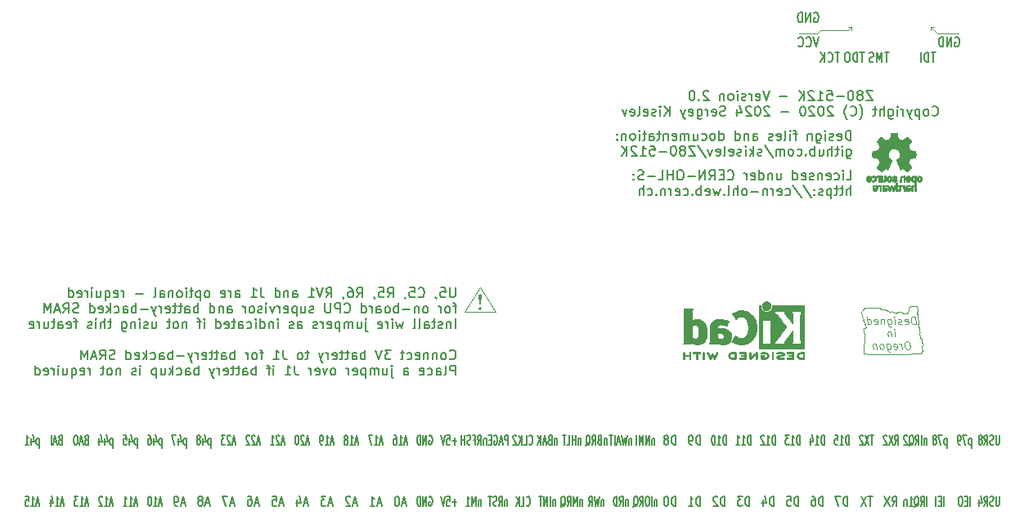
<source format=gbr>
G04 #@! TF.GenerationSoftware,KiCad,Pcbnew,(6.0.2)*
G04 #@! TF.CreationDate,2024-01-03T17:07:47-08:00*
G04 #@! TF.ProjectId,Z80-512K,5a38302d-3531-4324-9b2e-6b696361645f,2.0*
G04 #@! TF.SameCoordinates,Original*
G04 #@! TF.FileFunction,Legend,Bot*
G04 #@! TF.FilePolarity,Positive*
%FSLAX46Y46*%
G04 Gerber Fmt 4.6, Leading zero omitted, Abs format (unit mm)*
G04 Created by KiCad (PCBNEW (6.0.2)) date 2024-01-03 17:07:47*
%MOMM*%
%LPD*%
G01*
G04 APERTURE LIST*
%ADD10C,0.120000*%
%ADD11C,0.150000*%
%ADD12C,0.010000*%
G04 APERTURE END LIST*
D10*
X219202000Y-113792000D02*
X219220534Y-113903690D01*
X219127930Y-114294430D02*
X219146465Y-114406050D01*
X219053861Y-113271100D02*
X219072396Y-113289705D01*
X219146465Y-114499070D02*
X219090929Y-114666571D01*
X219035395Y-114778192D02*
X218942791Y-114815400D01*
X218590978Y-110536035D02*
X218553908Y-110666195D01*
X218702048Y-111782610D02*
X218739118Y-111801290D01*
X218627978Y-110368535D02*
X218627978Y-110443025D01*
X218627978Y-110443025D02*
X218572443Y-110536035D01*
X218868722Y-112712920D02*
X218868722Y-112843150D01*
X218961326Y-113029185D02*
X218942791Y-113122265D01*
X218942791Y-113122265D02*
X218905721Y-113215295D01*
X218739118Y-111522156D02*
X218720583Y-111633790D01*
X218720583Y-111429075D02*
X218739118Y-111522156D01*
X219127930Y-113624635D02*
X219202000Y-113792000D01*
X219090929Y-114666571D02*
X219035395Y-114778192D01*
X218683583Y-111205765D02*
X218720583Y-111429075D01*
X218646513Y-110126690D02*
X218627978Y-110368535D01*
X218850187Y-112489615D02*
X218887256Y-112601305D01*
X218553908Y-110666195D02*
X218553908Y-110740755D01*
X219072396Y-113289705D02*
X219072396Y-113513015D01*
X219090929Y-114145535D02*
X219127930Y-114294430D01*
X219146465Y-114406050D02*
X219146465Y-114499070D01*
X218905721Y-113215295D02*
X219053861Y-113271100D01*
X218942791Y-114815400D02*
X218924256Y-114834002D01*
X218924256Y-114834002D02*
X218535443Y-114852537D01*
X218553908Y-110740755D02*
X218646513Y-110684945D01*
X218590978Y-110070880D02*
X218646513Y-110126690D01*
X218572443Y-110536035D02*
X218590978Y-110536035D01*
X218665048Y-111057001D02*
X218683583Y-111205765D01*
X218739118Y-111708266D02*
X218702048Y-111782610D01*
X218776118Y-111987330D02*
X218794653Y-112191955D01*
X218646513Y-110684945D02*
X218665048Y-111057001D01*
X218794653Y-112191955D02*
X218813184Y-112415265D01*
X218813184Y-112415265D02*
X218850187Y-112489615D01*
X218887256Y-112601305D02*
X218868722Y-112712920D01*
X218868722Y-112843150D02*
X218924256Y-112936230D01*
X218924256Y-112936230D02*
X218961326Y-113029185D01*
X219072396Y-113513015D02*
X219127930Y-113624635D01*
X218720583Y-111633790D02*
X218739118Y-111708266D01*
X219220534Y-113903690D02*
X219127930Y-114033981D01*
X218739118Y-111801290D02*
X218776118Y-111987330D01*
X219127930Y-114033981D02*
X219090929Y-114145535D01*
X218609513Y-109866235D02*
X218590978Y-110070880D01*
X213039953Y-111238081D02*
X212997603Y-111166555D01*
X216998583Y-110554575D02*
X217072648Y-110610385D01*
X216461563Y-110629065D02*
X216554168Y-110517425D01*
X217609608Y-110591845D02*
X217683678Y-110517425D01*
X213080403Y-111308355D02*
X213061603Y-111272955D01*
X213036053Y-111354725D02*
X213040653Y-111356790D01*
X213066353Y-111364516D02*
X213080053Y-111363970D01*
X212997603Y-111166555D02*
X212959703Y-111087181D01*
X214295153Y-110108080D02*
X214739568Y-110108080D01*
X213147103Y-110052270D02*
X213387853Y-110070880D01*
X213051953Y-111361075D02*
X213066353Y-111364516D01*
X213387853Y-110070880D02*
X213387853Y-110089420D01*
X213036053Y-111354725D02*
X213036053Y-111354725D01*
X212823103Y-110606660D02*
X212813803Y-110591845D01*
X215449533Y-110350000D02*
X215461653Y-110350000D01*
X215357548Y-110334300D02*
X215378433Y-110340700D01*
X215350598Y-110331405D02*
X215357548Y-110334300D01*
X215628338Y-110387215D02*
X215720943Y-110480225D01*
X215980148Y-110387215D02*
X216239348Y-110554575D01*
X212813803Y-110591845D02*
X212813803Y-110461615D01*
X213128653Y-110126690D02*
X213147103Y-110052270D01*
X212932203Y-110997400D02*
X212912203Y-110902660D01*
X215350598Y-110331405D02*
X215350598Y-110331405D01*
X212912203Y-110902660D02*
X212906453Y-110870965D01*
X212959703Y-111087181D02*
X212932203Y-110997400D01*
X212813803Y-110461615D02*
X212961953Y-110331405D01*
X213040653Y-111356790D02*
X213051953Y-111361075D01*
X214739568Y-110108080D02*
X214869178Y-110238380D01*
X215612764Y-110381360D02*
X215628338Y-110387215D01*
X212906453Y-110870965D02*
X212900503Y-110838170D01*
X216239348Y-110554575D02*
X216424558Y-110554575D01*
X216424558Y-110554575D02*
X216461563Y-110629065D01*
X213080053Y-111363970D02*
X213089453Y-111356525D01*
X216554168Y-110517425D02*
X216702303Y-110498765D01*
X212846303Y-110654620D02*
X212823103Y-110606660D01*
X214869178Y-110238380D02*
X215035848Y-110219770D01*
X213017503Y-110256920D02*
X213128653Y-110126690D01*
X213090753Y-111338960D02*
X213080403Y-111308355D01*
X215183908Y-110256920D02*
X215350598Y-110331405D01*
X213061603Y-111272955D02*
X213054603Y-111261646D01*
X215413143Y-110347035D02*
X215449533Y-110350000D01*
X213089453Y-111356525D02*
X213090753Y-111338960D01*
X213387853Y-110089420D02*
X214295153Y-110108080D01*
X215475993Y-110350000D02*
X215518978Y-110355785D01*
X212900503Y-110838170D02*
X212876404Y-110740945D01*
X213276753Y-111894300D02*
X213165653Y-111633790D01*
X215518978Y-110355785D02*
X215572793Y-110368605D01*
X215035848Y-110219770D02*
X215183908Y-110256920D01*
X215572793Y-110368605D02*
X215612764Y-110381360D01*
X215628338Y-110387215D02*
X215628338Y-110387215D01*
X215720943Y-110480225D02*
X215869073Y-110498765D01*
X215869073Y-110498765D02*
X215980148Y-110387215D01*
X216702303Y-110498765D02*
X216924513Y-110480225D01*
X216924513Y-110480225D02*
X216998583Y-110554575D01*
X217072648Y-110610385D02*
X217239263Y-110629065D01*
X212813803Y-110591845D02*
X212813803Y-110591845D01*
X217239263Y-110629065D02*
X217442939Y-110629065D01*
X215378433Y-110340700D02*
X215413143Y-110347035D01*
X213054603Y-111261646D02*
X213039953Y-111238081D01*
X213165653Y-111633790D02*
X213036053Y-111354725D01*
X217442939Y-110629065D02*
X217609608Y-110591845D01*
X212876404Y-110740945D02*
X212846303Y-110654620D01*
X215461653Y-110350000D02*
X215475993Y-110350000D01*
X212961953Y-110331405D02*
X213017503Y-110256920D01*
X213054603Y-112377995D02*
X213036053Y-112266445D01*
X213036053Y-112266445D02*
X213110103Y-112191955D01*
X213110103Y-112191955D02*
X213221153Y-112173350D01*
X217091113Y-114889813D02*
X216183823Y-114908348D01*
X213721153Y-114871209D02*
X213054603Y-114834002D01*
X213073053Y-112619840D02*
X213091553Y-112508295D01*
X213054603Y-114834002D02*
X213147103Y-112712920D01*
X213147103Y-112712920D02*
X213073053Y-112619840D01*
X218183628Y-114852537D02*
X217720678Y-114871209D01*
X218535443Y-114852537D02*
X218183628Y-114852537D01*
X216183823Y-114908348D02*
X214535893Y-114889813D01*
X213221153Y-112173350D02*
X213295253Y-112024460D01*
X213295253Y-112024460D02*
X213276753Y-111894300D01*
X217720678Y-114871209D02*
X217091113Y-114889813D01*
X214535893Y-114889813D02*
X213721153Y-114871209D01*
X213091553Y-112508295D02*
X213054603Y-112377995D01*
X217702213Y-110275595D02*
X217757748Y-110089420D01*
X218368768Y-109922085D02*
X218442838Y-109903385D01*
X217683678Y-110517425D02*
X217702213Y-110387215D01*
X217998418Y-109903385D02*
X218072493Y-109922085D01*
X217831818Y-109996485D02*
X217998418Y-109903385D01*
X217757748Y-110089420D02*
X217831818Y-109996485D01*
X218202163Y-109884835D02*
X218276163Y-109866235D01*
X218442838Y-109903385D02*
X218609513Y-109866235D01*
X218072493Y-109922085D02*
X218202163Y-109884835D01*
X218276163Y-109866235D02*
X218368768Y-109922085D01*
X217702213Y-110387215D02*
X217702213Y-110275595D01*
X218470976Y-111786404D02*
X218370976Y-110986404D01*
X218180500Y-110986404D01*
X218070976Y-111024500D01*
X218004309Y-111100690D01*
X217975738Y-111176880D01*
X217956690Y-111329261D01*
X217970976Y-111443547D01*
X218028119Y-111595928D01*
X218075738Y-111672119D01*
X218161452Y-111748309D01*
X218280500Y-111786404D01*
X218470976Y-111786404D01*
X217361452Y-111748309D02*
X217442404Y-111786404D01*
X217594785Y-111786404D01*
X217666214Y-111748309D01*
X217694785Y-111672119D01*
X217656690Y-111367357D01*
X217609071Y-111291166D01*
X217528119Y-111253071D01*
X217375738Y-111253071D01*
X217304309Y-111291166D01*
X217275738Y-111367357D01*
X217285261Y-111443547D01*
X217675738Y-111519738D01*
X217018595Y-111748309D02*
X216947166Y-111786404D01*
X216794785Y-111786404D01*
X216713833Y-111748309D01*
X216666214Y-111672119D01*
X216661452Y-111634023D01*
X216690023Y-111557833D01*
X216761452Y-111519738D01*
X216875738Y-111519738D01*
X216947166Y-111481642D01*
X216975738Y-111405452D01*
X216970976Y-111367357D01*
X216923357Y-111291166D01*
X216842404Y-111253071D01*
X216728119Y-111253071D01*
X216656690Y-111291166D01*
X216337642Y-111786404D02*
X216270976Y-111253071D01*
X216237642Y-110986404D02*
X216280500Y-111024500D01*
X216247166Y-111062595D01*
X216204309Y-111024500D01*
X216237642Y-110986404D01*
X216247166Y-111062595D01*
X215547166Y-111253071D02*
X215628119Y-111900690D01*
X215675738Y-111976880D01*
X215718595Y-112014976D01*
X215799547Y-112053071D01*
X215913833Y-112053071D01*
X215985261Y-112014976D01*
X215609071Y-111748309D02*
X215690023Y-111786404D01*
X215842404Y-111786404D01*
X215913833Y-111748309D01*
X215947166Y-111710214D01*
X215975738Y-111634023D01*
X215947166Y-111405452D01*
X215899547Y-111329261D01*
X215856690Y-111291166D01*
X215775738Y-111253071D01*
X215623357Y-111253071D01*
X215551928Y-111291166D01*
X215166214Y-111253071D02*
X215232880Y-111786404D01*
X215175738Y-111329261D02*
X215132880Y-111291166D01*
X215051928Y-111253071D01*
X214937642Y-111253071D01*
X214866214Y-111291166D01*
X214837642Y-111367357D01*
X214890023Y-111786404D01*
X214199547Y-111748309D02*
X214280500Y-111786404D01*
X214432880Y-111786404D01*
X214504309Y-111748309D01*
X214532880Y-111672119D01*
X214494785Y-111367357D01*
X214447166Y-111291166D01*
X214366214Y-111253071D01*
X214213833Y-111253071D01*
X214142404Y-111291166D01*
X214113833Y-111367357D01*
X214123357Y-111443547D01*
X214513833Y-111519738D01*
X213480500Y-111786404D02*
X213380500Y-110986404D01*
X213475738Y-111748309D02*
X213556690Y-111786404D01*
X213709071Y-111786404D01*
X213780500Y-111748309D01*
X213813833Y-111710214D01*
X213842404Y-111634023D01*
X213813833Y-111405452D01*
X213766214Y-111329261D01*
X213723357Y-111291166D01*
X213642404Y-111253071D01*
X213490023Y-111253071D01*
X213418595Y-111291166D01*
X216337642Y-113074404D02*
X216270976Y-112541071D01*
X216237642Y-112274404D02*
X216280500Y-112312500D01*
X216247166Y-112350595D01*
X216204309Y-112312500D01*
X216237642Y-112274404D01*
X216247166Y-112350595D01*
X215890023Y-112541071D02*
X215956690Y-113074404D01*
X215899547Y-112617261D02*
X215856690Y-112579166D01*
X215775738Y-112541071D01*
X215661452Y-112541071D01*
X215590023Y-112579166D01*
X215561452Y-112655357D01*
X215613833Y-113074404D01*
X217628119Y-113562404D02*
X217475738Y-113562404D01*
X217404309Y-113600500D01*
X217337642Y-113676690D01*
X217318595Y-113829071D01*
X217351928Y-114095738D01*
X217409071Y-114248119D01*
X217494785Y-114324309D01*
X217575738Y-114362404D01*
X217728119Y-114362404D01*
X217799547Y-114324309D01*
X217866214Y-114248119D01*
X217885261Y-114095738D01*
X217851928Y-113829071D01*
X217794785Y-113676690D01*
X217709071Y-113600500D01*
X217628119Y-113562404D01*
X217042404Y-114362404D02*
X216975738Y-113829071D01*
X216994785Y-113981452D02*
X216947166Y-113905261D01*
X216904309Y-113867166D01*
X216823357Y-113829071D01*
X216747166Y-113829071D01*
X216237642Y-114324309D02*
X216318595Y-114362404D01*
X216470976Y-114362404D01*
X216542404Y-114324309D01*
X216570976Y-114248119D01*
X216532880Y-113943357D01*
X216485261Y-113867166D01*
X216404309Y-113829071D01*
X216251928Y-113829071D01*
X216180500Y-113867166D01*
X216151928Y-113943357D01*
X216161452Y-114019547D01*
X216551928Y-114095738D01*
X215451928Y-113829071D02*
X215532880Y-114476690D01*
X215580500Y-114552880D01*
X215623357Y-114590976D01*
X215704309Y-114629071D01*
X215818595Y-114629071D01*
X215890023Y-114590976D01*
X215513833Y-114324309D02*
X215594785Y-114362404D01*
X215747166Y-114362404D01*
X215818595Y-114324309D01*
X215851928Y-114286214D01*
X215880500Y-114210023D01*
X215851928Y-113981452D01*
X215804309Y-113905261D01*
X215761452Y-113867166D01*
X215680500Y-113829071D01*
X215528119Y-113829071D01*
X215456690Y-113867166D01*
X215023357Y-114362404D02*
X215094785Y-114324309D01*
X215128119Y-114286214D01*
X215156690Y-114210023D01*
X215128119Y-113981452D01*
X215080500Y-113905261D01*
X215037642Y-113867166D01*
X214956690Y-113829071D01*
X214842404Y-113829071D01*
X214770976Y-113867166D01*
X214737642Y-113905261D01*
X214709071Y-113981452D01*
X214737642Y-114210023D01*
X214785261Y-114286214D01*
X214828119Y-114324309D01*
X214909071Y-114362404D01*
X215023357Y-114362404D01*
X214347166Y-113829071D02*
X214413833Y-114362404D01*
X214356690Y-113905261D02*
X214313833Y-113867166D01*
X214232880Y-113829071D01*
X214118595Y-113829071D01*
X214047166Y-113867166D01*
X214018595Y-113943357D01*
X214070976Y-114362404D01*
D11*
X211754404Y-92674880D02*
X211754404Y-91674880D01*
X211516309Y-91674880D01*
X211373452Y-91722500D01*
X211278214Y-91817738D01*
X211230595Y-91912976D01*
X211182976Y-92103452D01*
X211182976Y-92246309D01*
X211230595Y-92436785D01*
X211278214Y-92532023D01*
X211373452Y-92627261D01*
X211516309Y-92674880D01*
X211754404Y-92674880D01*
X210373452Y-92627261D02*
X210468690Y-92674880D01*
X210659166Y-92674880D01*
X210754404Y-92627261D01*
X210802023Y-92532023D01*
X210802023Y-92151071D01*
X210754404Y-92055833D01*
X210659166Y-92008214D01*
X210468690Y-92008214D01*
X210373452Y-92055833D01*
X210325833Y-92151071D01*
X210325833Y-92246309D01*
X210802023Y-92341547D01*
X209944880Y-92627261D02*
X209849642Y-92674880D01*
X209659166Y-92674880D01*
X209563928Y-92627261D01*
X209516309Y-92532023D01*
X209516309Y-92484404D01*
X209563928Y-92389166D01*
X209659166Y-92341547D01*
X209802023Y-92341547D01*
X209897261Y-92293928D01*
X209944880Y-92198690D01*
X209944880Y-92151071D01*
X209897261Y-92055833D01*
X209802023Y-92008214D01*
X209659166Y-92008214D01*
X209563928Y-92055833D01*
X209087738Y-92674880D02*
X209087738Y-92008214D01*
X209087738Y-91674880D02*
X209135357Y-91722500D01*
X209087738Y-91770119D01*
X209040119Y-91722500D01*
X209087738Y-91674880D01*
X209087738Y-91770119D01*
X208182976Y-92008214D02*
X208182976Y-92817738D01*
X208230595Y-92912976D01*
X208278214Y-92960595D01*
X208373452Y-93008214D01*
X208516309Y-93008214D01*
X208611547Y-92960595D01*
X208182976Y-92627261D02*
X208278214Y-92674880D01*
X208468690Y-92674880D01*
X208563928Y-92627261D01*
X208611547Y-92579642D01*
X208659166Y-92484404D01*
X208659166Y-92198690D01*
X208611547Y-92103452D01*
X208563928Y-92055833D01*
X208468690Y-92008214D01*
X208278214Y-92008214D01*
X208182976Y-92055833D01*
X207706785Y-92008214D02*
X207706785Y-92674880D01*
X207706785Y-92103452D02*
X207659166Y-92055833D01*
X207563928Y-92008214D01*
X207421071Y-92008214D01*
X207325833Y-92055833D01*
X207278214Y-92151071D01*
X207278214Y-92674880D01*
X206182976Y-92008214D02*
X205802023Y-92008214D01*
X206040119Y-92674880D02*
X206040119Y-91817738D01*
X205992500Y-91722500D01*
X205897261Y-91674880D01*
X205802023Y-91674880D01*
X205468690Y-92674880D02*
X205468690Y-92008214D01*
X205468690Y-91674880D02*
X205516309Y-91722500D01*
X205468690Y-91770119D01*
X205421071Y-91722500D01*
X205468690Y-91674880D01*
X205468690Y-91770119D01*
X204849642Y-92674880D02*
X204944880Y-92627261D01*
X204992500Y-92532023D01*
X204992500Y-91674880D01*
X204087738Y-92627261D02*
X204182976Y-92674880D01*
X204373452Y-92674880D01*
X204468690Y-92627261D01*
X204516309Y-92532023D01*
X204516309Y-92151071D01*
X204468690Y-92055833D01*
X204373452Y-92008214D01*
X204182976Y-92008214D01*
X204087738Y-92055833D01*
X204040119Y-92151071D01*
X204040119Y-92246309D01*
X204516309Y-92341547D01*
X203659166Y-92627261D02*
X203563928Y-92674880D01*
X203373452Y-92674880D01*
X203278214Y-92627261D01*
X203230595Y-92532023D01*
X203230595Y-92484404D01*
X203278214Y-92389166D01*
X203373452Y-92341547D01*
X203516309Y-92341547D01*
X203611547Y-92293928D01*
X203659166Y-92198690D01*
X203659166Y-92151071D01*
X203611547Y-92055833D01*
X203516309Y-92008214D01*
X203373452Y-92008214D01*
X203278214Y-92055833D01*
X201611547Y-92674880D02*
X201611547Y-92151071D01*
X201659166Y-92055833D01*
X201754404Y-92008214D01*
X201944880Y-92008214D01*
X202040119Y-92055833D01*
X201611547Y-92627261D02*
X201706785Y-92674880D01*
X201944880Y-92674880D01*
X202040119Y-92627261D01*
X202087738Y-92532023D01*
X202087738Y-92436785D01*
X202040119Y-92341547D01*
X201944880Y-92293928D01*
X201706785Y-92293928D01*
X201611547Y-92246309D01*
X201135357Y-92008214D02*
X201135357Y-92674880D01*
X201135357Y-92103452D02*
X201087738Y-92055833D01*
X200992500Y-92008214D01*
X200849642Y-92008214D01*
X200754404Y-92055833D01*
X200706785Y-92151071D01*
X200706785Y-92674880D01*
X199802023Y-92674880D02*
X199802023Y-91674880D01*
X199802023Y-92627261D02*
X199897261Y-92674880D01*
X200087738Y-92674880D01*
X200182976Y-92627261D01*
X200230595Y-92579642D01*
X200278214Y-92484404D01*
X200278214Y-92198690D01*
X200230595Y-92103452D01*
X200182976Y-92055833D01*
X200087738Y-92008214D01*
X199897261Y-92008214D01*
X199802023Y-92055833D01*
X198135357Y-92674880D02*
X198135357Y-91674880D01*
X198135357Y-92627261D02*
X198230595Y-92674880D01*
X198421071Y-92674880D01*
X198516309Y-92627261D01*
X198563928Y-92579642D01*
X198611547Y-92484404D01*
X198611547Y-92198690D01*
X198563928Y-92103452D01*
X198516309Y-92055833D01*
X198421071Y-92008214D01*
X198230595Y-92008214D01*
X198135357Y-92055833D01*
X197516309Y-92674880D02*
X197611547Y-92627261D01*
X197659166Y-92579642D01*
X197706785Y-92484404D01*
X197706785Y-92198690D01*
X197659166Y-92103452D01*
X197611547Y-92055833D01*
X197516309Y-92008214D01*
X197373452Y-92008214D01*
X197278214Y-92055833D01*
X197230595Y-92103452D01*
X197182976Y-92198690D01*
X197182976Y-92484404D01*
X197230595Y-92579642D01*
X197278214Y-92627261D01*
X197373452Y-92674880D01*
X197516309Y-92674880D01*
X196325833Y-92627261D02*
X196421071Y-92674880D01*
X196611547Y-92674880D01*
X196706785Y-92627261D01*
X196754404Y-92579642D01*
X196802023Y-92484404D01*
X196802023Y-92198690D01*
X196754404Y-92103452D01*
X196706785Y-92055833D01*
X196611547Y-92008214D01*
X196421071Y-92008214D01*
X196325833Y-92055833D01*
X195468690Y-92008214D02*
X195468690Y-92674880D01*
X195897261Y-92008214D02*
X195897261Y-92532023D01*
X195849642Y-92627261D01*
X195754404Y-92674880D01*
X195611547Y-92674880D01*
X195516309Y-92627261D01*
X195468690Y-92579642D01*
X194992500Y-92674880D02*
X194992500Y-92008214D01*
X194992500Y-92103452D02*
X194944880Y-92055833D01*
X194849642Y-92008214D01*
X194706785Y-92008214D01*
X194611547Y-92055833D01*
X194563928Y-92151071D01*
X194563928Y-92674880D01*
X194563928Y-92151071D02*
X194516309Y-92055833D01*
X194421071Y-92008214D01*
X194278214Y-92008214D01*
X194182976Y-92055833D01*
X194135357Y-92151071D01*
X194135357Y-92674880D01*
X193278214Y-92627261D02*
X193373452Y-92674880D01*
X193563928Y-92674880D01*
X193659166Y-92627261D01*
X193706785Y-92532023D01*
X193706785Y-92151071D01*
X193659166Y-92055833D01*
X193563928Y-92008214D01*
X193373452Y-92008214D01*
X193278214Y-92055833D01*
X193230595Y-92151071D01*
X193230595Y-92246309D01*
X193706785Y-92341547D01*
X192802023Y-92008214D02*
X192802023Y-92674880D01*
X192802023Y-92103452D02*
X192754404Y-92055833D01*
X192659166Y-92008214D01*
X192516309Y-92008214D01*
X192421071Y-92055833D01*
X192373452Y-92151071D01*
X192373452Y-92674880D01*
X192040119Y-92008214D02*
X191659166Y-92008214D01*
X191897261Y-91674880D02*
X191897261Y-92532023D01*
X191849642Y-92627261D01*
X191754404Y-92674880D01*
X191659166Y-92674880D01*
X190897261Y-92674880D02*
X190897261Y-92151071D01*
X190944880Y-92055833D01*
X191040119Y-92008214D01*
X191230595Y-92008214D01*
X191325833Y-92055833D01*
X190897261Y-92627261D02*
X190992500Y-92674880D01*
X191230595Y-92674880D01*
X191325833Y-92627261D01*
X191373452Y-92532023D01*
X191373452Y-92436785D01*
X191325833Y-92341547D01*
X191230595Y-92293928D01*
X190992500Y-92293928D01*
X190897261Y-92246309D01*
X190563928Y-92008214D02*
X190182976Y-92008214D01*
X190421071Y-91674880D02*
X190421071Y-92532023D01*
X190373452Y-92627261D01*
X190278214Y-92674880D01*
X190182976Y-92674880D01*
X189849642Y-92674880D02*
X189849642Y-92008214D01*
X189849642Y-91674880D02*
X189897261Y-91722500D01*
X189849642Y-91770119D01*
X189802023Y-91722500D01*
X189849642Y-91674880D01*
X189849642Y-91770119D01*
X189230595Y-92674880D02*
X189325833Y-92627261D01*
X189373452Y-92579642D01*
X189421071Y-92484404D01*
X189421071Y-92198690D01*
X189373452Y-92103452D01*
X189325833Y-92055833D01*
X189230595Y-92008214D01*
X189087738Y-92008214D01*
X188992500Y-92055833D01*
X188944880Y-92103452D01*
X188897261Y-92198690D01*
X188897261Y-92484404D01*
X188944880Y-92579642D01*
X188992500Y-92627261D01*
X189087738Y-92674880D01*
X189230595Y-92674880D01*
X188468690Y-92008214D02*
X188468690Y-92674880D01*
X188468690Y-92103452D02*
X188421071Y-92055833D01*
X188325833Y-92008214D01*
X188182976Y-92008214D01*
X188087738Y-92055833D01*
X188040119Y-92151071D01*
X188040119Y-92674880D01*
X187563928Y-92579642D02*
X187516309Y-92627261D01*
X187563928Y-92674880D01*
X187611547Y-92627261D01*
X187563928Y-92579642D01*
X187563928Y-92674880D01*
X187563928Y-92055833D02*
X187516309Y-92103452D01*
X187563928Y-92151071D01*
X187611547Y-92103452D01*
X187563928Y-92055833D01*
X187563928Y-92151071D01*
X211325833Y-93618214D02*
X211325833Y-94427738D01*
X211373452Y-94522976D01*
X211421071Y-94570595D01*
X211516309Y-94618214D01*
X211659166Y-94618214D01*
X211754404Y-94570595D01*
X211325833Y-94237261D02*
X211421071Y-94284880D01*
X211611547Y-94284880D01*
X211706785Y-94237261D01*
X211754404Y-94189642D01*
X211802023Y-94094404D01*
X211802023Y-93808690D01*
X211754404Y-93713452D01*
X211706785Y-93665833D01*
X211611547Y-93618214D01*
X211421071Y-93618214D01*
X211325833Y-93665833D01*
X210849642Y-94284880D02*
X210849642Y-93618214D01*
X210849642Y-93284880D02*
X210897261Y-93332500D01*
X210849642Y-93380119D01*
X210802023Y-93332500D01*
X210849642Y-93284880D01*
X210849642Y-93380119D01*
X210516309Y-93618214D02*
X210135357Y-93618214D01*
X210373452Y-93284880D02*
X210373452Y-94142023D01*
X210325833Y-94237261D01*
X210230595Y-94284880D01*
X210135357Y-94284880D01*
X209802023Y-94284880D02*
X209802023Y-93284880D01*
X209373452Y-94284880D02*
X209373452Y-93761071D01*
X209421071Y-93665833D01*
X209516309Y-93618214D01*
X209659166Y-93618214D01*
X209754404Y-93665833D01*
X209802023Y-93713452D01*
X208468690Y-93618214D02*
X208468690Y-94284880D01*
X208897261Y-93618214D02*
X208897261Y-94142023D01*
X208849642Y-94237261D01*
X208754404Y-94284880D01*
X208611547Y-94284880D01*
X208516309Y-94237261D01*
X208468690Y-94189642D01*
X207992500Y-94284880D02*
X207992500Y-93284880D01*
X207992500Y-93665833D02*
X207897261Y-93618214D01*
X207706785Y-93618214D01*
X207611547Y-93665833D01*
X207563928Y-93713452D01*
X207516309Y-93808690D01*
X207516309Y-94094404D01*
X207563928Y-94189642D01*
X207611547Y-94237261D01*
X207706785Y-94284880D01*
X207897261Y-94284880D01*
X207992500Y-94237261D01*
X207087738Y-94189642D02*
X207040119Y-94237261D01*
X207087738Y-94284880D01*
X207135357Y-94237261D01*
X207087738Y-94189642D01*
X207087738Y-94284880D01*
X206182976Y-94237261D02*
X206278214Y-94284880D01*
X206468690Y-94284880D01*
X206563928Y-94237261D01*
X206611547Y-94189642D01*
X206659166Y-94094404D01*
X206659166Y-93808690D01*
X206611547Y-93713452D01*
X206563928Y-93665833D01*
X206468690Y-93618214D01*
X206278214Y-93618214D01*
X206182976Y-93665833D01*
X205611547Y-94284880D02*
X205706785Y-94237261D01*
X205754404Y-94189642D01*
X205802023Y-94094404D01*
X205802023Y-93808690D01*
X205754404Y-93713452D01*
X205706785Y-93665833D01*
X205611547Y-93618214D01*
X205468690Y-93618214D01*
X205373452Y-93665833D01*
X205325833Y-93713452D01*
X205278214Y-93808690D01*
X205278214Y-94094404D01*
X205325833Y-94189642D01*
X205373452Y-94237261D01*
X205468690Y-94284880D01*
X205611547Y-94284880D01*
X204849642Y-94284880D02*
X204849642Y-93618214D01*
X204849642Y-93713452D02*
X204802023Y-93665833D01*
X204706785Y-93618214D01*
X204563928Y-93618214D01*
X204468690Y-93665833D01*
X204421071Y-93761071D01*
X204421071Y-94284880D01*
X204421071Y-93761071D02*
X204373452Y-93665833D01*
X204278214Y-93618214D01*
X204135357Y-93618214D01*
X204040119Y-93665833D01*
X203992500Y-93761071D01*
X203992500Y-94284880D01*
X202802023Y-93237261D02*
X203659166Y-94522976D01*
X202516309Y-94237261D02*
X202421071Y-94284880D01*
X202230595Y-94284880D01*
X202135357Y-94237261D01*
X202087738Y-94142023D01*
X202087738Y-94094404D01*
X202135357Y-93999166D01*
X202230595Y-93951547D01*
X202373452Y-93951547D01*
X202468690Y-93903928D01*
X202516309Y-93808690D01*
X202516309Y-93761071D01*
X202468690Y-93665833D01*
X202373452Y-93618214D01*
X202230595Y-93618214D01*
X202135357Y-93665833D01*
X201659166Y-94284880D02*
X201659166Y-93284880D01*
X201563928Y-93903928D02*
X201278214Y-94284880D01*
X201278214Y-93618214D02*
X201659166Y-93999166D01*
X200849642Y-94284880D02*
X200849642Y-93618214D01*
X200849642Y-93284880D02*
X200897261Y-93332500D01*
X200849642Y-93380119D01*
X200802023Y-93332500D01*
X200849642Y-93284880D01*
X200849642Y-93380119D01*
X200421071Y-94237261D02*
X200325833Y-94284880D01*
X200135357Y-94284880D01*
X200040119Y-94237261D01*
X199992500Y-94142023D01*
X199992500Y-94094404D01*
X200040119Y-93999166D01*
X200135357Y-93951547D01*
X200278214Y-93951547D01*
X200373452Y-93903928D01*
X200421071Y-93808690D01*
X200421071Y-93761071D01*
X200373452Y-93665833D01*
X200278214Y-93618214D01*
X200135357Y-93618214D01*
X200040119Y-93665833D01*
X199182976Y-94237261D02*
X199278214Y-94284880D01*
X199468690Y-94284880D01*
X199563928Y-94237261D01*
X199611547Y-94142023D01*
X199611547Y-93761071D01*
X199563928Y-93665833D01*
X199468690Y-93618214D01*
X199278214Y-93618214D01*
X199182976Y-93665833D01*
X199135357Y-93761071D01*
X199135357Y-93856309D01*
X199611547Y-93951547D01*
X198563928Y-94284880D02*
X198659166Y-94237261D01*
X198706785Y-94142023D01*
X198706785Y-93284880D01*
X197802023Y-94237261D02*
X197897261Y-94284880D01*
X198087738Y-94284880D01*
X198182976Y-94237261D01*
X198230595Y-94142023D01*
X198230595Y-93761071D01*
X198182976Y-93665833D01*
X198087738Y-93618214D01*
X197897261Y-93618214D01*
X197802023Y-93665833D01*
X197754404Y-93761071D01*
X197754404Y-93856309D01*
X198230595Y-93951547D01*
X197421071Y-93618214D02*
X197182976Y-94284880D01*
X196944880Y-93618214D01*
X195849642Y-93237261D02*
X196706785Y-94522976D01*
X195611547Y-93284880D02*
X194944880Y-93284880D01*
X195611547Y-94284880D01*
X194944880Y-94284880D01*
X194421071Y-93713452D02*
X194516309Y-93665833D01*
X194563928Y-93618214D01*
X194611547Y-93522976D01*
X194611547Y-93475357D01*
X194563928Y-93380119D01*
X194516309Y-93332500D01*
X194421071Y-93284880D01*
X194230595Y-93284880D01*
X194135357Y-93332500D01*
X194087738Y-93380119D01*
X194040119Y-93475357D01*
X194040119Y-93522976D01*
X194087738Y-93618214D01*
X194135357Y-93665833D01*
X194230595Y-93713452D01*
X194421071Y-93713452D01*
X194516309Y-93761071D01*
X194563928Y-93808690D01*
X194611547Y-93903928D01*
X194611547Y-94094404D01*
X194563928Y-94189642D01*
X194516309Y-94237261D01*
X194421071Y-94284880D01*
X194230595Y-94284880D01*
X194135357Y-94237261D01*
X194087738Y-94189642D01*
X194040119Y-94094404D01*
X194040119Y-93903928D01*
X194087738Y-93808690D01*
X194135357Y-93761071D01*
X194230595Y-93713452D01*
X193421071Y-93284880D02*
X193325833Y-93284880D01*
X193230595Y-93332500D01*
X193182976Y-93380119D01*
X193135357Y-93475357D01*
X193087738Y-93665833D01*
X193087738Y-93903928D01*
X193135357Y-94094404D01*
X193182976Y-94189642D01*
X193230595Y-94237261D01*
X193325833Y-94284880D01*
X193421071Y-94284880D01*
X193516309Y-94237261D01*
X193563928Y-94189642D01*
X193611547Y-94094404D01*
X193659166Y-93903928D01*
X193659166Y-93665833D01*
X193611547Y-93475357D01*
X193563928Y-93380119D01*
X193516309Y-93332500D01*
X193421071Y-93284880D01*
X192659166Y-93903928D02*
X191897261Y-93903928D01*
X190944880Y-93284880D02*
X191421071Y-93284880D01*
X191468690Y-93761071D01*
X191421071Y-93713452D01*
X191325833Y-93665833D01*
X191087738Y-93665833D01*
X190992500Y-93713452D01*
X190944880Y-93761071D01*
X190897261Y-93856309D01*
X190897261Y-94094404D01*
X190944880Y-94189642D01*
X190992500Y-94237261D01*
X191087738Y-94284880D01*
X191325833Y-94284880D01*
X191421071Y-94237261D01*
X191468690Y-94189642D01*
X189944880Y-94284880D02*
X190516309Y-94284880D01*
X190230595Y-94284880D02*
X190230595Y-93284880D01*
X190325833Y-93427738D01*
X190421071Y-93522976D01*
X190516309Y-93570595D01*
X189563928Y-93380119D02*
X189516309Y-93332500D01*
X189421071Y-93284880D01*
X189182976Y-93284880D01*
X189087738Y-93332500D01*
X189040119Y-93380119D01*
X188992500Y-93475357D01*
X188992500Y-93570595D01*
X189040119Y-93713452D01*
X189611547Y-94284880D01*
X188992500Y-94284880D01*
X188563928Y-94284880D02*
X188563928Y-93284880D01*
X187992500Y-94284880D02*
X188421071Y-93713452D01*
X187992500Y-93284880D02*
X188563928Y-93856309D01*
X211278214Y-96802380D02*
X211754404Y-96802380D01*
X211754404Y-95802380D01*
X210944880Y-96802380D02*
X210944880Y-96135714D01*
X210944880Y-95802380D02*
X210992500Y-95850000D01*
X210944880Y-95897619D01*
X210897261Y-95850000D01*
X210944880Y-95802380D01*
X210944880Y-95897619D01*
X210040119Y-96754761D02*
X210135357Y-96802380D01*
X210325833Y-96802380D01*
X210421071Y-96754761D01*
X210468690Y-96707142D01*
X210516309Y-96611904D01*
X210516309Y-96326190D01*
X210468690Y-96230952D01*
X210421071Y-96183333D01*
X210325833Y-96135714D01*
X210135357Y-96135714D01*
X210040119Y-96183333D01*
X209230595Y-96754761D02*
X209325833Y-96802380D01*
X209516309Y-96802380D01*
X209611547Y-96754761D01*
X209659166Y-96659523D01*
X209659166Y-96278571D01*
X209611547Y-96183333D01*
X209516309Y-96135714D01*
X209325833Y-96135714D01*
X209230595Y-96183333D01*
X209182976Y-96278571D01*
X209182976Y-96373809D01*
X209659166Y-96469047D01*
X208754404Y-96135714D02*
X208754404Y-96802380D01*
X208754404Y-96230952D02*
X208706785Y-96183333D01*
X208611547Y-96135714D01*
X208468690Y-96135714D01*
X208373452Y-96183333D01*
X208325833Y-96278571D01*
X208325833Y-96802380D01*
X207897261Y-96754761D02*
X207802023Y-96802380D01*
X207611547Y-96802380D01*
X207516309Y-96754761D01*
X207468690Y-96659523D01*
X207468690Y-96611904D01*
X207516309Y-96516666D01*
X207611547Y-96469047D01*
X207754404Y-96469047D01*
X207849642Y-96421428D01*
X207897261Y-96326190D01*
X207897261Y-96278571D01*
X207849642Y-96183333D01*
X207754404Y-96135714D01*
X207611547Y-96135714D01*
X207516309Y-96183333D01*
X206659166Y-96754761D02*
X206754404Y-96802380D01*
X206944880Y-96802380D01*
X207040119Y-96754761D01*
X207087738Y-96659523D01*
X207087738Y-96278571D01*
X207040119Y-96183333D01*
X206944880Y-96135714D01*
X206754404Y-96135714D01*
X206659166Y-96183333D01*
X206611547Y-96278571D01*
X206611547Y-96373809D01*
X207087738Y-96469047D01*
X205754404Y-96802380D02*
X205754404Y-95802380D01*
X205754404Y-96754761D02*
X205849642Y-96802380D01*
X206040119Y-96802380D01*
X206135357Y-96754761D01*
X206182976Y-96707142D01*
X206230595Y-96611904D01*
X206230595Y-96326190D01*
X206182976Y-96230952D01*
X206135357Y-96183333D01*
X206040119Y-96135714D01*
X205849642Y-96135714D01*
X205754404Y-96183333D01*
X204087738Y-96135714D02*
X204087738Y-96802380D01*
X204516309Y-96135714D02*
X204516309Y-96659523D01*
X204468690Y-96754761D01*
X204373452Y-96802380D01*
X204230595Y-96802380D01*
X204135357Y-96754761D01*
X204087738Y-96707142D01*
X203611547Y-96135714D02*
X203611547Y-96802380D01*
X203611547Y-96230952D02*
X203563928Y-96183333D01*
X203468690Y-96135714D01*
X203325833Y-96135714D01*
X203230595Y-96183333D01*
X203182976Y-96278571D01*
X203182976Y-96802380D01*
X202278214Y-96802380D02*
X202278214Y-95802380D01*
X202278214Y-96754761D02*
X202373452Y-96802380D01*
X202563928Y-96802380D01*
X202659166Y-96754761D01*
X202706785Y-96707142D01*
X202754404Y-96611904D01*
X202754404Y-96326190D01*
X202706785Y-96230952D01*
X202659166Y-96183333D01*
X202563928Y-96135714D01*
X202373452Y-96135714D01*
X202278214Y-96183333D01*
X201421071Y-96754761D02*
X201516309Y-96802380D01*
X201706785Y-96802380D01*
X201802023Y-96754761D01*
X201849642Y-96659523D01*
X201849642Y-96278571D01*
X201802023Y-96183333D01*
X201706785Y-96135714D01*
X201516309Y-96135714D01*
X201421071Y-96183333D01*
X201373452Y-96278571D01*
X201373452Y-96373809D01*
X201849642Y-96469047D01*
X200944880Y-96802380D02*
X200944880Y-96135714D01*
X200944880Y-96326190D02*
X200897261Y-96230952D01*
X200849642Y-96183333D01*
X200754404Y-96135714D01*
X200659166Y-96135714D01*
X198992500Y-96707142D02*
X199040119Y-96754761D01*
X199182976Y-96802380D01*
X199278214Y-96802380D01*
X199421071Y-96754761D01*
X199516309Y-96659523D01*
X199563928Y-96564285D01*
X199611547Y-96373809D01*
X199611547Y-96230952D01*
X199563928Y-96040476D01*
X199516309Y-95945238D01*
X199421071Y-95850000D01*
X199278214Y-95802380D01*
X199182976Y-95802380D01*
X199040119Y-95850000D01*
X198992500Y-95897619D01*
X198563928Y-96278571D02*
X198230595Y-96278571D01*
X198087738Y-96802380D02*
X198563928Y-96802380D01*
X198563928Y-95802380D01*
X198087738Y-95802380D01*
X197087738Y-96802380D02*
X197421071Y-96326190D01*
X197659166Y-96802380D02*
X197659166Y-95802380D01*
X197278214Y-95802380D01*
X197182976Y-95850000D01*
X197135357Y-95897619D01*
X197087738Y-95992857D01*
X197087738Y-96135714D01*
X197135357Y-96230952D01*
X197182976Y-96278571D01*
X197278214Y-96326190D01*
X197659166Y-96326190D01*
X196659166Y-96802380D02*
X196659166Y-95802380D01*
X196087738Y-96802380D01*
X196087738Y-95802380D01*
X195611547Y-96421428D02*
X194849642Y-96421428D01*
X194182976Y-95802380D02*
X193992500Y-95802380D01*
X193897261Y-95850000D01*
X193802023Y-95945238D01*
X193754404Y-96135714D01*
X193754404Y-96469047D01*
X193802023Y-96659523D01*
X193897261Y-96754761D01*
X193992500Y-96802380D01*
X194182976Y-96802380D01*
X194278214Y-96754761D01*
X194373452Y-96659523D01*
X194421071Y-96469047D01*
X194421071Y-96135714D01*
X194373452Y-95945238D01*
X194278214Y-95850000D01*
X194182976Y-95802380D01*
X193325833Y-96802380D02*
X193325833Y-95802380D01*
X193325833Y-96278571D02*
X192754404Y-96278571D01*
X192754404Y-96802380D02*
X192754404Y-95802380D01*
X191802023Y-96802380D02*
X192278214Y-96802380D01*
X192278214Y-95802380D01*
X191468690Y-96421428D02*
X190706785Y-96421428D01*
X190278214Y-96754761D02*
X190135357Y-96802380D01*
X189897261Y-96802380D01*
X189802023Y-96754761D01*
X189754404Y-96707142D01*
X189706785Y-96611904D01*
X189706785Y-96516666D01*
X189754404Y-96421428D01*
X189802023Y-96373809D01*
X189897261Y-96326190D01*
X190087738Y-96278571D01*
X190182976Y-96230952D01*
X190230595Y-96183333D01*
X190278214Y-96088095D01*
X190278214Y-95992857D01*
X190230595Y-95897619D01*
X190182976Y-95850000D01*
X190087738Y-95802380D01*
X189849642Y-95802380D01*
X189706785Y-95850000D01*
X189278214Y-96707142D02*
X189230595Y-96754761D01*
X189278214Y-96802380D01*
X189325833Y-96754761D01*
X189278214Y-96707142D01*
X189278214Y-96802380D01*
X189278214Y-96183333D02*
X189230595Y-96230952D01*
X189278214Y-96278571D01*
X189325833Y-96230952D01*
X189278214Y-96183333D01*
X189278214Y-96278571D01*
X211754404Y-98412380D02*
X211754404Y-97412380D01*
X211325833Y-98412380D02*
X211325833Y-97888571D01*
X211373452Y-97793333D01*
X211468690Y-97745714D01*
X211611547Y-97745714D01*
X211706785Y-97793333D01*
X211754404Y-97840952D01*
X210992500Y-97745714D02*
X210611547Y-97745714D01*
X210849642Y-97412380D02*
X210849642Y-98269523D01*
X210802023Y-98364761D01*
X210706785Y-98412380D01*
X210611547Y-98412380D01*
X210421071Y-97745714D02*
X210040119Y-97745714D01*
X210278214Y-97412380D02*
X210278214Y-98269523D01*
X210230595Y-98364761D01*
X210135357Y-98412380D01*
X210040119Y-98412380D01*
X209706785Y-97745714D02*
X209706785Y-98745714D01*
X209706785Y-97793333D02*
X209611547Y-97745714D01*
X209421071Y-97745714D01*
X209325833Y-97793333D01*
X209278214Y-97840952D01*
X209230595Y-97936190D01*
X209230595Y-98221904D01*
X209278214Y-98317142D01*
X209325833Y-98364761D01*
X209421071Y-98412380D01*
X209611547Y-98412380D01*
X209706785Y-98364761D01*
X208849642Y-98364761D02*
X208754404Y-98412380D01*
X208563928Y-98412380D01*
X208468690Y-98364761D01*
X208421071Y-98269523D01*
X208421071Y-98221904D01*
X208468690Y-98126666D01*
X208563928Y-98079047D01*
X208706785Y-98079047D01*
X208802023Y-98031428D01*
X208849642Y-97936190D01*
X208849642Y-97888571D01*
X208802023Y-97793333D01*
X208706785Y-97745714D01*
X208563928Y-97745714D01*
X208468690Y-97793333D01*
X207992500Y-98317142D02*
X207944880Y-98364761D01*
X207992500Y-98412380D01*
X208040119Y-98364761D01*
X207992500Y-98317142D01*
X207992500Y-98412380D01*
X207992500Y-97793333D02*
X207944880Y-97840952D01*
X207992500Y-97888571D01*
X208040119Y-97840952D01*
X207992500Y-97793333D01*
X207992500Y-97888571D01*
X206802023Y-97364761D02*
X207659166Y-98650476D01*
X205754404Y-97364761D02*
X206611547Y-98650476D01*
X204992500Y-98364761D02*
X205087738Y-98412380D01*
X205278214Y-98412380D01*
X205373452Y-98364761D01*
X205421071Y-98317142D01*
X205468690Y-98221904D01*
X205468690Y-97936190D01*
X205421071Y-97840952D01*
X205373452Y-97793333D01*
X205278214Y-97745714D01*
X205087738Y-97745714D01*
X204992500Y-97793333D01*
X204182976Y-98364761D02*
X204278214Y-98412380D01*
X204468690Y-98412380D01*
X204563928Y-98364761D01*
X204611547Y-98269523D01*
X204611547Y-97888571D01*
X204563928Y-97793333D01*
X204468690Y-97745714D01*
X204278214Y-97745714D01*
X204182976Y-97793333D01*
X204135357Y-97888571D01*
X204135357Y-97983809D01*
X204611547Y-98079047D01*
X203706785Y-98412380D02*
X203706785Y-97745714D01*
X203706785Y-97936190D02*
X203659166Y-97840952D01*
X203611547Y-97793333D01*
X203516309Y-97745714D01*
X203421071Y-97745714D01*
X203087738Y-97745714D02*
X203087738Y-98412380D01*
X203087738Y-97840952D02*
X203040119Y-97793333D01*
X202944880Y-97745714D01*
X202802023Y-97745714D01*
X202706785Y-97793333D01*
X202659166Y-97888571D01*
X202659166Y-98412380D01*
X202182976Y-98031428D02*
X201421071Y-98031428D01*
X200802023Y-98412380D02*
X200897261Y-98364761D01*
X200944880Y-98317142D01*
X200992500Y-98221904D01*
X200992500Y-97936190D01*
X200944880Y-97840952D01*
X200897261Y-97793333D01*
X200802023Y-97745714D01*
X200659166Y-97745714D01*
X200563928Y-97793333D01*
X200516309Y-97840952D01*
X200468690Y-97936190D01*
X200468690Y-98221904D01*
X200516309Y-98317142D01*
X200563928Y-98364761D01*
X200659166Y-98412380D01*
X200802023Y-98412380D01*
X200040119Y-98412380D02*
X200040119Y-97412380D01*
X199611547Y-98412380D02*
X199611547Y-97888571D01*
X199659166Y-97793333D01*
X199754404Y-97745714D01*
X199897261Y-97745714D01*
X199992500Y-97793333D01*
X200040119Y-97840952D01*
X198992500Y-98412380D02*
X199087738Y-98364761D01*
X199135357Y-98269523D01*
X199135357Y-97412380D01*
X198611547Y-98317142D02*
X198563928Y-98364761D01*
X198611547Y-98412380D01*
X198659166Y-98364761D01*
X198611547Y-98317142D01*
X198611547Y-98412380D01*
X198230595Y-97745714D02*
X198040119Y-98412380D01*
X197849642Y-97936190D01*
X197659166Y-98412380D01*
X197468690Y-97745714D01*
X196706785Y-98364761D02*
X196802023Y-98412380D01*
X196992500Y-98412380D01*
X197087738Y-98364761D01*
X197135357Y-98269523D01*
X197135357Y-97888571D01*
X197087738Y-97793333D01*
X196992500Y-97745714D01*
X196802023Y-97745714D01*
X196706785Y-97793333D01*
X196659166Y-97888571D01*
X196659166Y-97983809D01*
X197135357Y-98079047D01*
X196230595Y-98412380D02*
X196230595Y-97412380D01*
X196230595Y-97793333D02*
X196135357Y-97745714D01*
X195944880Y-97745714D01*
X195849642Y-97793333D01*
X195802023Y-97840952D01*
X195754404Y-97936190D01*
X195754404Y-98221904D01*
X195802023Y-98317142D01*
X195849642Y-98364761D01*
X195944880Y-98412380D01*
X196135357Y-98412380D01*
X196230595Y-98364761D01*
X195325833Y-98317142D02*
X195278214Y-98364761D01*
X195325833Y-98412380D01*
X195373452Y-98364761D01*
X195325833Y-98317142D01*
X195325833Y-98412380D01*
X194421071Y-98364761D02*
X194516309Y-98412380D01*
X194706785Y-98412380D01*
X194802023Y-98364761D01*
X194849642Y-98317142D01*
X194897261Y-98221904D01*
X194897261Y-97936190D01*
X194849642Y-97840952D01*
X194802023Y-97793333D01*
X194706785Y-97745714D01*
X194516309Y-97745714D01*
X194421071Y-97793333D01*
X193611547Y-98364761D02*
X193706785Y-98412380D01*
X193897261Y-98412380D01*
X193992500Y-98364761D01*
X194040119Y-98269523D01*
X194040119Y-97888571D01*
X193992500Y-97793333D01*
X193897261Y-97745714D01*
X193706785Y-97745714D01*
X193611547Y-97793333D01*
X193563928Y-97888571D01*
X193563928Y-97983809D01*
X194040119Y-98079047D01*
X193135357Y-98412380D02*
X193135357Y-97745714D01*
X193135357Y-97936190D02*
X193087738Y-97840952D01*
X193040119Y-97793333D01*
X192944880Y-97745714D01*
X192849642Y-97745714D01*
X192516309Y-97745714D02*
X192516309Y-98412380D01*
X192516309Y-97840952D02*
X192468690Y-97793333D01*
X192373452Y-97745714D01*
X192230595Y-97745714D01*
X192135357Y-97793333D01*
X192087738Y-97888571D01*
X192087738Y-98412380D01*
X191611547Y-98317142D02*
X191563928Y-98364761D01*
X191611547Y-98412380D01*
X191659166Y-98364761D01*
X191611547Y-98317142D01*
X191611547Y-98412380D01*
X190706785Y-98364761D02*
X190802023Y-98412380D01*
X190992500Y-98412380D01*
X191087738Y-98364761D01*
X191135357Y-98317142D01*
X191182976Y-98221904D01*
X191182976Y-97936190D01*
X191135357Y-97840952D01*
X191087738Y-97793333D01*
X190992500Y-97745714D01*
X190802023Y-97745714D01*
X190706785Y-97793333D01*
X190278214Y-98412380D02*
X190278214Y-97412380D01*
X189849642Y-98412380D02*
X189849642Y-97888571D01*
X189897261Y-97793333D01*
X189992500Y-97745714D01*
X190135357Y-97745714D01*
X190230595Y-97793333D01*
X190278214Y-97840952D01*
D10*
X208280000Y-81597500D02*
X208597500Y-81280000D01*
X208280000Y-81597500D02*
X206375000Y-81597500D01*
X220662500Y-81597500D02*
X220027500Y-80962500D01*
X220662500Y-81597500D02*
X222885000Y-81597500D01*
X211455000Y-81280000D02*
X208597500Y-81280000D01*
X211772500Y-80962500D02*
X211455000Y-81280000D01*
X211772500Y-80962500D02*
X211772500Y-81280000D01*
X211455000Y-80962500D02*
X211772500Y-80962500D01*
X220345000Y-80962500D02*
X220027500Y-80962500D01*
X220027500Y-80962500D02*
X220345000Y-80962500D01*
X220027500Y-81280000D02*
X220027500Y-80962500D01*
X220027500Y-80962500D02*
X220027500Y-81280000D01*
D11*
X207937023Y-79510000D02*
X208013214Y-79462380D01*
X208127500Y-79462380D01*
X208241785Y-79510000D01*
X208317976Y-79605238D01*
X208356071Y-79700476D01*
X208394166Y-79890952D01*
X208394166Y-80033809D01*
X208356071Y-80224285D01*
X208317976Y-80319523D01*
X208241785Y-80414761D01*
X208127500Y-80462380D01*
X208051309Y-80462380D01*
X207937023Y-80414761D01*
X207898928Y-80367142D01*
X207898928Y-80033809D01*
X208051309Y-80033809D01*
X207556071Y-80462380D02*
X207556071Y-79462380D01*
X207098928Y-80462380D01*
X207098928Y-79462380D01*
X206717976Y-80462380D02*
X206717976Y-79462380D01*
X206527500Y-79462380D01*
X206413214Y-79510000D01*
X206337023Y-79605238D01*
X206298928Y-79700476D01*
X206260833Y-79890952D01*
X206260833Y-80033809D01*
X206298928Y-80224285D01*
X206337023Y-80319523D01*
X206413214Y-80414761D01*
X206527500Y-80462380D01*
X206717976Y-80462380D01*
X208394166Y-82002380D02*
X208127500Y-83002380D01*
X207860833Y-82002380D01*
X207137023Y-82907142D02*
X207175119Y-82954761D01*
X207289404Y-83002380D01*
X207365595Y-83002380D01*
X207479880Y-82954761D01*
X207556071Y-82859523D01*
X207594166Y-82764285D01*
X207632261Y-82573809D01*
X207632261Y-82430952D01*
X207594166Y-82240476D01*
X207556071Y-82145238D01*
X207479880Y-82050000D01*
X207365595Y-82002380D01*
X207289404Y-82002380D01*
X207175119Y-82050000D01*
X207137023Y-82097619D01*
X206337023Y-82907142D02*
X206375119Y-82954761D01*
X206489404Y-83002380D01*
X206565595Y-83002380D01*
X206679880Y-82954761D01*
X206756071Y-82859523D01*
X206794166Y-82764285D01*
X206832261Y-82573809D01*
X206832261Y-82430952D01*
X206794166Y-82240476D01*
X206756071Y-82145238D01*
X206679880Y-82050000D01*
X206565595Y-82002380D01*
X206489404Y-82002380D01*
X206375119Y-82050000D01*
X206337023Y-82097619D01*
X222542023Y-82050000D02*
X222618214Y-82002380D01*
X222732500Y-82002380D01*
X222846785Y-82050000D01*
X222922976Y-82145238D01*
X222961071Y-82240476D01*
X222999166Y-82430952D01*
X222999166Y-82573809D01*
X222961071Y-82764285D01*
X222922976Y-82859523D01*
X222846785Y-82954761D01*
X222732500Y-83002380D01*
X222656309Y-83002380D01*
X222542023Y-82954761D01*
X222503928Y-82907142D01*
X222503928Y-82573809D01*
X222656309Y-82573809D01*
X222161071Y-83002380D02*
X222161071Y-82002380D01*
X221703928Y-83002380D01*
X221703928Y-82002380D01*
X221322976Y-83002380D02*
X221322976Y-82002380D01*
X221132500Y-82002380D01*
X221018214Y-82050000D01*
X220942023Y-82145238D01*
X220903928Y-82240476D01*
X220865833Y-82430952D01*
X220865833Y-82573809D01*
X220903928Y-82764285D01*
X220942023Y-82859523D01*
X221018214Y-82954761D01*
X221132500Y-83002380D01*
X221322976Y-83002380D01*
X210578571Y-83589880D02*
X210121428Y-83589880D01*
X210350000Y-84589880D02*
X210350000Y-83589880D01*
X209397619Y-84494642D02*
X209435714Y-84542261D01*
X209550000Y-84589880D01*
X209626190Y-84589880D01*
X209740476Y-84542261D01*
X209816666Y-84447023D01*
X209854761Y-84351785D01*
X209892857Y-84161309D01*
X209892857Y-84018452D01*
X209854761Y-83827976D01*
X209816666Y-83732738D01*
X209740476Y-83637500D01*
X209626190Y-83589880D01*
X209550000Y-83589880D01*
X209435714Y-83637500D01*
X209397619Y-83685119D01*
X209054761Y-84589880D02*
X209054761Y-83589880D01*
X208597619Y-84589880D02*
X208940476Y-84018452D01*
X208597619Y-83589880D02*
X209054761Y-84161309D01*
X213137619Y-83589880D02*
X212680476Y-83589880D01*
X212909047Y-84589880D02*
X212909047Y-83589880D01*
X212413809Y-84589880D02*
X212413809Y-83589880D01*
X212223333Y-83589880D01*
X212109047Y-83637500D01*
X212032857Y-83732738D01*
X211994761Y-83827976D01*
X211956666Y-84018452D01*
X211956666Y-84161309D01*
X211994761Y-84351785D01*
X212032857Y-84447023D01*
X212109047Y-84542261D01*
X212223333Y-84589880D01*
X212413809Y-84589880D01*
X211461428Y-83589880D02*
X211309047Y-83589880D01*
X211232857Y-83637500D01*
X211156666Y-83732738D01*
X211118571Y-83923214D01*
X211118571Y-84256547D01*
X211156666Y-84447023D01*
X211232857Y-84542261D01*
X211309047Y-84589880D01*
X211461428Y-84589880D01*
X211537619Y-84542261D01*
X211613809Y-84447023D01*
X211651904Y-84256547D01*
X211651904Y-83923214D01*
X211613809Y-83732738D01*
X211537619Y-83637500D01*
X211461428Y-83589880D01*
X215696666Y-83589880D02*
X215239523Y-83589880D01*
X215468095Y-84589880D02*
X215468095Y-83589880D01*
X214972857Y-84589880D02*
X214972857Y-83589880D01*
X214706190Y-84304166D01*
X214439523Y-83589880D01*
X214439523Y-84589880D01*
X214096666Y-84542261D02*
X213982380Y-84589880D01*
X213791904Y-84589880D01*
X213715714Y-84542261D01*
X213677619Y-84494642D01*
X213639523Y-84399404D01*
X213639523Y-84304166D01*
X213677619Y-84208928D01*
X213715714Y-84161309D01*
X213791904Y-84113690D01*
X213944285Y-84066071D01*
X214020476Y-84018452D01*
X214058571Y-83970833D01*
X214096666Y-83875595D01*
X214096666Y-83780357D01*
X214058571Y-83685119D01*
X214020476Y-83637500D01*
X213944285Y-83589880D01*
X213753809Y-83589880D01*
X213639523Y-83637500D01*
X220529047Y-83589880D02*
X220071904Y-83589880D01*
X220300476Y-84589880D02*
X220300476Y-83589880D01*
X219805238Y-84589880D02*
X219805238Y-83589880D01*
X219614761Y-83589880D01*
X219500476Y-83637500D01*
X219424285Y-83732738D01*
X219386190Y-83827976D01*
X219348095Y-84018452D01*
X219348095Y-84161309D01*
X219386190Y-84351785D01*
X219424285Y-84447023D01*
X219500476Y-84542261D01*
X219614761Y-84589880D01*
X219805238Y-84589880D01*
X219005238Y-84589880D02*
X219005238Y-83589880D01*
X173355000Y-110073214D02*
X173283571Y-110144642D01*
X173355000Y-110216071D01*
X173426428Y-110144642D01*
X173355000Y-110073214D01*
X173355000Y-110216071D01*
X173355000Y-109644642D02*
X173426428Y-108787500D01*
X173355000Y-108716071D01*
X173283571Y-108787500D01*
X173355000Y-109644642D01*
X173355000Y-108716071D01*
D10*
X173355000Y-107950000D02*
X171767500Y-110490000D01*
X174942500Y-110490000D02*
X173355000Y-107950000D01*
X171767500Y-110490000D02*
X174942500Y-110490000D01*
D11*
X170796904Y-107992380D02*
X170796904Y-108801904D01*
X170749285Y-108897142D01*
X170701666Y-108944761D01*
X170606428Y-108992380D01*
X170415952Y-108992380D01*
X170320714Y-108944761D01*
X170273095Y-108897142D01*
X170225476Y-108801904D01*
X170225476Y-107992380D01*
X169273095Y-107992380D02*
X169749285Y-107992380D01*
X169796904Y-108468571D01*
X169749285Y-108420952D01*
X169654047Y-108373333D01*
X169415952Y-108373333D01*
X169320714Y-108420952D01*
X169273095Y-108468571D01*
X169225476Y-108563809D01*
X169225476Y-108801904D01*
X169273095Y-108897142D01*
X169320714Y-108944761D01*
X169415952Y-108992380D01*
X169654047Y-108992380D01*
X169749285Y-108944761D01*
X169796904Y-108897142D01*
X168749285Y-108944761D02*
X168749285Y-108992380D01*
X168796904Y-109087619D01*
X168844523Y-109135238D01*
X166987380Y-108897142D02*
X167035000Y-108944761D01*
X167177857Y-108992380D01*
X167273095Y-108992380D01*
X167415952Y-108944761D01*
X167511190Y-108849523D01*
X167558809Y-108754285D01*
X167606428Y-108563809D01*
X167606428Y-108420952D01*
X167558809Y-108230476D01*
X167511190Y-108135238D01*
X167415952Y-108040000D01*
X167273095Y-107992380D01*
X167177857Y-107992380D01*
X167035000Y-108040000D01*
X166987380Y-108087619D01*
X166082619Y-107992380D02*
X166558809Y-107992380D01*
X166606428Y-108468571D01*
X166558809Y-108420952D01*
X166463571Y-108373333D01*
X166225476Y-108373333D01*
X166130238Y-108420952D01*
X166082619Y-108468571D01*
X166035000Y-108563809D01*
X166035000Y-108801904D01*
X166082619Y-108897142D01*
X166130238Y-108944761D01*
X166225476Y-108992380D01*
X166463571Y-108992380D01*
X166558809Y-108944761D01*
X166606428Y-108897142D01*
X165558809Y-108944761D02*
X165558809Y-108992380D01*
X165606428Y-109087619D01*
X165654047Y-109135238D01*
X163796904Y-108992380D02*
X164130238Y-108516190D01*
X164368333Y-108992380D02*
X164368333Y-107992380D01*
X163987380Y-107992380D01*
X163892142Y-108040000D01*
X163844523Y-108087619D01*
X163796904Y-108182857D01*
X163796904Y-108325714D01*
X163844523Y-108420952D01*
X163892142Y-108468571D01*
X163987380Y-108516190D01*
X164368333Y-108516190D01*
X162892142Y-107992380D02*
X163368333Y-107992380D01*
X163415952Y-108468571D01*
X163368333Y-108420952D01*
X163273095Y-108373333D01*
X163035000Y-108373333D01*
X162939761Y-108420952D01*
X162892142Y-108468571D01*
X162844523Y-108563809D01*
X162844523Y-108801904D01*
X162892142Y-108897142D01*
X162939761Y-108944761D01*
X163035000Y-108992380D01*
X163273095Y-108992380D01*
X163368333Y-108944761D01*
X163415952Y-108897142D01*
X162368333Y-108944761D02*
X162368333Y-108992380D01*
X162415952Y-109087619D01*
X162463571Y-109135238D01*
X160606428Y-108992380D02*
X160939761Y-108516190D01*
X161177857Y-108992380D02*
X161177857Y-107992380D01*
X160796904Y-107992380D01*
X160701666Y-108040000D01*
X160654047Y-108087619D01*
X160606428Y-108182857D01*
X160606428Y-108325714D01*
X160654047Y-108420952D01*
X160701666Y-108468571D01*
X160796904Y-108516190D01*
X161177857Y-108516190D01*
X159749285Y-107992380D02*
X159939761Y-107992380D01*
X160035000Y-108040000D01*
X160082619Y-108087619D01*
X160177857Y-108230476D01*
X160225476Y-108420952D01*
X160225476Y-108801904D01*
X160177857Y-108897142D01*
X160130238Y-108944761D01*
X160035000Y-108992380D01*
X159844523Y-108992380D01*
X159749285Y-108944761D01*
X159701666Y-108897142D01*
X159654047Y-108801904D01*
X159654047Y-108563809D01*
X159701666Y-108468571D01*
X159749285Y-108420952D01*
X159844523Y-108373333D01*
X160035000Y-108373333D01*
X160130238Y-108420952D01*
X160177857Y-108468571D01*
X160225476Y-108563809D01*
X159177857Y-108944761D02*
X159177857Y-108992380D01*
X159225476Y-109087619D01*
X159273095Y-109135238D01*
X157415952Y-108992380D02*
X157749285Y-108516190D01*
X157987380Y-108992380D02*
X157987380Y-107992380D01*
X157606428Y-107992380D01*
X157511190Y-108040000D01*
X157463571Y-108087619D01*
X157415952Y-108182857D01*
X157415952Y-108325714D01*
X157463571Y-108420952D01*
X157511190Y-108468571D01*
X157606428Y-108516190D01*
X157987380Y-108516190D01*
X157130238Y-107992380D02*
X156796904Y-108992380D01*
X156463571Y-107992380D01*
X155606428Y-108992380D02*
X156177857Y-108992380D01*
X155892142Y-108992380D02*
X155892142Y-107992380D01*
X155987380Y-108135238D01*
X156082619Y-108230476D01*
X156177857Y-108278095D01*
X153987380Y-108992380D02*
X153987380Y-108468571D01*
X154035000Y-108373333D01*
X154130238Y-108325714D01*
X154320714Y-108325714D01*
X154415952Y-108373333D01*
X153987380Y-108944761D02*
X154082619Y-108992380D01*
X154320714Y-108992380D01*
X154415952Y-108944761D01*
X154463571Y-108849523D01*
X154463571Y-108754285D01*
X154415952Y-108659047D01*
X154320714Y-108611428D01*
X154082619Y-108611428D01*
X153987380Y-108563809D01*
X153511190Y-108325714D02*
X153511190Y-108992380D01*
X153511190Y-108420952D02*
X153463571Y-108373333D01*
X153368333Y-108325714D01*
X153225476Y-108325714D01*
X153130238Y-108373333D01*
X153082619Y-108468571D01*
X153082619Y-108992380D01*
X152177857Y-108992380D02*
X152177857Y-107992380D01*
X152177857Y-108944761D02*
X152273095Y-108992380D01*
X152463571Y-108992380D01*
X152558809Y-108944761D01*
X152606428Y-108897142D01*
X152654047Y-108801904D01*
X152654047Y-108516190D01*
X152606428Y-108420952D01*
X152558809Y-108373333D01*
X152463571Y-108325714D01*
X152273095Y-108325714D01*
X152177857Y-108373333D01*
X150654047Y-107992380D02*
X150654047Y-108706666D01*
X150701666Y-108849523D01*
X150796904Y-108944761D01*
X150939761Y-108992380D01*
X151035000Y-108992380D01*
X149654047Y-108992380D02*
X150225476Y-108992380D01*
X149939761Y-108992380D02*
X149939761Y-107992380D01*
X150035000Y-108135238D01*
X150130238Y-108230476D01*
X150225476Y-108278095D01*
X148035000Y-108992380D02*
X148035000Y-108468571D01*
X148082619Y-108373333D01*
X148177857Y-108325714D01*
X148368333Y-108325714D01*
X148463571Y-108373333D01*
X148035000Y-108944761D02*
X148130238Y-108992380D01*
X148368333Y-108992380D01*
X148463571Y-108944761D01*
X148511190Y-108849523D01*
X148511190Y-108754285D01*
X148463571Y-108659047D01*
X148368333Y-108611428D01*
X148130238Y-108611428D01*
X148035000Y-108563809D01*
X147558809Y-108992380D02*
X147558809Y-108325714D01*
X147558809Y-108516190D02*
X147511190Y-108420952D01*
X147463571Y-108373333D01*
X147368333Y-108325714D01*
X147273095Y-108325714D01*
X146558809Y-108944761D02*
X146654047Y-108992380D01*
X146844523Y-108992380D01*
X146939761Y-108944761D01*
X146987380Y-108849523D01*
X146987380Y-108468571D01*
X146939761Y-108373333D01*
X146844523Y-108325714D01*
X146654047Y-108325714D01*
X146558809Y-108373333D01*
X146511190Y-108468571D01*
X146511190Y-108563809D01*
X146987380Y-108659047D01*
X145177857Y-108992380D02*
X145273095Y-108944761D01*
X145320714Y-108897142D01*
X145368333Y-108801904D01*
X145368333Y-108516190D01*
X145320714Y-108420952D01*
X145273095Y-108373333D01*
X145177857Y-108325714D01*
X145035000Y-108325714D01*
X144939761Y-108373333D01*
X144892142Y-108420952D01*
X144844523Y-108516190D01*
X144844523Y-108801904D01*
X144892142Y-108897142D01*
X144939761Y-108944761D01*
X145035000Y-108992380D01*
X145177857Y-108992380D01*
X144415952Y-108325714D02*
X144415952Y-109325714D01*
X144415952Y-108373333D02*
X144320714Y-108325714D01*
X144130238Y-108325714D01*
X144035000Y-108373333D01*
X143987380Y-108420952D01*
X143939761Y-108516190D01*
X143939761Y-108801904D01*
X143987380Y-108897142D01*
X144035000Y-108944761D01*
X144130238Y-108992380D01*
X144320714Y-108992380D01*
X144415952Y-108944761D01*
X143654047Y-108325714D02*
X143273095Y-108325714D01*
X143511190Y-107992380D02*
X143511190Y-108849523D01*
X143463571Y-108944761D01*
X143368333Y-108992380D01*
X143273095Y-108992380D01*
X142939761Y-108992380D02*
X142939761Y-108325714D01*
X142939761Y-107992380D02*
X142987380Y-108040000D01*
X142939761Y-108087619D01*
X142892142Y-108040000D01*
X142939761Y-107992380D01*
X142939761Y-108087619D01*
X142320714Y-108992380D02*
X142415952Y-108944761D01*
X142463571Y-108897142D01*
X142511190Y-108801904D01*
X142511190Y-108516190D01*
X142463571Y-108420952D01*
X142415952Y-108373333D01*
X142320714Y-108325714D01*
X142177857Y-108325714D01*
X142082619Y-108373333D01*
X142035000Y-108420952D01*
X141987380Y-108516190D01*
X141987380Y-108801904D01*
X142035000Y-108897142D01*
X142082619Y-108944761D01*
X142177857Y-108992380D01*
X142320714Y-108992380D01*
X141558809Y-108325714D02*
X141558809Y-108992380D01*
X141558809Y-108420952D02*
X141511190Y-108373333D01*
X141415952Y-108325714D01*
X141273095Y-108325714D01*
X141177857Y-108373333D01*
X141130238Y-108468571D01*
X141130238Y-108992380D01*
X140225476Y-108992380D02*
X140225476Y-108468571D01*
X140273095Y-108373333D01*
X140368333Y-108325714D01*
X140558809Y-108325714D01*
X140654047Y-108373333D01*
X140225476Y-108944761D02*
X140320714Y-108992380D01*
X140558809Y-108992380D01*
X140654047Y-108944761D01*
X140701666Y-108849523D01*
X140701666Y-108754285D01*
X140654047Y-108659047D01*
X140558809Y-108611428D01*
X140320714Y-108611428D01*
X140225476Y-108563809D01*
X139606428Y-108992380D02*
X139701666Y-108944761D01*
X139749285Y-108849523D01*
X139749285Y-107992380D01*
X138463571Y-108611428D02*
X137701666Y-108611428D01*
X136463571Y-108992380D02*
X136463571Y-108325714D01*
X136463571Y-108516190D02*
X136415952Y-108420952D01*
X136368333Y-108373333D01*
X136273095Y-108325714D01*
X136177857Y-108325714D01*
X135463571Y-108944761D02*
X135558809Y-108992380D01*
X135749285Y-108992380D01*
X135844523Y-108944761D01*
X135892142Y-108849523D01*
X135892142Y-108468571D01*
X135844523Y-108373333D01*
X135749285Y-108325714D01*
X135558809Y-108325714D01*
X135463571Y-108373333D01*
X135415952Y-108468571D01*
X135415952Y-108563809D01*
X135892142Y-108659047D01*
X134558809Y-108325714D02*
X134558809Y-109325714D01*
X134558809Y-108944761D02*
X134654047Y-108992380D01*
X134844523Y-108992380D01*
X134939761Y-108944761D01*
X134987380Y-108897142D01*
X135035000Y-108801904D01*
X135035000Y-108516190D01*
X134987380Y-108420952D01*
X134939761Y-108373333D01*
X134844523Y-108325714D01*
X134654047Y-108325714D01*
X134558809Y-108373333D01*
X133654047Y-108325714D02*
X133654047Y-108992380D01*
X134082619Y-108325714D02*
X134082619Y-108849523D01*
X134035000Y-108944761D01*
X133939761Y-108992380D01*
X133796904Y-108992380D01*
X133701666Y-108944761D01*
X133654047Y-108897142D01*
X133177857Y-108992380D02*
X133177857Y-108325714D01*
X133177857Y-107992380D02*
X133225476Y-108040000D01*
X133177857Y-108087619D01*
X133130238Y-108040000D01*
X133177857Y-107992380D01*
X133177857Y-108087619D01*
X132701666Y-108992380D02*
X132701666Y-108325714D01*
X132701666Y-108516190D02*
X132654047Y-108420952D01*
X132606428Y-108373333D01*
X132511190Y-108325714D01*
X132415952Y-108325714D01*
X131701666Y-108944761D02*
X131796904Y-108992380D01*
X131987380Y-108992380D01*
X132082619Y-108944761D01*
X132130238Y-108849523D01*
X132130238Y-108468571D01*
X132082619Y-108373333D01*
X131987380Y-108325714D01*
X131796904Y-108325714D01*
X131701666Y-108373333D01*
X131654047Y-108468571D01*
X131654047Y-108563809D01*
X132130238Y-108659047D01*
X130796904Y-108992380D02*
X130796904Y-107992380D01*
X130796904Y-108944761D02*
X130892142Y-108992380D01*
X131082619Y-108992380D01*
X131177857Y-108944761D01*
X131225476Y-108897142D01*
X131273095Y-108801904D01*
X131273095Y-108516190D01*
X131225476Y-108420952D01*
X131177857Y-108373333D01*
X131082619Y-108325714D01*
X130892142Y-108325714D01*
X130796904Y-108373333D01*
X170939761Y-109935714D02*
X170558809Y-109935714D01*
X170796904Y-110602380D02*
X170796904Y-109745238D01*
X170749285Y-109650000D01*
X170654047Y-109602380D01*
X170558809Y-109602380D01*
X170082619Y-110602380D02*
X170177857Y-110554761D01*
X170225476Y-110507142D01*
X170273095Y-110411904D01*
X170273095Y-110126190D01*
X170225476Y-110030952D01*
X170177857Y-109983333D01*
X170082619Y-109935714D01*
X169939761Y-109935714D01*
X169844523Y-109983333D01*
X169796904Y-110030952D01*
X169749285Y-110126190D01*
X169749285Y-110411904D01*
X169796904Y-110507142D01*
X169844523Y-110554761D01*
X169939761Y-110602380D01*
X170082619Y-110602380D01*
X169320714Y-110602380D02*
X169320714Y-109935714D01*
X169320714Y-110126190D02*
X169273095Y-110030952D01*
X169225476Y-109983333D01*
X169130238Y-109935714D01*
X169035000Y-109935714D01*
X167796904Y-110602380D02*
X167892142Y-110554761D01*
X167939761Y-110507142D01*
X167987380Y-110411904D01*
X167987380Y-110126190D01*
X167939761Y-110030952D01*
X167892142Y-109983333D01*
X167796904Y-109935714D01*
X167654047Y-109935714D01*
X167558809Y-109983333D01*
X167511190Y-110030952D01*
X167463571Y-110126190D01*
X167463571Y-110411904D01*
X167511190Y-110507142D01*
X167558809Y-110554761D01*
X167654047Y-110602380D01*
X167796904Y-110602380D01*
X167035000Y-109935714D02*
X167035000Y-110602380D01*
X167035000Y-110030952D02*
X166987380Y-109983333D01*
X166892142Y-109935714D01*
X166749285Y-109935714D01*
X166654047Y-109983333D01*
X166606428Y-110078571D01*
X166606428Y-110602380D01*
X166130238Y-110221428D02*
X165368333Y-110221428D01*
X164892142Y-110602380D02*
X164892142Y-109602380D01*
X164892142Y-109983333D02*
X164796904Y-109935714D01*
X164606428Y-109935714D01*
X164511190Y-109983333D01*
X164463571Y-110030952D01*
X164415952Y-110126190D01*
X164415952Y-110411904D01*
X164463571Y-110507142D01*
X164511190Y-110554761D01*
X164606428Y-110602380D01*
X164796904Y-110602380D01*
X164892142Y-110554761D01*
X163844523Y-110602380D02*
X163939761Y-110554761D01*
X163987380Y-110507142D01*
X164035000Y-110411904D01*
X164035000Y-110126190D01*
X163987380Y-110030952D01*
X163939761Y-109983333D01*
X163844523Y-109935714D01*
X163701666Y-109935714D01*
X163606428Y-109983333D01*
X163558809Y-110030952D01*
X163511190Y-110126190D01*
X163511190Y-110411904D01*
X163558809Y-110507142D01*
X163606428Y-110554761D01*
X163701666Y-110602380D01*
X163844523Y-110602380D01*
X162654047Y-110602380D02*
X162654047Y-110078571D01*
X162701666Y-109983333D01*
X162796904Y-109935714D01*
X162987380Y-109935714D01*
X163082619Y-109983333D01*
X162654047Y-110554761D02*
X162749285Y-110602380D01*
X162987380Y-110602380D01*
X163082619Y-110554761D01*
X163130238Y-110459523D01*
X163130238Y-110364285D01*
X163082619Y-110269047D01*
X162987380Y-110221428D01*
X162749285Y-110221428D01*
X162654047Y-110173809D01*
X162177857Y-110602380D02*
X162177857Y-109935714D01*
X162177857Y-110126190D02*
X162130238Y-110030952D01*
X162082619Y-109983333D01*
X161987380Y-109935714D01*
X161892142Y-109935714D01*
X161130238Y-110602380D02*
X161130238Y-109602380D01*
X161130238Y-110554761D02*
X161225476Y-110602380D01*
X161415952Y-110602380D01*
X161511190Y-110554761D01*
X161558809Y-110507142D01*
X161606428Y-110411904D01*
X161606428Y-110126190D01*
X161558809Y-110030952D01*
X161511190Y-109983333D01*
X161415952Y-109935714D01*
X161225476Y-109935714D01*
X161130238Y-109983333D01*
X159320714Y-110507142D02*
X159368333Y-110554761D01*
X159511190Y-110602380D01*
X159606428Y-110602380D01*
X159749285Y-110554761D01*
X159844523Y-110459523D01*
X159892142Y-110364285D01*
X159939761Y-110173809D01*
X159939761Y-110030952D01*
X159892142Y-109840476D01*
X159844523Y-109745238D01*
X159749285Y-109650000D01*
X159606428Y-109602380D01*
X159511190Y-109602380D01*
X159368333Y-109650000D01*
X159320714Y-109697619D01*
X158892142Y-110602380D02*
X158892142Y-109602380D01*
X158511190Y-109602380D01*
X158415952Y-109650000D01*
X158368333Y-109697619D01*
X158320714Y-109792857D01*
X158320714Y-109935714D01*
X158368333Y-110030952D01*
X158415952Y-110078571D01*
X158511190Y-110126190D01*
X158892142Y-110126190D01*
X157892142Y-109602380D02*
X157892142Y-110411904D01*
X157844523Y-110507142D01*
X157796904Y-110554761D01*
X157701666Y-110602380D01*
X157511190Y-110602380D01*
X157415952Y-110554761D01*
X157368333Y-110507142D01*
X157320714Y-110411904D01*
X157320714Y-109602380D01*
X156130238Y-110554761D02*
X156035000Y-110602380D01*
X155844523Y-110602380D01*
X155749285Y-110554761D01*
X155701666Y-110459523D01*
X155701666Y-110411904D01*
X155749285Y-110316666D01*
X155844523Y-110269047D01*
X155987380Y-110269047D01*
X156082619Y-110221428D01*
X156130238Y-110126190D01*
X156130238Y-110078571D01*
X156082619Y-109983333D01*
X155987380Y-109935714D01*
X155844523Y-109935714D01*
X155749285Y-109983333D01*
X154844523Y-109935714D02*
X154844523Y-110602380D01*
X155273095Y-109935714D02*
X155273095Y-110459523D01*
X155225476Y-110554761D01*
X155130238Y-110602380D01*
X154987380Y-110602380D01*
X154892142Y-110554761D01*
X154844523Y-110507142D01*
X154368333Y-109935714D02*
X154368333Y-110935714D01*
X154368333Y-109983333D02*
X154273095Y-109935714D01*
X154082619Y-109935714D01*
X153987380Y-109983333D01*
X153939761Y-110030952D01*
X153892142Y-110126190D01*
X153892142Y-110411904D01*
X153939761Y-110507142D01*
X153987380Y-110554761D01*
X154082619Y-110602380D01*
X154273095Y-110602380D01*
X154368333Y-110554761D01*
X153082619Y-110554761D02*
X153177857Y-110602380D01*
X153368333Y-110602380D01*
X153463571Y-110554761D01*
X153511190Y-110459523D01*
X153511190Y-110078571D01*
X153463571Y-109983333D01*
X153368333Y-109935714D01*
X153177857Y-109935714D01*
X153082619Y-109983333D01*
X153035000Y-110078571D01*
X153035000Y-110173809D01*
X153511190Y-110269047D01*
X152606428Y-110602380D02*
X152606428Y-109935714D01*
X152606428Y-110126190D02*
X152558809Y-110030952D01*
X152511190Y-109983333D01*
X152415952Y-109935714D01*
X152320714Y-109935714D01*
X152082619Y-109935714D02*
X151844523Y-110602380D01*
X151606428Y-109935714D01*
X151225476Y-110602380D02*
X151225476Y-109935714D01*
X151225476Y-109602380D02*
X151273095Y-109650000D01*
X151225476Y-109697619D01*
X151177857Y-109650000D01*
X151225476Y-109602380D01*
X151225476Y-109697619D01*
X150796904Y-110554761D02*
X150701666Y-110602380D01*
X150511190Y-110602380D01*
X150415952Y-110554761D01*
X150368333Y-110459523D01*
X150368333Y-110411904D01*
X150415952Y-110316666D01*
X150511190Y-110269047D01*
X150654047Y-110269047D01*
X150749285Y-110221428D01*
X150796904Y-110126190D01*
X150796904Y-110078571D01*
X150749285Y-109983333D01*
X150654047Y-109935714D01*
X150511190Y-109935714D01*
X150415952Y-109983333D01*
X149796904Y-110602380D02*
X149892142Y-110554761D01*
X149939761Y-110507142D01*
X149987380Y-110411904D01*
X149987380Y-110126190D01*
X149939761Y-110030952D01*
X149892142Y-109983333D01*
X149796904Y-109935714D01*
X149654047Y-109935714D01*
X149558809Y-109983333D01*
X149511190Y-110030952D01*
X149463571Y-110126190D01*
X149463571Y-110411904D01*
X149511190Y-110507142D01*
X149558809Y-110554761D01*
X149654047Y-110602380D01*
X149796904Y-110602380D01*
X149035000Y-110602380D02*
X149035000Y-109935714D01*
X149035000Y-110126190D02*
X148987380Y-110030952D01*
X148939761Y-109983333D01*
X148844523Y-109935714D01*
X148749285Y-109935714D01*
X147225476Y-110602380D02*
X147225476Y-110078571D01*
X147273095Y-109983333D01*
X147368333Y-109935714D01*
X147558809Y-109935714D01*
X147654047Y-109983333D01*
X147225476Y-110554761D02*
X147320714Y-110602380D01*
X147558809Y-110602380D01*
X147654047Y-110554761D01*
X147701666Y-110459523D01*
X147701666Y-110364285D01*
X147654047Y-110269047D01*
X147558809Y-110221428D01*
X147320714Y-110221428D01*
X147225476Y-110173809D01*
X146749285Y-109935714D02*
X146749285Y-110602380D01*
X146749285Y-110030952D02*
X146701666Y-109983333D01*
X146606428Y-109935714D01*
X146463571Y-109935714D01*
X146368333Y-109983333D01*
X146320714Y-110078571D01*
X146320714Y-110602380D01*
X145415952Y-110602380D02*
X145415952Y-109602380D01*
X145415952Y-110554761D02*
X145511190Y-110602380D01*
X145701666Y-110602380D01*
X145796904Y-110554761D01*
X145844523Y-110507142D01*
X145892142Y-110411904D01*
X145892142Y-110126190D01*
X145844523Y-110030952D01*
X145796904Y-109983333D01*
X145701666Y-109935714D01*
X145511190Y-109935714D01*
X145415952Y-109983333D01*
X144177857Y-110602380D02*
X144177857Y-109602380D01*
X144177857Y-109983333D02*
X144082619Y-109935714D01*
X143892142Y-109935714D01*
X143796904Y-109983333D01*
X143749285Y-110030952D01*
X143701666Y-110126190D01*
X143701666Y-110411904D01*
X143749285Y-110507142D01*
X143796904Y-110554761D01*
X143892142Y-110602380D01*
X144082619Y-110602380D01*
X144177857Y-110554761D01*
X142844523Y-110602380D02*
X142844523Y-110078571D01*
X142892142Y-109983333D01*
X142987380Y-109935714D01*
X143177857Y-109935714D01*
X143273095Y-109983333D01*
X142844523Y-110554761D02*
X142939761Y-110602380D01*
X143177857Y-110602380D01*
X143273095Y-110554761D01*
X143320714Y-110459523D01*
X143320714Y-110364285D01*
X143273095Y-110269047D01*
X143177857Y-110221428D01*
X142939761Y-110221428D01*
X142844523Y-110173809D01*
X142511190Y-109935714D02*
X142130238Y-109935714D01*
X142368333Y-109602380D02*
X142368333Y-110459523D01*
X142320714Y-110554761D01*
X142225476Y-110602380D01*
X142130238Y-110602380D01*
X141939761Y-109935714D02*
X141558809Y-109935714D01*
X141796904Y-109602380D02*
X141796904Y-110459523D01*
X141749285Y-110554761D01*
X141654047Y-110602380D01*
X141558809Y-110602380D01*
X140844523Y-110554761D02*
X140939761Y-110602380D01*
X141130238Y-110602380D01*
X141225476Y-110554761D01*
X141273095Y-110459523D01*
X141273095Y-110078571D01*
X141225476Y-109983333D01*
X141130238Y-109935714D01*
X140939761Y-109935714D01*
X140844523Y-109983333D01*
X140796904Y-110078571D01*
X140796904Y-110173809D01*
X141273095Y-110269047D01*
X140368333Y-110602380D02*
X140368333Y-109935714D01*
X140368333Y-110126190D02*
X140320714Y-110030952D01*
X140273095Y-109983333D01*
X140177857Y-109935714D01*
X140082619Y-109935714D01*
X139844523Y-109935714D02*
X139606428Y-110602380D01*
X139368333Y-109935714D02*
X139606428Y-110602380D01*
X139701666Y-110840476D01*
X139749285Y-110888095D01*
X139844523Y-110935714D01*
X138987380Y-110221428D02*
X138225476Y-110221428D01*
X137749285Y-110602380D02*
X137749285Y-109602380D01*
X137749285Y-109983333D02*
X137654047Y-109935714D01*
X137463571Y-109935714D01*
X137368333Y-109983333D01*
X137320714Y-110030952D01*
X137273095Y-110126190D01*
X137273095Y-110411904D01*
X137320714Y-110507142D01*
X137368333Y-110554761D01*
X137463571Y-110602380D01*
X137654047Y-110602380D01*
X137749285Y-110554761D01*
X136415952Y-110602380D02*
X136415952Y-110078571D01*
X136463571Y-109983333D01*
X136558809Y-109935714D01*
X136749285Y-109935714D01*
X136844523Y-109983333D01*
X136415952Y-110554761D02*
X136511190Y-110602380D01*
X136749285Y-110602380D01*
X136844523Y-110554761D01*
X136892142Y-110459523D01*
X136892142Y-110364285D01*
X136844523Y-110269047D01*
X136749285Y-110221428D01*
X136511190Y-110221428D01*
X136415952Y-110173809D01*
X135511190Y-110554761D02*
X135606428Y-110602380D01*
X135796904Y-110602380D01*
X135892142Y-110554761D01*
X135939761Y-110507142D01*
X135987380Y-110411904D01*
X135987380Y-110126190D01*
X135939761Y-110030952D01*
X135892142Y-109983333D01*
X135796904Y-109935714D01*
X135606428Y-109935714D01*
X135511190Y-109983333D01*
X135082619Y-110602380D02*
X135082619Y-109602380D01*
X134987380Y-110221428D02*
X134701666Y-110602380D01*
X134701666Y-109935714D02*
X135082619Y-110316666D01*
X133892142Y-110554761D02*
X133987380Y-110602380D01*
X134177857Y-110602380D01*
X134273095Y-110554761D01*
X134320714Y-110459523D01*
X134320714Y-110078571D01*
X134273095Y-109983333D01*
X134177857Y-109935714D01*
X133987380Y-109935714D01*
X133892142Y-109983333D01*
X133844523Y-110078571D01*
X133844523Y-110173809D01*
X134320714Y-110269047D01*
X132987380Y-110602380D02*
X132987380Y-109602380D01*
X132987380Y-110554761D02*
X133082619Y-110602380D01*
X133273095Y-110602380D01*
X133368333Y-110554761D01*
X133415952Y-110507142D01*
X133463571Y-110411904D01*
X133463571Y-110126190D01*
X133415952Y-110030952D01*
X133368333Y-109983333D01*
X133273095Y-109935714D01*
X133082619Y-109935714D01*
X132987380Y-109983333D01*
X131796904Y-110554761D02*
X131654047Y-110602380D01*
X131415952Y-110602380D01*
X131320714Y-110554761D01*
X131273095Y-110507142D01*
X131225476Y-110411904D01*
X131225476Y-110316666D01*
X131273095Y-110221428D01*
X131320714Y-110173809D01*
X131415952Y-110126190D01*
X131606428Y-110078571D01*
X131701666Y-110030952D01*
X131749285Y-109983333D01*
X131796904Y-109888095D01*
X131796904Y-109792857D01*
X131749285Y-109697619D01*
X131701666Y-109650000D01*
X131606428Y-109602380D01*
X131368333Y-109602380D01*
X131225476Y-109650000D01*
X130225476Y-110602380D02*
X130558809Y-110126190D01*
X130796904Y-110602380D02*
X130796904Y-109602380D01*
X130415952Y-109602380D01*
X130320714Y-109650000D01*
X130273095Y-109697619D01*
X130225476Y-109792857D01*
X130225476Y-109935714D01*
X130273095Y-110030952D01*
X130320714Y-110078571D01*
X130415952Y-110126190D01*
X130796904Y-110126190D01*
X129844523Y-110316666D02*
X129368333Y-110316666D01*
X129939761Y-110602380D02*
X129606428Y-109602380D01*
X129273095Y-110602380D01*
X128939761Y-110602380D02*
X128939761Y-109602380D01*
X128606428Y-110316666D01*
X128273095Y-109602380D01*
X128273095Y-110602380D01*
X170796904Y-112212380D02*
X170796904Y-111212380D01*
X170320714Y-111545714D02*
X170320714Y-112212380D01*
X170320714Y-111640952D02*
X170273095Y-111593333D01*
X170177857Y-111545714D01*
X170035000Y-111545714D01*
X169939761Y-111593333D01*
X169892142Y-111688571D01*
X169892142Y-112212380D01*
X169463571Y-112164761D02*
X169368333Y-112212380D01*
X169177857Y-112212380D01*
X169082619Y-112164761D01*
X169035000Y-112069523D01*
X169035000Y-112021904D01*
X169082619Y-111926666D01*
X169177857Y-111879047D01*
X169320714Y-111879047D01*
X169415952Y-111831428D01*
X169463571Y-111736190D01*
X169463571Y-111688571D01*
X169415952Y-111593333D01*
X169320714Y-111545714D01*
X169177857Y-111545714D01*
X169082619Y-111593333D01*
X168749285Y-111545714D02*
X168368333Y-111545714D01*
X168606428Y-111212380D02*
X168606428Y-112069523D01*
X168558809Y-112164761D01*
X168463571Y-112212380D01*
X168368333Y-112212380D01*
X167606428Y-112212380D02*
X167606428Y-111688571D01*
X167654047Y-111593333D01*
X167749285Y-111545714D01*
X167939761Y-111545714D01*
X168035000Y-111593333D01*
X167606428Y-112164761D02*
X167701666Y-112212380D01*
X167939761Y-112212380D01*
X168035000Y-112164761D01*
X168082619Y-112069523D01*
X168082619Y-111974285D01*
X168035000Y-111879047D01*
X167939761Y-111831428D01*
X167701666Y-111831428D01*
X167606428Y-111783809D01*
X166987380Y-112212380D02*
X167082619Y-112164761D01*
X167130238Y-112069523D01*
X167130238Y-111212380D01*
X166463571Y-112212380D02*
X166558809Y-112164761D01*
X166606428Y-112069523D01*
X166606428Y-111212380D01*
X165415952Y-111545714D02*
X165225476Y-112212380D01*
X165035000Y-111736190D01*
X164844523Y-112212380D01*
X164654047Y-111545714D01*
X164273095Y-112212380D02*
X164273095Y-111545714D01*
X164273095Y-111212380D02*
X164320714Y-111260000D01*
X164273095Y-111307619D01*
X164225476Y-111260000D01*
X164273095Y-111212380D01*
X164273095Y-111307619D01*
X163796904Y-112212380D02*
X163796904Y-111545714D01*
X163796904Y-111736190D02*
X163749285Y-111640952D01*
X163701666Y-111593333D01*
X163606428Y-111545714D01*
X163511190Y-111545714D01*
X162796904Y-112164761D02*
X162892142Y-112212380D01*
X163082619Y-112212380D01*
X163177857Y-112164761D01*
X163225476Y-112069523D01*
X163225476Y-111688571D01*
X163177857Y-111593333D01*
X163082619Y-111545714D01*
X162892142Y-111545714D01*
X162796904Y-111593333D01*
X162749285Y-111688571D01*
X162749285Y-111783809D01*
X163225476Y-111879047D01*
X161558809Y-111545714D02*
X161558809Y-112402857D01*
X161606428Y-112498095D01*
X161701666Y-112545714D01*
X161749285Y-112545714D01*
X161558809Y-111212380D02*
X161606428Y-111260000D01*
X161558809Y-111307619D01*
X161511190Y-111260000D01*
X161558809Y-111212380D01*
X161558809Y-111307619D01*
X160654047Y-111545714D02*
X160654047Y-112212380D01*
X161082619Y-111545714D02*
X161082619Y-112069523D01*
X161035000Y-112164761D01*
X160939761Y-112212380D01*
X160796904Y-112212380D01*
X160701666Y-112164761D01*
X160654047Y-112117142D01*
X160177857Y-112212380D02*
X160177857Y-111545714D01*
X160177857Y-111640952D02*
X160130238Y-111593333D01*
X160035000Y-111545714D01*
X159892142Y-111545714D01*
X159796904Y-111593333D01*
X159749285Y-111688571D01*
X159749285Y-112212380D01*
X159749285Y-111688571D02*
X159701666Y-111593333D01*
X159606428Y-111545714D01*
X159463571Y-111545714D01*
X159368333Y-111593333D01*
X159320714Y-111688571D01*
X159320714Y-112212380D01*
X158844523Y-111545714D02*
X158844523Y-112545714D01*
X158844523Y-111593333D02*
X158749285Y-111545714D01*
X158558809Y-111545714D01*
X158463571Y-111593333D01*
X158415952Y-111640952D01*
X158368333Y-111736190D01*
X158368333Y-112021904D01*
X158415952Y-112117142D01*
X158463571Y-112164761D01*
X158558809Y-112212380D01*
X158749285Y-112212380D01*
X158844523Y-112164761D01*
X157558809Y-112164761D02*
X157654047Y-112212380D01*
X157844523Y-112212380D01*
X157939761Y-112164761D01*
X157987380Y-112069523D01*
X157987380Y-111688571D01*
X157939761Y-111593333D01*
X157844523Y-111545714D01*
X157654047Y-111545714D01*
X157558809Y-111593333D01*
X157511190Y-111688571D01*
X157511190Y-111783809D01*
X157987380Y-111879047D01*
X157082619Y-112212380D02*
X157082619Y-111545714D01*
X157082619Y-111736190D02*
X157035000Y-111640952D01*
X156987380Y-111593333D01*
X156892142Y-111545714D01*
X156796904Y-111545714D01*
X156511190Y-112164761D02*
X156415952Y-112212380D01*
X156225476Y-112212380D01*
X156130238Y-112164761D01*
X156082619Y-112069523D01*
X156082619Y-112021904D01*
X156130238Y-111926666D01*
X156225476Y-111879047D01*
X156368333Y-111879047D01*
X156463571Y-111831428D01*
X156511190Y-111736190D01*
X156511190Y-111688571D01*
X156463571Y-111593333D01*
X156368333Y-111545714D01*
X156225476Y-111545714D01*
X156130238Y-111593333D01*
X154463571Y-112212380D02*
X154463571Y-111688571D01*
X154511190Y-111593333D01*
X154606428Y-111545714D01*
X154796904Y-111545714D01*
X154892142Y-111593333D01*
X154463571Y-112164761D02*
X154558809Y-112212380D01*
X154796904Y-112212380D01*
X154892142Y-112164761D01*
X154939761Y-112069523D01*
X154939761Y-111974285D01*
X154892142Y-111879047D01*
X154796904Y-111831428D01*
X154558809Y-111831428D01*
X154463571Y-111783809D01*
X154035000Y-112164761D02*
X153939761Y-112212380D01*
X153749285Y-112212380D01*
X153654047Y-112164761D01*
X153606428Y-112069523D01*
X153606428Y-112021904D01*
X153654047Y-111926666D01*
X153749285Y-111879047D01*
X153892142Y-111879047D01*
X153987380Y-111831428D01*
X154035000Y-111736190D01*
X154035000Y-111688571D01*
X153987380Y-111593333D01*
X153892142Y-111545714D01*
X153749285Y-111545714D01*
X153654047Y-111593333D01*
X152415952Y-112212380D02*
X152415952Y-111545714D01*
X152415952Y-111212380D02*
X152463571Y-111260000D01*
X152415952Y-111307619D01*
X152368333Y-111260000D01*
X152415952Y-111212380D01*
X152415952Y-111307619D01*
X151939761Y-111545714D02*
X151939761Y-112212380D01*
X151939761Y-111640952D02*
X151892142Y-111593333D01*
X151796904Y-111545714D01*
X151654047Y-111545714D01*
X151558809Y-111593333D01*
X151511190Y-111688571D01*
X151511190Y-112212380D01*
X150606428Y-112212380D02*
X150606428Y-111212380D01*
X150606428Y-112164761D02*
X150701666Y-112212380D01*
X150892142Y-112212380D01*
X150987380Y-112164761D01*
X151035000Y-112117142D01*
X151082619Y-112021904D01*
X151082619Y-111736190D01*
X151035000Y-111640952D01*
X150987380Y-111593333D01*
X150892142Y-111545714D01*
X150701666Y-111545714D01*
X150606428Y-111593333D01*
X150130238Y-112212380D02*
X150130238Y-111545714D01*
X150130238Y-111212380D02*
X150177857Y-111260000D01*
X150130238Y-111307619D01*
X150082619Y-111260000D01*
X150130238Y-111212380D01*
X150130238Y-111307619D01*
X149225476Y-112164761D02*
X149320714Y-112212380D01*
X149511190Y-112212380D01*
X149606428Y-112164761D01*
X149654047Y-112117142D01*
X149701666Y-112021904D01*
X149701666Y-111736190D01*
X149654047Y-111640952D01*
X149606428Y-111593333D01*
X149511190Y-111545714D01*
X149320714Y-111545714D01*
X149225476Y-111593333D01*
X148368333Y-112212380D02*
X148368333Y-111688571D01*
X148415952Y-111593333D01*
X148511190Y-111545714D01*
X148701666Y-111545714D01*
X148796904Y-111593333D01*
X148368333Y-112164761D02*
X148463571Y-112212380D01*
X148701666Y-112212380D01*
X148796904Y-112164761D01*
X148844523Y-112069523D01*
X148844523Y-111974285D01*
X148796904Y-111879047D01*
X148701666Y-111831428D01*
X148463571Y-111831428D01*
X148368333Y-111783809D01*
X148035000Y-111545714D02*
X147654047Y-111545714D01*
X147892142Y-111212380D02*
X147892142Y-112069523D01*
X147844523Y-112164761D01*
X147749285Y-112212380D01*
X147654047Y-112212380D01*
X146939761Y-112164761D02*
X147035000Y-112212380D01*
X147225476Y-112212380D01*
X147320714Y-112164761D01*
X147368333Y-112069523D01*
X147368333Y-111688571D01*
X147320714Y-111593333D01*
X147225476Y-111545714D01*
X147035000Y-111545714D01*
X146939761Y-111593333D01*
X146892142Y-111688571D01*
X146892142Y-111783809D01*
X147368333Y-111879047D01*
X146035000Y-112212380D02*
X146035000Y-111212380D01*
X146035000Y-112164761D02*
X146130238Y-112212380D01*
X146320714Y-112212380D01*
X146415952Y-112164761D01*
X146463571Y-112117142D01*
X146511190Y-112021904D01*
X146511190Y-111736190D01*
X146463571Y-111640952D01*
X146415952Y-111593333D01*
X146320714Y-111545714D01*
X146130238Y-111545714D01*
X146035000Y-111593333D01*
X144796904Y-112212380D02*
X144796904Y-111545714D01*
X144796904Y-111212380D02*
X144844523Y-111260000D01*
X144796904Y-111307619D01*
X144749285Y-111260000D01*
X144796904Y-111212380D01*
X144796904Y-111307619D01*
X144463571Y-111545714D02*
X144082619Y-111545714D01*
X144320714Y-112212380D02*
X144320714Y-111355238D01*
X144273095Y-111260000D01*
X144177857Y-111212380D01*
X144082619Y-111212380D01*
X142987380Y-111545714D02*
X142987380Y-112212380D01*
X142987380Y-111640952D02*
X142939761Y-111593333D01*
X142844523Y-111545714D01*
X142701666Y-111545714D01*
X142606428Y-111593333D01*
X142558809Y-111688571D01*
X142558809Y-112212380D01*
X141939761Y-112212380D02*
X142035000Y-112164761D01*
X142082619Y-112117142D01*
X142130238Y-112021904D01*
X142130238Y-111736190D01*
X142082619Y-111640952D01*
X142035000Y-111593333D01*
X141939761Y-111545714D01*
X141796904Y-111545714D01*
X141701666Y-111593333D01*
X141654047Y-111640952D01*
X141606428Y-111736190D01*
X141606428Y-112021904D01*
X141654047Y-112117142D01*
X141701666Y-112164761D01*
X141796904Y-112212380D01*
X141939761Y-112212380D01*
X141320714Y-111545714D02*
X140939761Y-111545714D01*
X141177857Y-111212380D02*
X141177857Y-112069523D01*
X141130238Y-112164761D01*
X141035000Y-112212380D01*
X140939761Y-112212380D01*
X139415952Y-111545714D02*
X139415952Y-112212380D01*
X139844523Y-111545714D02*
X139844523Y-112069523D01*
X139796904Y-112164761D01*
X139701666Y-112212380D01*
X139558809Y-112212380D01*
X139463571Y-112164761D01*
X139415952Y-112117142D01*
X138987380Y-112164761D02*
X138892142Y-112212380D01*
X138701666Y-112212380D01*
X138606428Y-112164761D01*
X138558809Y-112069523D01*
X138558809Y-112021904D01*
X138606428Y-111926666D01*
X138701666Y-111879047D01*
X138844523Y-111879047D01*
X138939761Y-111831428D01*
X138987380Y-111736190D01*
X138987380Y-111688571D01*
X138939761Y-111593333D01*
X138844523Y-111545714D01*
X138701666Y-111545714D01*
X138606428Y-111593333D01*
X138130238Y-112212380D02*
X138130238Y-111545714D01*
X138130238Y-111212380D02*
X138177857Y-111260000D01*
X138130238Y-111307619D01*
X138082619Y-111260000D01*
X138130238Y-111212380D01*
X138130238Y-111307619D01*
X137654047Y-111545714D02*
X137654047Y-112212380D01*
X137654047Y-111640952D02*
X137606428Y-111593333D01*
X137511190Y-111545714D01*
X137368333Y-111545714D01*
X137273095Y-111593333D01*
X137225476Y-111688571D01*
X137225476Y-112212380D01*
X136320714Y-111545714D02*
X136320714Y-112355238D01*
X136368333Y-112450476D01*
X136415952Y-112498095D01*
X136511190Y-112545714D01*
X136654047Y-112545714D01*
X136749285Y-112498095D01*
X136320714Y-112164761D02*
X136415952Y-112212380D01*
X136606428Y-112212380D01*
X136701666Y-112164761D01*
X136749285Y-112117142D01*
X136796904Y-112021904D01*
X136796904Y-111736190D01*
X136749285Y-111640952D01*
X136701666Y-111593333D01*
X136606428Y-111545714D01*
X136415952Y-111545714D01*
X136320714Y-111593333D01*
X135225476Y-111545714D02*
X134844523Y-111545714D01*
X135082619Y-111212380D02*
X135082619Y-112069523D01*
X135035000Y-112164761D01*
X134939761Y-112212380D01*
X134844523Y-112212380D01*
X134511190Y-112212380D02*
X134511190Y-111212380D01*
X134082619Y-112212380D02*
X134082619Y-111688571D01*
X134130238Y-111593333D01*
X134225476Y-111545714D01*
X134368333Y-111545714D01*
X134463571Y-111593333D01*
X134511190Y-111640952D01*
X133606428Y-112212380D02*
X133606428Y-111545714D01*
X133606428Y-111212380D02*
X133654047Y-111260000D01*
X133606428Y-111307619D01*
X133558809Y-111260000D01*
X133606428Y-111212380D01*
X133606428Y-111307619D01*
X133177857Y-112164761D02*
X133082619Y-112212380D01*
X132892142Y-112212380D01*
X132796904Y-112164761D01*
X132749285Y-112069523D01*
X132749285Y-112021904D01*
X132796904Y-111926666D01*
X132892142Y-111879047D01*
X133035000Y-111879047D01*
X133130238Y-111831428D01*
X133177857Y-111736190D01*
X133177857Y-111688571D01*
X133130238Y-111593333D01*
X133035000Y-111545714D01*
X132892142Y-111545714D01*
X132796904Y-111593333D01*
X131701666Y-111545714D02*
X131320714Y-111545714D01*
X131558809Y-112212380D02*
X131558809Y-111355238D01*
X131511190Y-111260000D01*
X131415952Y-111212380D01*
X131320714Y-111212380D01*
X130606428Y-112164761D02*
X130701666Y-112212380D01*
X130892142Y-112212380D01*
X130987380Y-112164761D01*
X131035000Y-112069523D01*
X131035000Y-111688571D01*
X130987380Y-111593333D01*
X130892142Y-111545714D01*
X130701666Y-111545714D01*
X130606428Y-111593333D01*
X130558809Y-111688571D01*
X130558809Y-111783809D01*
X131035000Y-111879047D01*
X129701666Y-112212380D02*
X129701666Y-111688571D01*
X129749285Y-111593333D01*
X129844523Y-111545714D01*
X130035000Y-111545714D01*
X130130238Y-111593333D01*
X129701666Y-112164761D02*
X129796904Y-112212380D01*
X130035000Y-112212380D01*
X130130238Y-112164761D01*
X130177857Y-112069523D01*
X130177857Y-111974285D01*
X130130238Y-111879047D01*
X130035000Y-111831428D01*
X129796904Y-111831428D01*
X129701666Y-111783809D01*
X129368333Y-111545714D02*
X128987380Y-111545714D01*
X129225476Y-111212380D02*
X129225476Y-112069523D01*
X129177857Y-112164761D01*
X129082619Y-112212380D01*
X128987380Y-112212380D01*
X128225476Y-111545714D02*
X128225476Y-112212380D01*
X128654047Y-111545714D02*
X128654047Y-112069523D01*
X128606428Y-112164761D01*
X128511190Y-112212380D01*
X128368333Y-112212380D01*
X128273095Y-112164761D01*
X128225476Y-112117142D01*
X127749285Y-112212380D02*
X127749285Y-111545714D01*
X127749285Y-111736190D02*
X127701666Y-111640952D01*
X127654047Y-111593333D01*
X127558809Y-111545714D01*
X127463571Y-111545714D01*
X126749285Y-112164761D02*
X126844523Y-112212380D01*
X127035000Y-112212380D01*
X127130238Y-112164761D01*
X127177857Y-112069523D01*
X127177857Y-111688571D01*
X127130238Y-111593333D01*
X127035000Y-111545714D01*
X126844523Y-111545714D01*
X126749285Y-111593333D01*
X126701666Y-111688571D01*
X126701666Y-111783809D01*
X127177857Y-111879047D01*
X170225476Y-115337142D02*
X170273095Y-115384761D01*
X170415952Y-115432380D01*
X170511190Y-115432380D01*
X170654047Y-115384761D01*
X170749285Y-115289523D01*
X170796904Y-115194285D01*
X170844523Y-115003809D01*
X170844523Y-114860952D01*
X170796904Y-114670476D01*
X170749285Y-114575238D01*
X170654047Y-114480000D01*
X170511190Y-114432380D01*
X170415952Y-114432380D01*
X170273095Y-114480000D01*
X170225476Y-114527619D01*
X169654047Y-115432380D02*
X169749285Y-115384761D01*
X169796904Y-115337142D01*
X169844523Y-115241904D01*
X169844523Y-114956190D01*
X169796904Y-114860952D01*
X169749285Y-114813333D01*
X169654047Y-114765714D01*
X169511190Y-114765714D01*
X169415952Y-114813333D01*
X169368333Y-114860952D01*
X169320714Y-114956190D01*
X169320714Y-115241904D01*
X169368333Y-115337142D01*
X169415952Y-115384761D01*
X169511190Y-115432380D01*
X169654047Y-115432380D01*
X168892142Y-114765714D02*
X168892142Y-115432380D01*
X168892142Y-114860952D02*
X168844523Y-114813333D01*
X168749285Y-114765714D01*
X168606428Y-114765714D01*
X168511190Y-114813333D01*
X168463571Y-114908571D01*
X168463571Y-115432380D01*
X167987380Y-114765714D02*
X167987380Y-115432380D01*
X167987380Y-114860952D02*
X167939761Y-114813333D01*
X167844523Y-114765714D01*
X167701666Y-114765714D01*
X167606428Y-114813333D01*
X167558809Y-114908571D01*
X167558809Y-115432380D01*
X166701666Y-115384761D02*
X166796904Y-115432380D01*
X166987380Y-115432380D01*
X167082619Y-115384761D01*
X167130238Y-115289523D01*
X167130238Y-114908571D01*
X167082619Y-114813333D01*
X166987380Y-114765714D01*
X166796904Y-114765714D01*
X166701666Y-114813333D01*
X166654047Y-114908571D01*
X166654047Y-115003809D01*
X167130238Y-115099047D01*
X165796904Y-115384761D02*
X165892142Y-115432380D01*
X166082619Y-115432380D01*
X166177857Y-115384761D01*
X166225476Y-115337142D01*
X166273095Y-115241904D01*
X166273095Y-114956190D01*
X166225476Y-114860952D01*
X166177857Y-114813333D01*
X166082619Y-114765714D01*
X165892142Y-114765714D01*
X165796904Y-114813333D01*
X165511190Y-114765714D02*
X165130238Y-114765714D01*
X165368333Y-114432380D02*
X165368333Y-115289523D01*
X165320714Y-115384761D01*
X165225476Y-115432380D01*
X165130238Y-115432380D01*
X164130238Y-114432380D02*
X163511190Y-114432380D01*
X163844523Y-114813333D01*
X163701666Y-114813333D01*
X163606428Y-114860952D01*
X163558809Y-114908571D01*
X163511190Y-115003809D01*
X163511190Y-115241904D01*
X163558809Y-115337142D01*
X163606428Y-115384761D01*
X163701666Y-115432380D01*
X163987380Y-115432380D01*
X164082619Y-115384761D01*
X164130238Y-115337142D01*
X163225476Y-114432380D02*
X162892142Y-115432380D01*
X162558809Y-114432380D01*
X161463571Y-115432380D02*
X161463571Y-114432380D01*
X161463571Y-114813333D02*
X161368333Y-114765714D01*
X161177857Y-114765714D01*
X161082619Y-114813333D01*
X161035000Y-114860952D01*
X160987380Y-114956190D01*
X160987380Y-115241904D01*
X161035000Y-115337142D01*
X161082619Y-115384761D01*
X161177857Y-115432380D01*
X161368333Y-115432380D01*
X161463571Y-115384761D01*
X160130238Y-115432380D02*
X160130238Y-114908571D01*
X160177857Y-114813333D01*
X160273095Y-114765714D01*
X160463571Y-114765714D01*
X160558809Y-114813333D01*
X160130238Y-115384761D02*
X160225476Y-115432380D01*
X160463571Y-115432380D01*
X160558809Y-115384761D01*
X160606428Y-115289523D01*
X160606428Y-115194285D01*
X160558809Y-115099047D01*
X160463571Y-115051428D01*
X160225476Y-115051428D01*
X160130238Y-115003809D01*
X159796904Y-114765714D02*
X159415952Y-114765714D01*
X159654047Y-114432380D02*
X159654047Y-115289523D01*
X159606428Y-115384761D01*
X159511190Y-115432380D01*
X159415952Y-115432380D01*
X159225476Y-114765714D02*
X158844523Y-114765714D01*
X159082619Y-114432380D02*
X159082619Y-115289523D01*
X159035000Y-115384761D01*
X158939761Y-115432380D01*
X158844523Y-115432380D01*
X158130238Y-115384761D02*
X158225476Y-115432380D01*
X158415952Y-115432380D01*
X158511190Y-115384761D01*
X158558809Y-115289523D01*
X158558809Y-114908571D01*
X158511190Y-114813333D01*
X158415952Y-114765714D01*
X158225476Y-114765714D01*
X158130238Y-114813333D01*
X158082619Y-114908571D01*
X158082619Y-115003809D01*
X158558809Y-115099047D01*
X157654047Y-115432380D02*
X157654047Y-114765714D01*
X157654047Y-114956190D02*
X157606428Y-114860952D01*
X157558809Y-114813333D01*
X157463571Y-114765714D01*
X157368333Y-114765714D01*
X157130238Y-114765714D02*
X156892142Y-115432380D01*
X156654047Y-114765714D02*
X156892142Y-115432380D01*
X156987380Y-115670476D01*
X157035000Y-115718095D01*
X157130238Y-115765714D01*
X155654047Y-114765714D02*
X155273095Y-114765714D01*
X155511190Y-114432380D02*
X155511190Y-115289523D01*
X155463571Y-115384761D01*
X155368333Y-115432380D01*
X155273095Y-115432380D01*
X154796904Y-115432380D02*
X154892142Y-115384761D01*
X154939761Y-115337142D01*
X154987380Y-115241904D01*
X154987380Y-114956190D01*
X154939761Y-114860952D01*
X154892142Y-114813333D01*
X154796904Y-114765714D01*
X154654047Y-114765714D01*
X154558809Y-114813333D01*
X154511190Y-114860952D01*
X154463571Y-114956190D01*
X154463571Y-115241904D01*
X154511190Y-115337142D01*
X154558809Y-115384761D01*
X154654047Y-115432380D01*
X154796904Y-115432380D01*
X152987380Y-114432380D02*
X152987380Y-115146666D01*
X153035000Y-115289523D01*
X153130238Y-115384761D01*
X153273095Y-115432380D01*
X153368333Y-115432380D01*
X151987380Y-115432380D02*
X152558809Y-115432380D01*
X152273095Y-115432380D02*
X152273095Y-114432380D01*
X152368333Y-114575238D01*
X152463571Y-114670476D01*
X152558809Y-114718095D01*
X150939761Y-114765714D02*
X150558809Y-114765714D01*
X150796904Y-115432380D02*
X150796904Y-114575238D01*
X150749285Y-114480000D01*
X150654047Y-114432380D01*
X150558809Y-114432380D01*
X150082619Y-115432380D02*
X150177857Y-115384761D01*
X150225476Y-115337142D01*
X150273095Y-115241904D01*
X150273095Y-114956190D01*
X150225476Y-114860952D01*
X150177857Y-114813333D01*
X150082619Y-114765714D01*
X149939761Y-114765714D01*
X149844523Y-114813333D01*
X149796904Y-114860952D01*
X149749285Y-114956190D01*
X149749285Y-115241904D01*
X149796904Y-115337142D01*
X149844523Y-115384761D01*
X149939761Y-115432380D01*
X150082619Y-115432380D01*
X149320714Y-115432380D02*
X149320714Y-114765714D01*
X149320714Y-114956190D02*
X149273095Y-114860952D01*
X149225476Y-114813333D01*
X149130238Y-114765714D01*
X149035000Y-114765714D01*
X147939761Y-115432380D02*
X147939761Y-114432380D01*
X147939761Y-114813333D02*
X147844523Y-114765714D01*
X147654047Y-114765714D01*
X147558809Y-114813333D01*
X147511190Y-114860952D01*
X147463571Y-114956190D01*
X147463571Y-115241904D01*
X147511190Y-115337142D01*
X147558809Y-115384761D01*
X147654047Y-115432380D01*
X147844523Y-115432380D01*
X147939761Y-115384761D01*
X146606428Y-115432380D02*
X146606428Y-114908571D01*
X146654047Y-114813333D01*
X146749285Y-114765714D01*
X146939761Y-114765714D01*
X147035000Y-114813333D01*
X146606428Y-115384761D02*
X146701666Y-115432380D01*
X146939761Y-115432380D01*
X147035000Y-115384761D01*
X147082619Y-115289523D01*
X147082619Y-115194285D01*
X147035000Y-115099047D01*
X146939761Y-115051428D01*
X146701666Y-115051428D01*
X146606428Y-115003809D01*
X146273095Y-114765714D02*
X145892142Y-114765714D01*
X146130238Y-114432380D02*
X146130238Y-115289523D01*
X146082619Y-115384761D01*
X145987380Y-115432380D01*
X145892142Y-115432380D01*
X145701666Y-114765714D02*
X145320714Y-114765714D01*
X145558809Y-114432380D02*
X145558809Y-115289523D01*
X145511190Y-115384761D01*
X145415952Y-115432380D01*
X145320714Y-115432380D01*
X144606428Y-115384761D02*
X144701666Y-115432380D01*
X144892142Y-115432380D01*
X144987380Y-115384761D01*
X145035000Y-115289523D01*
X145035000Y-114908571D01*
X144987380Y-114813333D01*
X144892142Y-114765714D01*
X144701666Y-114765714D01*
X144606428Y-114813333D01*
X144558809Y-114908571D01*
X144558809Y-115003809D01*
X145035000Y-115099047D01*
X144130238Y-115432380D02*
X144130238Y-114765714D01*
X144130238Y-114956190D02*
X144082619Y-114860952D01*
X144035000Y-114813333D01*
X143939761Y-114765714D01*
X143844523Y-114765714D01*
X143606428Y-114765714D02*
X143368333Y-115432380D01*
X143130238Y-114765714D02*
X143368333Y-115432380D01*
X143463571Y-115670476D01*
X143511190Y-115718095D01*
X143606428Y-115765714D01*
X142749285Y-115051428D02*
X141987380Y-115051428D01*
X141511190Y-115432380D02*
X141511190Y-114432380D01*
X141511190Y-114813333D02*
X141415952Y-114765714D01*
X141225476Y-114765714D01*
X141130238Y-114813333D01*
X141082619Y-114860952D01*
X141035000Y-114956190D01*
X141035000Y-115241904D01*
X141082619Y-115337142D01*
X141130238Y-115384761D01*
X141225476Y-115432380D01*
X141415952Y-115432380D01*
X141511190Y-115384761D01*
X140177857Y-115432380D02*
X140177857Y-114908571D01*
X140225476Y-114813333D01*
X140320714Y-114765714D01*
X140511190Y-114765714D01*
X140606428Y-114813333D01*
X140177857Y-115384761D02*
X140273095Y-115432380D01*
X140511190Y-115432380D01*
X140606428Y-115384761D01*
X140654047Y-115289523D01*
X140654047Y-115194285D01*
X140606428Y-115099047D01*
X140511190Y-115051428D01*
X140273095Y-115051428D01*
X140177857Y-115003809D01*
X139273095Y-115384761D02*
X139368333Y-115432380D01*
X139558809Y-115432380D01*
X139654047Y-115384761D01*
X139701666Y-115337142D01*
X139749285Y-115241904D01*
X139749285Y-114956190D01*
X139701666Y-114860952D01*
X139654047Y-114813333D01*
X139558809Y-114765714D01*
X139368333Y-114765714D01*
X139273095Y-114813333D01*
X138844523Y-115432380D02*
X138844523Y-114432380D01*
X138749285Y-115051428D02*
X138463571Y-115432380D01*
X138463571Y-114765714D02*
X138844523Y-115146666D01*
X137654047Y-115384761D02*
X137749285Y-115432380D01*
X137939761Y-115432380D01*
X138035000Y-115384761D01*
X138082619Y-115289523D01*
X138082619Y-114908571D01*
X138035000Y-114813333D01*
X137939761Y-114765714D01*
X137749285Y-114765714D01*
X137654047Y-114813333D01*
X137606428Y-114908571D01*
X137606428Y-115003809D01*
X138082619Y-115099047D01*
X136749285Y-115432380D02*
X136749285Y-114432380D01*
X136749285Y-115384761D02*
X136844523Y-115432380D01*
X137035000Y-115432380D01*
X137130238Y-115384761D01*
X137177857Y-115337142D01*
X137225476Y-115241904D01*
X137225476Y-114956190D01*
X137177857Y-114860952D01*
X137130238Y-114813333D01*
X137035000Y-114765714D01*
X136844523Y-114765714D01*
X136749285Y-114813333D01*
X135558809Y-115384761D02*
X135415952Y-115432380D01*
X135177857Y-115432380D01*
X135082619Y-115384761D01*
X135035000Y-115337142D01*
X134987380Y-115241904D01*
X134987380Y-115146666D01*
X135035000Y-115051428D01*
X135082619Y-115003809D01*
X135177857Y-114956190D01*
X135368333Y-114908571D01*
X135463571Y-114860952D01*
X135511190Y-114813333D01*
X135558809Y-114718095D01*
X135558809Y-114622857D01*
X135511190Y-114527619D01*
X135463571Y-114480000D01*
X135368333Y-114432380D01*
X135130238Y-114432380D01*
X134987380Y-114480000D01*
X133987380Y-115432380D02*
X134320714Y-114956190D01*
X134558809Y-115432380D02*
X134558809Y-114432380D01*
X134177857Y-114432380D01*
X134082619Y-114480000D01*
X134035000Y-114527619D01*
X133987380Y-114622857D01*
X133987380Y-114765714D01*
X134035000Y-114860952D01*
X134082619Y-114908571D01*
X134177857Y-114956190D01*
X134558809Y-114956190D01*
X133606428Y-115146666D02*
X133130238Y-115146666D01*
X133701666Y-115432380D02*
X133368333Y-114432380D01*
X133035000Y-115432380D01*
X132701666Y-115432380D02*
X132701666Y-114432380D01*
X132368333Y-115146666D01*
X132035000Y-114432380D01*
X132035000Y-115432380D01*
X170796904Y-117042380D02*
X170796904Y-116042380D01*
X170415952Y-116042380D01*
X170320714Y-116090000D01*
X170273095Y-116137619D01*
X170225476Y-116232857D01*
X170225476Y-116375714D01*
X170273095Y-116470952D01*
X170320714Y-116518571D01*
X170415952Y-116566190D01*
X170796904Y-116566190D01*
X169654047Y-117042380D02*
X169749285Y-116994761D01*
X169796904Y-116899523D01*
X169796904Y-116042380D01*
X168844523Y-117042380D02*
X168844523Y-116518571D01*
X168892142Y-116423333D01*
X168987380Y-116375714D01*
X169177857Y-116375714D01*
X169273095Y-116423333D01*
X168844523Y-116994761D02*
X168939761Y-117042380D01*
X169177857Y-117042380D01*
X169273095Y-116994761D01*
X169320714Y-116899523D01*
X169320714Y-116804285D01*
X169273095Y-116709047D01*
X169177857Y-116661428D01*
X168939761Y-116661428D01*
X168844523Y-116613809D01*
X167939761Y-116994761D02*
X168035000Y-117042380D01*
X168225476Y-117042380D01*
X168320714Y-116994761D01*
X168368333Y-116947142D01*
X168415952Y-116851904D01*
X168415952Y-116566190D01*
X168368333Y-116470952D01*
X168320714Y-116423333D01*
X168225476Y-116375714D01*
X168035000Y-116375714D01*
X167939761Y-116423333D01*
X167130238Y-116994761D02*
X167225476Y-117042380D01*
X167415952Y-117042380D01*
X167511190Y-116994761D01*
X167558809Y-116899523D01*
X167558809Y-116518571D01*
X167511190Y-116423333D01*
X167415952Y-116375714D01*
X167225476Y-116375714D01*
X167130238Y-116423333D01*
X167082619Y-116518571D01*
X167082619Y-116613809D01*
X167558809Y-116709047D01*
X165463571Y-117042380D02*
X165463571Y-116518571D01*
X165511190Y-116423333D01*
X165606428Y-116375714D01*
X165796904Y-116375714D01*
X165892142Y-116423333D01*
X165463571Y-116994761D02*
X165558809Y-117042380D01*
X165796904Y-117042380D01*
X165892142Y-116994761D01*
X165939761Y-116899523D01*
X165939761Y-116804285D01*
X165892142Y-116709047D01*
X165796904Y-116661428D01*
X165558809Y-116661428D01*
X165463571Y-116613809D01*
X164225476Y-116375714D02*
X164225476Y-117232857D01*
X164273095Y-117328095D01*
X164368333Y-117375714D01*
X164415952Y-117375714D01*
X164225476Y-116042380D02*
X164273095Y-116090000D01*
X164225476Y-116137619D01*
X164177857Y-116090000D01*
X164225476Y-116042380D01*
X164225476Y-116137619D01*
X163320714Y-116375714D02*
X163320714Y-117042380D01*
X163749285Y-116375714D02*
X163749285Y-116899523D01*
X163701666Y-116994761D01*
X163606428Y-117042380D01*
X163463571Y-117042380D01*
X163368333Y-116994761D01*
X163320714Y-116947142D01*
X162844523Y-117042380D02*
X162844523Y-116375714D01*
X162844523Y-116470952D02*
X162796904Y-116423333D01*
X162701666Y-116375714D01*
X162558809Y-116375714D01*
X162463571Y-116423333D01*
X162415952Y-116518571D01*
X162415952Y-117042380D01*
X162415952Y-116518571D02*
X162368333Y-116423333D01*
X162273095Y-116375714D01*
X162130238Y-116375714D01*
X162035000Y-116423333D01*
X161987380Y-116518571D01*
X161987380Y-117042380D01*
X161511190Y-116375714D02*
X161511190Y-117375714D01*
X161511190Y-116423333D02*
X161415952Y-116375714D01*
X161225476Y-116375714D01*
X161130238Y-116423333D01*
X161082619Y-116470952D01*
X161035000Y-116566190D01*
X161035000Y-116851904D01*
X161082619Y-116947142D01*
X161130238Y-116994761D01*
X161225476Y-117042380D01*
X161415952Y-117042380D01*
X161511190Y-116994761D01*
X160225476Y-116994761D02*
X160320714Y-117042380D01*
X160511190Y-117042380D01*
X160606428Y-116994761D01*
X160654047Y-116899523D01*
X160654047Y-116518571D01*
X160606428Y-116423333D01*
X160511190Y-116375714D01*
X160320714Y-116375714D01*
X160225476Y-116423333D01*
X160177857Y-116518571D01*
X160177857Y-116613809D01*
X160654047Y-116709047D01*
X159749285Y-117042380D02*
X159749285Y-116375714D01*
X159749285Y-116566190D02*
X159701666Y-116470952D01*
X159654047Y-116423333D01*
X159558809Y-116375714D01*
X159463571Y-116375714D01*
X158225476Y-117042380D02*
X158320714Y-116994761D01*
X158368333Y-116947142D01*
X158415952Y-116851904D01*
X158415952Y-116566190D01*
X158368333Y-116470952D01*
X158320714Y-116423333D01*
X158225476Y-116375714D01*
X158082619Y-116375714D01*
X157987380Y-116423333D01*
X157939761Y-116470952D01*
X157892142Y-116566190D01*
X157892142Y-116851904D01*
X157939761Y-116947142D01*
X157987380Y-116994761D01*
X158082619Y-117042380D01*
X158225476Y-117042380D01*
X157558809Y-116375714D02*
X157320714Y-117042380D01*
X157082619Y-116375714D01*
X156320714Y-116994761D02*
X156415952Y-117042380D01*
X156606428Y-117042380D01*
X156701666Y-116994761D01*
X156749285Y-116899523D01*
X156749285Y-116518571D01*
X156701666Y-116423333D01*
X156606428Y-116375714D01*
X156415952Y-116375714D01*
X156320714Y-116423333D01*
X156273095Y-116518571D01*
X156273095Y-116613809D01*
X156749285Y-116709047D01*
X155844523Y-117042380D02*
X155844523Y-116375714D01*
X155844523Y-116566190D02*
X155796904Y-116470952D01*
X155749285Y-116423333D01*
X155654047Y-116375714D01*
X155558809Y-116375714D01*
X154177857Y-116042380D02*
X154177857Y-116756666D01*
X154225476Y-116899523D01*
X154320714Y-116994761D01*
X154463571Y-117042380D01*
X154558809Y-117042380D01*
X153177857Y-117042380D02*
X153749285Y-117042380D01*
X153463571Y-117042380D02*
X153463571Y-116042380D01*
X153558809Y-116185238D01*
X153654047Y-116280476D01*
X153749285Y-116328095D01*
X151987380Y-117042380D02*
X151987380Y-116375714D01*
X151987380Y-116042380D02*
X152035000Y-116090000D01*
X151987380Y-116137619D01*
X151939761Y-116090000D01*
X151987380Y-116042380D01*
X151987380Y-116137619D01*
X151654047Y-116375714D02*
X151273095Y-116375714D01*
X151511190Y-117042380D02*
X151511190Y-116185238D01*
X151463571Y-116090000D01*
X151368333Y-116042380D01*
X151273095Y-116042380D01*
X150177857Y-117042380D02*
X150177857Y-116042380D01*
X150177857Y-116423333D02*
X150082619Y-116375714D01*
X149892142Y-116375714D01*
X149796904Y-116423333D01*
X149749285Y-116470952D01*
X149701666Y-116566190D01*
X149701666Y-116851904D01*
X149749285Y-116947142D01*
X149796904Y-116994761D01*
X149892142Y-117042380D01*
X150082619Y-117042380D01*
X150177857Y-116994761D01*
X148844523Y-117042380D02*
X148844523Y-116518571D01*
X148892142Y-116423333D01*
X148987380Y-116375714D01*
X149177857Y-116375714D01*
X149273095Y-116423333D01*
X148844523Y-116994761D02*
X148939761Y-117042380D01*
X149177857Y-117042380D01*
X149273095Y-116994761D01*
X149320714Y-116899523D01*
X149320714Y-116804285D01*
X149273095Y-116709047D01*
X149177857Y-116661428D01*
X148939761Y-116661428D01*
X148844523Y-116613809D01*
X148511190Y-116375714D02*
X148130238Y-116375714D01*
X148368333Y-116042380D02*
X148368333Y-116899523D01*
X148320714Y-116994761D01*
X148225476Y-117042380D01*
X148130238Y-117042380D01*
X147939761Y-116375714D02*
X147558809Y-116375714D01*
X147796904Y-116042380D02*
X147796904Y-116899523D01*
X147749285Y-116994761D01*
X147654047Y-117042380D01*
X147558809Y-117042380D01*
X146844523Y-116994761D02*
X146939761Y-117042380D01*
X147130238Y-117042380D01*
X147225476Y-116994761D01*
X147273095Y-116899523D01*
X147273095Y-116518571D01*
X147225476Y-116423333D01*
X147130238Y-116375714D01*
X146939761Y-116375714D01*
X146844523Y-116423333D01*
X146796904Y-116518571D01*
X146796904Y-116613809D01*
X147273095Y-116709047D01*
X146368333Y-117042380D02*
X146368333Y-116375714D01*
X146368333Y-116566190D02*
X146320714Y-116470952D01*
X146273095Y-116423333D01*
X146177857Y-116375714D01*
X146082619Y-116375714D01*
X145844523Y-116375714D02*
X145606428Y-117042380D01*
X145368333Y-116375714D02*
X145606428Y-117042380D01*
X145701666Y-117280476D01*
X145749285Y-117328095D01*
X145844523Y-117375714D01*
X144225476Y-117042380D02*
X144225476Y-116042380D01*
X144225476Y-116423333D02*
X144130238Y-116375714D01*
X143939761Y-116375714D01*
X143844523Y-116423333D01*
X143796904Y-116470952D01*
X143749285Y-116566190D01*
X143749285Y-116851904D01*
X143796904Y-116947142D01*
X143844523Y-116994761D01*
X143939761Y-117042380D01*
X144130238Y-117042380D01*
X144225476Y-116994761D01*
X142892142Y-117042380D02*
X142892142Y-116518571D01*
X142939761Y-116423333D01*
X143035000Y-116375714D01*
X143225476Y-116375714D01*
X143320714Y-116423333D01*
X142892142Y-116994761D02*
X142987380Y-117042380D01*
X143225476Y-117042380D01*
X143320714Y-116994761D01*
X143368333Y-116899523D01*
X143368333Y-116804285D01*
X143320714Y-116709047D01*
X143225476Y-116661428D01*
X142987380Y-116661428D01*
X142892142Y-116613809D01*
X141987380Y-116994761D02*
X142082619Y-117042380D01*
X142273095Y-117042380D01*
X142368333Y-116994761D01*
X142415952Y-116947142D01*
X142463571Y-116851904D01*
X142463571Y-116566190D01*
X142415952Y-116470952D01*
X142368333Y-116423333D01*
X142273095Y-116375714D01*
X142082619Y-116375714D01*
X141987380Y-116423333D01*
X141558809Y-117042380D02*
X141558809Y-116042380D01*
X141463571Y-116661428D02*
X141177857Y-117042380D01*
X141177857Y-116375714D02*
X141558809Y-116756666D01*
X140320714Y-116375714D02*
X140320714Y-117042380D01*
X140749285Y-116375714D02*
X140749285Y-116899523D01*
X140701666Y-116994761D01*
X140606428Y-117042380D01*
X140463571Y-117042380D01*
X140368333Y-116994761D01*
X140320714Y-116947142D01*
X139844523Y-116375714D02*
X139844523Y-117375714D01*
X139844523Y-116423333D02*
X139749285Y-116375714D01*
X139558809Y-116375714D01*
X139463571Y-116423333D01*
X139415952Y-116470952D01*
X139368333Y-116566190D01*
X139368333Y-116851904D01*
X139415952Y-116947142D01*
X139463571Y-116994761D01*
X139558809Y-117042380D01*
X139749285Y-117042380D01*
X139844523Y-116994761D01*
X138177857Y-117042380D02*
X138177857Y-116375714D01*
X138177857Y-116042380D02*
X138225476Y-116090000D01*
X138177857Y-116137619D01*
X138130238Y-116090000D01*
X138177857Y-116042380D01*
X138177857Y-116137619D01*
X137749285Y-116994761D02*
X137654047Y-117042380D01*
X137463571Y-117042380D01*
X137368333Y-116994761D01*
X137320714Y-116899523D01*
X137320714Y-116851904D01*
X137368333Y-116756666D01*
X137463571Y-116709047D01*
X137606428Y-116709047D01*
X137701666Y-116661428D01*
X137749285Y-116566190D01*
X137749285Y-116518571D01*
X137701666Y-116423333D01*
X137606428Y-116375714D01*
X137463571Y-116375714D01*
X137368333Y-116423333D01*
X136130238Y-116375714D02*
X136130238Y-117042380D01*
X136130238Y-116470952D02*
X136082619Y-116423333D01*
X135987380Y-116375714D01*
X135844523Y-116375714D01*
X135749285Y-116423333D01*
X135701666Y-116518571D01*
X135701666Y-117042380D01*
X135082619Y-117042380D02*
X135177857Y-116994761D01*
X135225476Y-116947142D01*
X135273095Y-116851904D01*
X135273095Y-116566190D01*
X135225476Y-116470952D01*
X135177857Y-116423333D01*
X135082619Y-116375714D01*
X134939761Y-116375714D01*
X134844523Y-116423333D01*
X134796904Y-116470952D01*
X134749285Y-116566190D01*
X134749285Y-116851904D01*
X134796904Y-116947142D01*
X134844523Y-116994761D01*
X134939761Y-117042380D01*
X135082619Y-117042380D01*
X134463571Y-116375714D02*
X134082619Y-116375714D01*
X134320714Y-116042380D02*
X134320714Y-116899523D01*
X134273095Y-116994761D01*
X134177857Y-117042380D01*
X134082619Y-117042380D01*
X132987380Y-117042380D02*
X132987380Y-116375714D01*
X132987380Y-116566190D02*
X132939761Y-116470952D01*
X132892142Y-116423333D01*
X132796904Y-116375714D01*
X132701666Y-116375714D01*
X131987380Y-116994761D02*
X132082619Y-117042380D01*
X132273095Y-117042380D01*
X132368333Y-116994761D01*
X132415952Y-116899523D01*
X132415952Y-116518571D01*
X132368333Y-116423333D01*
X132273095Y-116375714D01*
X132082619Y-116375714D01*
X131987380Y-116423333D01*
X131939761Y-116518571D01*
X131939761Y-116613809D01*
X132415952Y-116709047D01*
X131082619Y-116375714D02*
X131082619Y-117375714D01*
X131082619Y-116994761D02*
X131177857Y-117042380D01*
X131368333Y-117042380D01*
X131463571Y-116994761D01*
X131511190Y-116947142D01*
X131558809Y-116851904D01*
X131558809Y-116566190D01*
X131511190Y-116470952D01*
X131463571Y-116423333D01*
X131368333Y-116375714D01*
X131177857Y-116375714D01*
X131082619Y-116423333D01*
X130177857Y-116375714D02*
X130177857Y-117042380D01*
X130606428Y-116375714D02*
X130606428Y-116899523D01*
X130558809Y-116994761D01*
X130463571Y-117042380D01*
X130320714Y-117042380D01*
X130225476Y-116994761D01*
X130177857Y-116947142D01*
X129701666Y-117042380D02*
X129701666Y-116375714D01*
X129701666Y-116042380D02*
X129749285Y-116090000D01*
X129701666Y-116137619D01*
X129654047Y-116090000D01*
X129701666Y-116042380D01*
X129701666Y-116137619D01*
X129225476Y-117042380D02*
X129225476Y-116375714D01*
X129225476Y-116566190D02*
X129177857Y-116470952D01*
X129130238Y-116423333D01*
X129035000Y-116375714D01*
X128939761Y-116375714D01*
X128225476Y-116994761D02*
X128320714Y-117042380D01*
X128511190Y-117042380D01*
X128606428Y-116994761D01*
X128654047Y-116899523D01*
X128654047Y-116518571D01*
X128606428Y-116423333D01*
X128511190Y-116375714D01*
X128320714Y-116375714D01*
X128225476Y-116423333D01*
X128177857Y-116518571D01*
X128177857Y-116613809D01*
X128654047Y-116709047D01*
X127320714Y-117042380D02*
X127320714Y-116042380D01*
X127320714Y-116994761D02*
X127415952Y-117042380D01*
X127606428Y-117042380D01*
X127701666Y-116994761D01*
X127749285Y-116947142D01*
X127796904Y-116851904D01*
X127796904Y-116566190D01*
X127749285Y-116470952D01*
X127701666Y-116423333D01*
X127606428Y-116375714D01*
X127415952Y-116375714D01*
X127320714Y-116423333D01*
X213970000Y-87547380D02*
X213303333Y-87547380D01*
X213970000Y-88547380D01*
X213303333Y-88547380D01*
X212779523Y-87975952D02*
X212874761Y-87928333D01*
X212922380Y-87880714D01*
X212970000Y-87785476D01*
X212970000Y-87737857D01*
X212922380Y-87642619D01*
X212874761Y-87595000D01*
X212779523Y-87547380D01*
X212589047Y-87547380D01*
X212493809Y-87595000D01*
X212446190Y-87642619D01*
X212398571Y-87737857D01*
X212398571Y-87785476D01*
X212446190Y-87880714D01*
X212493809Y-87928333D01*
X212589047Y-87975952D01*
X212779523Y-87975952D01*
X212874761Y-88023571D01*
X212922380Y-88071190D01*
X212970000Y-88166428D01*
X212970000Y-88356904D01*
X212922380Y-88452142D01*
X212874761Y-88499761D01*
X212779523Y-88547380D01*
X212589047Y-88547380D01*
X212493809Y-88499761D01*
X212446190Y-88452142D01*
X212398571Y-88356904D01*
X212398571Y-88166428D01*
X212446190Y-88071190D01*
X212493809Y-88023571D01*
X212589047Y-87975952D01*
X211779523Y-87547380D02*
X211684285Y-87547380D01*
X211589047Y-87595000D01*
X211541428Y-87642619D01*
X211493809Y-87737857D01*
X211446190Y-87928333D01*
X211446190Y-88166428D01*
X211493809Y-88356904D01*
X211541428Y-88452142D01*
X211589047Y-88499761D01*
X211684285Y-88547380D01*
X211779523Y-88547380D01*
X211874761Y-88499761D01*
X211922380Y-88452142D01*
X211970000Y-88356904D01*
X212017619Y-88166428D01*
X212017619Y-87928333D01*
X211970000Y-87737857D01*
X211922380Y-87642619D01*
X211874761Y-87595000D01*
X211779523Y-87547380D01*
X211017619Y-88166428D02*
X210255714Y-88166428D01*
X209303333Y-87547380D02*
X209779523Y-87547380D01*
X209827142Y-88023571D01*
X209779523Y-87975952D01*
X209684285Y-87928333D01*
X209446190Y-87928333D01*
X209350952Y-87975952D01*
X209303333Y-88023571D01*
X209255714Y-88118809D01*
X209255714Y-88356904D01*
X209303333Y-88452142D01*
X209350952Y-88499761D01*
X209446190Y-88547380D01*
X209684285Y-88547380D01*
X209779523Y-88499761D01*
X209827142Y-88452142D01*
X208303333Y-88547380D02*
X208874761Y-88547380D01*
X208589047Y-88547380D02*
X208589047Y-87547380D01*
X208684285Y-87690238D01*
X208779523Y-87785476D01*
X208874761Y-87833095D01*
X207922380Y-87642619D02*
X207874761Y-87595000D01*
X207779523Y-87547380D01*
X207541428Y-87547380D01*
X207446190Y-87595000D01*
X207398571Y-87642619D01*
X207350952Y-87737857D01*
X207350952Y-87833095D01*
X207398571Y-87975952D01*
X207970000Y-88547380D01*
X207350952Y-88547380D01*
X206922380Y-88547380D02*
X206922380Y-87547380D01*
X206350952Y-88547380D02*
X206779523Y-87975952D01*
X206350952Y-87547380D02*
X206922380Y-88118809D01*
X205160476Y-88166428D02*
X204398571Y-88166428D01*
X203303333Y-87547380D02*
X202970000Y-88547380D01*
X202636666Y-87547380D01*
X201922380Y-88499761D02*
X202017619Y-88547380D01*
X202208095Y-88547380D01*
X202303333Y-88499761D01*
X202350952Y-88404523D01*
X202350952Y-88023571D01*
X202303333Y-87928333D01*
X202208095Y-87880714D01*
X202017619Y-87880714D01*
X201922380Y-87928333D01*
X201874761Y-88023571D01*
X201874761Y-88118809D01*
X202350952Y-88214047D01*
X201446190Y-88547380D02*
X201446190Y-87880714D01*
X201446190Y-88071190D02*
X201398571Y-87975952D01*
X201350952Y-87928333D01*
X201255714Y-87880714D01*
X201160476Y-87880714D01*
X200874761Y-88499761D02*
X200779523Y-88547380D01*
X200589047Y-88547380D01*
X200493809Y-88499761D01*
X200446190Y-88404523D01*
X200446190Y-88356904D01*
X200493809Y-88261666D01*
X200589047Y-88214047D01*
X200731904Y-88214047D01*
X200827142Y-88166428D01*
X200874761Y-88071190D01*
X200874761Y-88023571D01*
X200827142Y-87928333D01*
X200731904Y-87880714D01*
X200589047Y-87880714D01*
X200493809Y-87928333D01*
X200017619Y-88547380D02*
X200017619Y-87880714D01*
X200017619Y-87547380D02*
X200065238Y-87595000D01*
X200017619Y-87642619D01*
X199970000Y-87595000D01*
X200017619Y-87547380D01*
X200017619Y-87642619D01*
X199398571Y-88547380D02*
X199493809Y-88499761D01*
X199541428Y-88452142D01*
X199589047Y-88356904D01*
X199589047Y-88071190D01*
X199541428Y-87975952D01*
X199493809Y-87928333D01*
X199398571Y-87880714D01*
X199255714Y-87880714D01*
X199160476Y-87928333D01*
X199112857Y-87975952D01*
X199065238Y-88071190D01*
X199065238Y-88356904D01*
X199112857Y-88452142D01*
X199160476Y-88499761D01*
X199255714Y-88547380D01*
X199398571Y-88547380D01*
X198636666Y-87880714D02*
X198636666Y-88547380D01*
X198636666Y-87975952D02*
X198589047Y-87928333D01*
X198493809Y-87880714D01*
X198350952Y-87880714D01*
X198255714Y-87928333D01*
X198208095Y-88023571D01*
X198208095Y-88547380D01*
X197017619Y-87642619D02*
X196970000Y-87595000D01*
X196874761Y-87547380D01*
X196636666Y-87547380D01*
X196541428Y-87595000D01*
X196493809Y-87642619D01*
X196446190Y-87737857D01*
X196446190Y-87833095D01*
X196493809Y-87975952D01*
X197065238Y-88547380D01*
X196446190Y-88547380D01*
X196017619Y-88452142D02*
X195970000Y-88499761D01*
X196017619Y-88547380D01*
X196065238Y-88499761D01*
X196017619Y-88452142D01*
X196017619Y-88547380D01*
X195350952Y-87547380D02*
X195255714Y-87547380D01*
X195160476Y-87595000D01*
X195112857Y-87642619D01*
X195065238Y-87737857D01*
X195017619Y-87928333D01*
X195017619Y-88166428D01*
X195065238Y-88356904D01*
X195112857Y-88452142D01*
X195160476Y-88499761D01*
X195255714Y-88547380D01*
X195350952Y-88547380D01*
X195446190Y-88499761D01*
X195493809Y-88452142D01*
X195541428Y-88356904D01*
X195589047Y-88166428D01*
X195589047Y-87928333D01*
X195541428Y-87737857D01*
X195493809Y-87642619D01*
X195446190Y-87595000D01*
X195350952Y-87547380D01*
X220184285Y-90062142D02*
X220231904Y-90109761D01*
X220374761Y-90157380D01*
X220470000Y-90157380D01*
X220612857Y-90109761D01*
X220708095Y-90014523D01*
X220755714Y-89919285D01*
X220803333Y-89728809D01*
X220803333Y-89585952D01*
X220755714Y-89395476D01*
X220708095Y-89300238D01*
X220612857Y-89205000D01*
X220470000Y-89157380D01*
X220374761Y-89157380D01*
X220231904Y-89205000D01*
X220184285Y-89252619D01*
X219612857Y-90157380D02*
X219708095Y-90109761D01*
X219755714Y-90062142D01*
X219803333Y-89966904D01*
X219803333Y-89681190D01*
X219755714Y-89585952D01*
X219708095Y-89538333D01*
X219612857Y-89490714D01*
X219470000Y-89490714D01*
X219374761Y-89538333D01*
X219327142Y-89585952D01*
X219279523Y-89681190D01*
X219279523Y-89966904D01*
X219327142Y-90062142D01*
X219374761Y-90109761D01*
X219470000Y-90157380D01*
X219612857Y-90157380D01*
X218850952Y-89490714D02*
X218850952Y-90490714D01*
X218850952Y-89538333D02*
X218755714Y-89490714D01*
X218565238Y-89490714D01*
X218470000Y-89538333D01*
X218422380Y-89585952D01*
X218374761Y-89681190D01*
X218374761Y-89966904D01*
X218422380Y-90062142D01*
X218470000Y-90109761D01*
X218565238Y-90157380D01*
X218755714Y-90157380D01*
X218850952Y-90109761D01*
X218041428Y-89490714D02*
X217803333Y-90157380D01*
X217565238Y-89490714D02*
X217803333Y-90157380D01*
X217898571Y-90395476D01*
X217946190Y-90443095D01*
X218041428Y-90490714D01*
X217184285Y-90157380D02*
X217184285Y-89490714D01*
X217184285Y-89681190D02*
X217136666Y-89585952D01*
X217089047Y-89538333D01*
X216993809Y-89490714D01*
X216898571Y-89490714D01*
X216565238Y-90157380D02*
X216565238Y-89490714D01*
X216565238Y-89157380D02*
X216612857Y-89205000D01*
X216565238Y-89252619D01*
X216517619Y-89205000D01*
X216565238Y-89157380D01*
X216565238Y-89252619D01*
X215660476Y-89490714D02*
X215660476Y-90300238D01*
X215708095Y-90395476D01*
X215755714Y-90443095D01*
X215850952Y-90490714D01*
X215993809Y-90490714D01*
X216089047Y-90443095D01*
X215660476Y-90109761D02*
X215755714Y-90157380D01*
X215946190Y-90157380D01*
X216041428Y-90109761D01*
X216089047Y-90062142D01*
X216136666Y-89966904D01*
X216136666Y-89681190D01*
X216089047Y-89585952D01*
X216041428Y-89538333D01*
X215946190Y-89490714D01*
X215755714Y-89490714D01*
X215660476Y-89538333D01*
X215184285Y-90157380D02*
X215184285Y-89157380D01*
X214755714Y-90157380D02*
X214755714Y-89633571D01*
X214803333Y-89538333D01*
X214898571Y-89490714D01*
X215041428Y-89490714D01*
X215136666Y-89538333D01*
X215184285Y-89585952D01*
X214422380Y-89490714D02*
X214041428Y-89490714D01*
X214279523Y-89157380D02*
X214279523Y-90014523D01*
X214231904Y-90109761D01*
X214136666Y-90157380D01*
X214041428Y-90157380D01*
X212660476Y-90538333D02*
X212708095Y-90490714D01*
X212803333Y-90347857D01*
X212850952Y-90252619D01*
X212898571Y-90109761D01*
X212946190Y-89871666D01*
X212946190Y-89681190D01*
X212898571Y-89443095D01*
X212850952Y-89300238D01*
X212803333Y-89205000D01*
X212708095Y-89062142D01*
X212660476Y-89014523D01*
X211708095Y-90062142D02*
X211755714Y-90109761D01*
X211898571Y-90157380D01*
X211993809Y-90157380D01*
X212136666Y-90109761D01*
X212231904Y-90014523D01*
X212279523Y-89919285D01*
X212327142Y-89728809D01*
X212327142Y-89585952D01*
X212279523Y-89395476D01*
X212231904Y-89300238D01*
X212136666Y-89205000D01*
X211993809Y-89157380D01*
X211898571Y-89157380D01*
X211755714Y-89205000D01*
X211708095Y-89252619D01*
X211374761Y-90538333D02*
X211327142Y-90490714D01*
X211231904Y-90347857D01*
X211184285Y-90252619D01*
X211136666Y-90109761D01*
X211089047Y-89871666D01*
X211089047Y-89681190D01*
X211136666Y-89443095D01*
X211184285Y-89300238D01*
X211231904Y-89205000D01*
X211327142Y-89062142D01*
X211374761Y-89014523D01*
X209898571Y-89252619D02*
X209850952Y-89205000D01*
X209755714Y-89157380D01*
X209517619Y-89157380D01*
X209422380Y-89205000D01*
X209374761Y-89252619D01*
X209327142Y-89347857D01*
X209327142Y-89443095D01*
X209374761Y-89585952D01*
X209946190Y-90157380D01*
X209327142Y-90157380D01*
X208708095Y-89157380D02*
X208612857Y-89157380D01*
X208517619Y-89205000D01*
X208470000Y-89252619D01*
X208422380Y-89347857D01*
X208374761Y-89538333D01*
X208374761Y-89776428D01*
X208422380Y-89966904D01*
X208470000Y-90062142D01*
X208517619Y-90109761D01*
X208612857Y-90157380D01*
X208708095Y-90157380D01*
X208803333Y-90109761D01*
X208850952Y-90062142D01*
X208898571Y-89966904D01*
X208946190Y-89776428D01*
X208946190Y-89538333D01*
X208898571Y-89347857D01*
X208850952Y-89252619D01*
X208803333Y-89205000D01*
X208708095Y-89157380D01*
X207993809Y-89252619D02*
X207946190Y-89205000D01*
X207850952Y-89157380D01*
X207612857Y-89157380D01*
X207517619Y-89205000D01*
X207470000Y-89252619D01*
X207422380Y-89347857D01*
X207422380Y-89443095D01*
X207470000Y-89585952D01*
X208041428Y-90157380D01*
X207422380Y-90157380D01*
X206803333Y-89157380D02*
X206708095Y-89157380D01*
X206612857Y-89205000D01*
X206565238Y-89252619D01*
X206517619Y-89347857D01*
X206470000Y-89538333D01*
X206470000Y-89776428D01*
X206517619Y-89966904D01*
X206565238Y-90062142D01*
X206612857Y-90109761D01*
X206708095Y-90157380D01*
X206803333Y-90157380D01*
X206898571Y-90109761D01*
X206946190Y-90062142D01*
X206993809Y-89966904D01*
X207041428Y-89776428D01*
X207041428Y-89538333D01*
X206993809Y-89347857D01*
X206946190Y-89252619D01*
X206898571Y-89205000D01*
X206803333Y-89157380D01*
X205279523Y-89776428D02*
X204517619Y-89776428D01*
X203327142Y-89252619D02*
X203279523Y-89205000D01*
X203184285Y-89157380D01*
X202946190Y-89157380D01*
X202850952Y-89205000D01*
X202803333Y-89252619D01*
X202755714Y-89347857D01*
X202755714Y-89443095D01*
X202803333Y-89585952D01*
X203374761Y-90157380D01*
X202755714Y-90157380D01*
X202136666Y-89157380D02*
X202041428Y-89157380D01*
X201946190Y-89205000D01*
X201898571Y-89252619D01*
X201850952Y-89347857D01*
X201803333Y-89538333D01*
X201803333Y-89776428D01*
X201850952Y-89966904D01*
X201898571Y-90062142D01*
X201946190Y-90109761D01*
X202041428Y-90157380D01*
X202136666Y-90157380D01*
X202231904Y-90109761D01*
X202279523Y-90062142D01*
X202327142Y-89966904D01*
X202374761Y-89776428D01*
X202374761Y-89538333D01*
X202327142Y-89347857D01*
X202279523Y-89252619D01*
X202231904Y-89205000D01*
X202136666Y-89157380D01*
X201422380Y-89252619D02*
X201374761Y-89205000D01*
X201279523Y-89157380D01*
X201041428Y-89157380D01*
X200946190Y-89205000D01*
X200898571Y-89252619D01*
X200850952Y-89347857D01*
X200850952Y-89443095D01*
X200898571Y-89585952D01*
X201470000Y-90157380D01*
X200850952Y-90157380D01*
X199993809Y-89490714D02*
X199993809Y-90157380D01*
X200231904Y-89109761D02*
X200470000Y-89824047D01*
X199850952Y-89824047D01*
X198755714Y-90109761D02*
X198612857Y-90157380D01*
X198374761Y-90157380D01*
X198279523Y-90109761D01*
X198231904Y-90062142D01*
X198184285Y-89966904D01*
X198184285Y-89871666D01*
X198231904Y-89776428D01*
X198279523Y-89728809D01*
X198374761Y-89681190D01*
X198565238Y-89633571D01*
X198660476Y-89585952D01*
X198708095Y-89538333D01*
X198755714Y-89443095D01*
X198755714Y-89347857D01*
X198708095Y-89252619D01*
X198660476Y-89205000D01*
X198565238Y-89157380D01*
X198327142Y-89157380D01*
X198184285Y-89205000D01*
X197374761Y-90109761D02*
X197470000Y-90157380D01*
X197660476Y-90157380D01*
X197755714Y-90109761D01*
X197803333Y-90014523D01*
X197803333Y-89633571D01*
X197755714Y-89538333D01*
X197660476Y-89490714D01*
X197470000Y-89490714D01*
X197374761Y-89538333D01*
X197327142Y-89633571D01*
X197327142Y-89728809D01*
X197803333Y-89824047D01*
X196898571Y-90157380D02*
X196898571Y-89490714D01*
X196898571Y-89681190D02*
X196850952Y-89585952D01*
X196803333Y-89538333D01*
X196708095Y-89490714D01*
X196612857Y-89490714D01*
X195850952Y-89490714D02*
X195850952Y-90300238D01*
X195898571Y-90395476D01*
X195946190Y-90443095D01*
X196041428Y-90490714D01*
X196184285Y-90490714D01*
X196279523Y-90443095D01*
X195850952Y-90109761D02*
X195946190Y-90157380D01*
X196136666Y-90157380D01*
X196231904Y-90109761D01*
X196279523Y-90062142D01*
X196327142Y-89966904D01*
X196327142Y-89681190D01*
X196279523Y-89585952D01*
X196231904Y-89538333D01*
X196136666Y-89490714D01*
X195946190Y-89490714D01*
X195850952Y-89538333D01*
X194993809Y-90109761D02*
X195089047Y-90157380D01*
X195279523Y-90157380D01*
X195374761Y-90109761D01*
X195422380Y-90014523D01*
X195422380Y-89633571D01*
X195374761Y-89538333D01*
X195279523Y-89490714D01*
X195089047Y-89490714D01*
X194993809Y-89538333D01*
X194946190Y-89633571D01*
X194946190Y-89728809D01*
X195422380Y-89824047D01*
X194612857Y-89490714D02*
X194374761Y-90157380D01*
X194136666Y-89490714D02*
X194374761Y-90157380D01*
X194470000Y-90395476D01*
X194517619Y-90443095D01*
X194612857Y-90490714D01*
X192993809Y-90157380D02*
X192993809Y-89157380D01*
X192422380Y-90157380D02*
X192850952Y-89585952D01*
X192422380Y-89157380D02*
X192993809Y-89728809D01*
X191993809Y-90157380D02*
X191993809Y-89490714D01*
X191993809Y-89157380D02*
X192041428Y-89205000D01*
X191993809Y-89252619D01*
X191946190Y-89205000D01*
X191993809Y-89157380D01*
X191993809Y-89252619D01*
X191565238Y-90109761D02*
X191470000Y-90157380D01*
X191279523Y-90157380D01*
X191184285Y-90109761D01*
X191136666Y-90014523D01*
X191136666Y-89966904D01*
X191184285Y-89871666D01*
X191279523Y-89824047D01*
X191422380Y-89824047D01*
X191517619Y-89776428D01*
X191565238Y-89681190D01*
X191565238Y-89633571D01*
X191517619Y-89538333D01*
X191422380Y-89490714D01*
X191279523Y-89490714D01*
X191184285Y-89538333D01*
X190327142Y-90109761D02*
X190422380Y-90157380D01*
X190612857Y-90157380D01*
X190708095Y-90109761D01*
X190755714Y-90014523D01*
X190755714Y-89633571D01*
X190708095Y-89538333D01*
X190612857Y-89490714D01*
X190422380Y-89490714D01*
X190327142Y-89538333D01*
X190279523Y-89633571D01*
X190279523Y-89728809D01*
X190755714Y-89824047D01*
X189708095Y-90157380D02*
X189803333Y-90109761D01*
X189850952Y-90014523D01*
X189850952Y-89157380D01*
X188946190Y-90109761D02*
X189041428Y-90157380D01*
X189231904Y-90157380D01*
X189327142Y-90109761D01*
X189374761Y-90014523D01*
X189374761Y-89633571D01*
X189327142Y-89538333D01*
X189231904Y-89490714D01*
X189041428Y-89490714D01*
X188946190Y-89538333D01*
X188898571Y-89633571D01*
X188898571Y-89728809D01*
X189374761Y-89824047D01*
X188565238Y-89490714D02*
X188327142Y-90157380D01*
X188089047Y-89490714D01*
X135320000Y-123610714D02*
X135320000Y-124610714D01*
X135320000Y-123658333D02*
X135262857Y-123610714D01*
X135148571Y-123610714D01*
X135091428Y-123658333D01*
X135062857Y-123705952D01*
X135034285Y-123801190D01*
X135034285Y-124086904D01*
X135062857Y-124182142D01*
X135091428Y-124229761D01*
X135148571Y-124277380D01*
X135262857Y-124277380D01*
X135320000Y-124229761D01*
X134520000Y-123610714D02*
X134520000Y-124277380D01*
X134662857Y-123229761D02*
X134805714Y-123944047D01*
X134434285Y-123944047D01*
X133948571Y-123610714D02*
X133948571Y-124277380D01*
X134091428Y-123229761D02*
X134234285Y-123944047D01*
X133862857Y-123944047D01*
X173477142Y-129960714D02*
X173477142Y-130627380D01*
X173477142Y-130055952D02*
X173448571Y-130008333D01*
X173391428Y-129960714D01*
X173305714Y-129960714D01*
X173248571Y-130008333D01*
X173220000Y-130103571D01*
X173220000Y-130627380D01*
X172934285Y-130627380D02*
X172934285Y-129627380D01*
X172734285Y-130341666D01*
X172534285Y-129627380D01*
X172534285Y-130627380D01*
X171934285Y-130627380D02*
X172277142Y-130627380D01*
X172105714Y-130627380D02*
X172105714Y-129627380D01*
X172162857Y-129770238D01*
X172220000Y-129865476D01*
X172277142Y-129913095D01*
X198848571Y-124277380D02*
X198848571Y-123277380D01*
X198705714Y-123277380D01*
X198620000Y-123325000D01*
X198562857Y-123420238D01*
X198534285Y-123515476D01*
X198505714Y-123705952D01*
X198505714Y-123848809D01*
X198534285Y-124039285D01*
X198562857Y-124134523D01*
X198620000Y-124229761D01*
X198705714Y-124277380D01*
X198848571Y-124277380D01*
X197934285Y-124277380D02*
X198277142Y-124277380D01*
X198105714Y-124277380D02*
X198105714Y-123277380D01*
X198162857Y-123420238D01*
X198220000Y-123515476D01*
X198277142Y-123563095D01*
X197562857Y-123277380D02*
X197505714Y-123277380D01*
X197448571Y-123325000D01*
X197420000Y-123372619D01*
X197391428Y-123467857D01*
X197362857Y-123658333D01*
X197362857Y-123896428D01*
X197391428Y-124086904D01*
X197420000Y-124182142D01*
X197448571Y-124229761D01*
X197505714Y-124277380D01*
X197562857Y-124277380D01*
X197620000Y-124229761D01*
X197648571Y-124182142D01*
X197677142Y-124086904D01*
X197705714Y-123896428D01*
X197705714Y-123658333D01*
X197677142Y-123467857D01*
X197648571Y-123372619D01*
X197620000Y-123325000D01*
X197562857Y-123277380D01*
X168097142Y-129675000D02*
X168154285Y-129627380D01*
X168240000Y-129627380D01*
X168325714Y-129675000D01*
X168382857Y-129770238D01*
X168411428Y-129865476D01*
X168440000Y-130055952D01*
X168440000Y-130198809D01*
X168411428Y-130389285D01*
X168382857Y-130484523D01*
X168325714Y-130579761D01*
X168240000Y-130627380D01*
X168182857Y-130627380D01*
X168097142Y-130579761D01*
X168068571Y-130532142D01*
X168068571Y-130198809D01*
X168182857Y-130198809D01*
X167811428Y-130627380D02*
X167811428Y-129627380D01*
X167468571Y-130627380D01*
X167468571Y-129627380D01*
X167182857Y-130627380D02*
X167182857Y-129627380D01*
X167040000Y-129627380D01*
X166954285Y-129675000D01*
X166897142Y-129770238D01*
X166868571Y-129865476D01*
X166840000Y-130055952D01*
X166840000Y-130198809D01*
X166868571Y-130389285D01*
X166897142Y-130484523D01*
X166954285Y-130579761D01*
X167040000Y-130627380D01*
X167182857Y-130627380D01*
X193630476Y-124277380D02*
X193630476Y-123277380D01*
X193440000Y-123277380D01*
X193325714Y-123325000D01*
X193249523Y-123420238D01*
X193211428Y-123515476D01*
X193173333Y-123705952D01*
X193173333Y-123848809D01*
X193211428Y-124039285D01*
X193249523Y-124134523D01*
X193325714Y-124229761D01*
X193440000Y-124277380D01*
X193630476Y-124277380D01*
X192716190Y-123705952D02*
X192792380Y-123658333D01*
X192830476Y-123610714D01*
X192868571Y-123515476D01*
X192868571Y-123467857D01*
X192830476Y-123372619D01*
X192792380Y-123325000D01*
X192716190Y-123277380D01*
X192563809Y-123277380D01*
X192487619Y-123325000D01*
X192449523Y-123372619D01*
X192411428Y-123467857D01*
X192411428Y-123515476D01*
X192449523Y-123610714D01*
X192487619Y-123658333D01*
X192563809Y-123705952D01*
X192716190Y-123705952D01*
X192792380Y-123753571D01*
X192830476Y-123801190D01*
X192868571Y-123896428D01*
X192868571Y-124086904D01*
X192830476Y-124182142D01*
X192792380Y-124229761D01*
X192716190Y-124277380D01*
X192563809Y-124277380D01*
X192487619Y-124229761D01*
X192449523Y-124182142D01*
X192411428Y-124086904D01*
X192411428Y-123896428D01*
X192449523Y-123801190D01*
X192487619Y-123753571D01*
X192563809Y-123705952D01*
X142940000Y-123610714D02*
X142940000Y-124610714D01*
X142940000Y-123658333D02*
X142882857Y-123610714D01*
X142768571Y-123610714D01*
X142711428Y-123658333D01*
X142682857Y-123705952D01*
X142654285Y-123801190D01*
X142654285Y-124086904D01*
X142682857Y-124182142D01*
X142711428Y-124229761D01*
X142768571Y-124277380D01*
X142882857Y-124277380D01*
X142940000Y-124229761D01*
X142140000Y-123610714D02*
X142140000Y-124277380D01*
X142282857Y-123229761D02*
X142425714Y-123944047D01*
X142054285Y-123944047D01*
X141882857Y-123277380D02*
X141482857Y-123277380D01*
X141740000Y-124277380D01*
X203790476Y-130627380D02*
X203790476Y-129627380D01*
X203600000Y-129627380D01*
X203485714Y-129675000D01*
X203409523Y-129770238D01*
X203371428Y-129865476D01*
X203333333Y-130055952D01*
X203333333Y-130198809D01*
X203371428Y-130389285D01*
X203409523Y-130484523D01*
X203485714Y-130579761D01*
X203600000Y-130627380D01*
X203790476Y-130627380D01*
X202647619Y-129960714D02*
X202647619Y-130627380D01*
X202838095Y-129579761D02*
X203028571Y-130294047D01*
X202533333Y-130294047D01*
X198710476Y-130627380D02*
X198710476Y-129627380D01*
X198520000Y-129627380D01*
X198405714Y-129675000D01*
X198329523Y-129770238D01*
X198291428Y-129865476D01*
X198253333Y-130055952D01*
X198253333Y-130198809D01*
X198291428Y-130389285D01*
X198329523Y-130484523D01*
X198405714Y-130579761D01*
X198520000Y-130627380D01*
X198710476Y-130627380D01*
X197948571Y-129722619D02*
X197910476Y-129675000D01*
X197834285Y-129627380D01*
X197643809Y-129627380D01*
X197567619Y-129675000D01*
X197529523Y-129722619D01*
X197491428Y-129817857D01*
X197491428Y-129913095D01*
X197529523Y-130055952D01*
X197986666Y-130627380D01*
X197491428Y-130627380D01*
X137874285Y-130341666D02*
X137588571Y-130341666D01*
X137931428Y-130627380D02*
X137731428Y-129627380D01*
X137531428Y-130627380D01*
X137017142Y-130627380D02*
X137360000Y-130627380D01*
X137188571Y-130627380D02*
X137188571Y-129627380D01*
X137245714Y-129770238D01*
X137302857Y-129865476D01*
X137360000Y-129913095D01*
X136445714Y-130627380D02*
X136788571Y-130627380D01*
X136617142Y-130627380D02*
X136617142Y-129627380D01*
X136674285Y-129770238D01*
X136731428Y-129865476D01*
X136788571Y-129913095D01*
X183965714Y-129960714D02*
X183965714Y-130627380D01*
X183965714Y-130055952D02*
X183937142Y-130008333D01*
X183880000Y-129960714D01*
X183794285Y-129960714D01*
X183737142Y-130008333D01*
X183708571Y-130103571D01*
X183708571Y-130627380D01*
X183422857Y-130627380D02*
X183422857Y-129627380D01*
X183222857Y-130341666D01*
X183022857Y-129627380D01*
X183022857Y-130627380D01*
X182394285Y-130627380D02*
X182594285Y-130151190D01*
X182737142Y-130627380D02*
X182737142Y-129627380D01*
X182508571Y-129627380D01*
X182451428Y-129675000D01*
X182422857Y-129722619D01*
X182394285Y-129817857D01*
X182394285Y-129960714D01*
X182422857Y-130055952D01*
X182451428Y-130103571D01*
X182508571Y-130151190D01*
X182737142Y-130151190D01*
X181737142Y-130722619D02*
X181794285Y-130675000D01*
X181851428Y-130579761D01*
X181937142Y-130436904D01*
X181994285Y-130389285D01*
X182051428Y-130389285D01*
X182022857Y-130627380D02*
X182080000Y-130579761D01*
X182137142Y-130484523D01*
X182165714Y-130294047D01*
X182165714Y-129960714D01*
X182137142Y-129770238D01*
X182080000Y-129675000D01*
X182022857Y-129627380D01*
X181908571Y-129627380D01*
X181851428Y-129675000D01*
X181794285Y-129770238D01*
X181765714Y-129960714D01*
X181765714Y-130294047D01*
X181794285Y-130484523D01*
X181851428Y-130579761D01*
X181908571Y-130627380D01*
X182022857Y-130627380D01*
X176202857Y-129960714D02*
X176202857Y-130627380D01*
X176202857Y-130055952D02*
X176174285Y-130008333D01*
X176117142Y-129960714D01*
X176031428Y-129960714D01*
X175974285Y-130008333D01*
X175945714Y-130103571D01*
X175945714Y-130627380D01*
X175317142Y-130627380D02*
X175517142Y-130151190D01*
X175660000Y-130627380D02*
X175660000Y-129627380D01*
X175431428Y-129627380D01*
X175374285Y-129675000D01*
X175345714Y-129722619D01*
X175317142Y-129817857D01*
X175317142Y-129960714D01*
X175345714Y-130055952D01*
X175374285Y-130103571D01*
X175431428Y-130151190D01*
X175660000Y-130151190D01*
X175088571Y-130579761D02*
X175002857Y-130627380D01*
X174860000Y-130627380D01*
X174802857Y-130579761D01*
X174774285Y-130532142D01*
X174745714Y-130436904D01*
X174745714Y-130341666D01*
X174774285Y-130246428D01*
X174802857Y-130198809D01*
X174860000Y-130151190D01*
X174974285Y-130103571D01*
X175031428Y-130055952D01*
X175060000Y-130008333D01*
X175088571Y-129913095D01*
X175088571Y-129817857D01*
X175060000Y-129722619D01*
X175031428Y-129675000D01*
X174974285Y-129627380D01*
X174831428Y-129627380D01*
X174745714Y-129675000D01*
X174574285Y-129627380D02*
X174231428Y-129627380D01*
X174402857Y-130627380D02*
X174402857Y-129627380D01*
X127714285Y-130341666D02*
X127428571Y-130341666D01*
X127771428Y-130627380D02*
X127571428Y-129627380D01*
X127371428Y-130627380D01*
X126857142Y-130627380D02*
X127200000Y-130627380D01*
X127028571Y-130627380D02*
X127028571Y-129627380D01*
X127085714Y-129770238D01*
X127142857Y-129865476D01*
X127200000Y-129913095D01*
X126314285Y-129627380D02*
X126600000Y-129627380D01*
X126628571Y-130103571D01*
X126600000Y-130055952D01*
X126542857Y-130008333D01*
X126400000Y-130008333D01*
X126342857Y-130055952D01*
X126314285Y-130103571D01*
X126285714Y-130198809D01*
X126285714Y-130436904D01*
X126314285Y-130532142D01*
X126342857Y-130579761D01*
X126400000Y-130627380D01*
X126542857Y-130627380D01*
X126600000Y-130579761D01*
X126628571Y-130532142D01*
X137860000Y-123610714D02*
X137860000Y-124610714D01*
X137860000Y-123658333D02*
X137802857Y-123610714D01*
X137688571Y-123610714D01*
X137631428Y-123658333D01*
X137602857Y-123705952D01*
X137574285Y-123801190D01*
X137574285Y-124086904D01*
X137602857Y-124182142D01*
X137631428Y-124229761D01*
X137688571Y-124277380D01*
X137802857Y-124277380D01*
X137860000Y-124229761D01*
X137060000Y-123610714D02*
X137060000Y-124277380D01*
X137202857Y-123229761D02*
X137345714Y-123944047D01*
X136974285Y-123944047D01*
X136460000Y-123277380D02*
X136745714Y-123277380D01*
X136774285Y-123753571D01*
X136745714Y-123705952D01*
X136688571Y-123658333D01*
X136545714Y-123658333D01*
X136488571Y-123705952D01*
X136460000Y-123753571D01*
X136431428Y-123848809D01*
X136431428Y-124086904D01*
X136460000Y-124182142D01*
X136488571Y-124229761D01*
X136545714Y-124277380D01*
X136688571Y-124277380D01*
X136745714Y-124229761D01*
X136774285Y-124182142D01*
X196170476Y-130627380D02*
X196170476Y-129627380D01*
X195980000Y-129627380D01*
X195865714Y-129675000D01*
X195789523Y-129770238D01*
X195751428Y-129865476D01*
X195713333Y-130055952D01*
X195713333Y-130198809D01*
X195751428Y-130389285D01*
X195789523Y-130484523D01*
X195865714Y-130579761D01*
X195980000Y-130627380D01*
X196170476Y-130627380D01*
X194951428Y-130627380D02*
X195408571Y-130627380D01*
X195180000Y-130627380D02*
X195180000Y-129627380D01*
X195256190Y-129770238D01*
X195332380Y-129865476D01*
X195408571Y-129913095D01*
X211410476Y-130627380D02*
X211410476Y-129627380D01*
X211220000Y-129627380D01*
X211105714Y-129675000D01*
X211029523Y-129770238D01*
X210991428Y-129865476D01*
X210953333Y-130055952D01*
X210953333Y-130198809D01*
X210991428Y-130389285D01*
X211029523Y-130484523D01*
X211105714Y-130579761D01*
X211220000Y-130627380D01*
X211410476Y-130627380D01*
X210686666Y-129627380D02*
X210153333Y-129627380D01*
X210496190Y-130627380D01*
X158194285Y-123991666D02*
X157908571Y-123991666D01*
X158251428Y-124277380D02*
X158051428Y-123277380D01*
X157851428Y-124277380D01*
X157337142Y-124277380D02*
X157680000Y-124277380D01*
X157508571Y-124277380D02*
X157508571Y-123277380D01*
X157565714Y-123420238D01*
X157622857Y-123515476D01*
X157680000Y-123563095D01*
X157051428Y-124277380D02*
X156937142Y-124277380D01*
X156880000Y-124229761D01*
X156851428Y-124182142D01*
X156794285Y-124039285D01*
X156765714Y-123848809D01*
X156765714Y-123467857D01*
X156794285Y-123372619D01*
X156822857Y-123325000D01*
X156880000Y-123277380D01*
X156994285Y-123277380D01*
X157051428Y-123325000D01*
X157080000Y-123372619D01*
X157108571Y-123467857D01*
X157108571Y-123705952D01*
X157080000Y-123801190D01*
X157051428Y-123848809D01*
X156994285Y-123896428D01*
X156880000Y-123896428D01*
X156822857Y-123848809D01*
X156794285Y-123801190D01*
X156765714Y-123705952D01*
X216033333Y-130627380D02*
X216300000Y-130151190D01*
X216490476Y-130627380D02*
X216490476Y-129627380D01*
X216185714Y-129627380D01*
X216109523Y-129675000D01*
X216071428Y-129722619D01*
X216033333Y-129817857D01*
X216033333Y-129960714D01*
X216071428Y-130055952D01*
X216109523Y-130103571D01*
X216185714Y-130151190D01*
X216490476Y-130151190D01*
X215766666Y-129627380D02*
X215233333Y-130627380D01*
X215233333Y-129627380D02*
X215766666Y-130627380D01*
X196170476Y-124277380D02*
X196170476Y-123277380D01*
X195980000Y-123277380D01*
X195865714Y-123325000D01*
X195789523Y-123420238D01*
X195751428Y-123515476D01*
X195713333Y-123705952D01*
X195713333Y-123848809D01*
X195751428Y-124039285D01*
X195789523Y-124134523D01*
X195865714Y-124229761D01*
X195980000Y-124277380D01*
X196170476Y-124277380D01*
X195332380Y-124277380D02*
X195180000Y-124277380D01*
X195103809Y-124229761D01*
X195065714Y-124182142D01*
X194989523Y-124039285D01*
X194951428Y-123848809D01*
X194951428Y-123467857D01*
X194989523Y-123372619D01*
X195027619Y-123325000D01*
X195103809Y-123277380D01*
X195256190Y-123277380D01*
X195332380Y-123325000D01*
X195370476Y-123372619D01*
X195408571Y-123467857D01*
X195408571Y-123705952D01*
X195370476Y-123801190D01*
X195332380Y-123848809D01*
X195256190Y-123896428D01*
X195103809Y-123896428D01*
X195027619Y-123848809D01*
X194989523Y-123801190D01*
X194951428Y-123705952D01*
X152971428Y-130341666D02*
X152590476Y-130341666D01*
X153047619Y-130627380D02*
X152780952Y-129627380D01*
X152514285Y-130627380D01*
X151866666Y-129627380D02*
X152247619Y-129627380D01*
X152285714Y-130103571D01*
X152247619Y-130055952D01*
X152171428Y-130008333D01*
X151980952Y-130008333D01*
X151904761Y-130055952D01*
X151866666Y-130103571D01*
X151828571Y-130198809D01*
X151828571Y-130436904D01*
X151866666Y-130532142D01*
X151904761Y-130579761D01*
X151980952Y-130627380D01*
X152171428Y-130627380D01*
X152247619Y-130579761D01*
X152285714Y-130532142D01*
X206468571Y-124277380D02*
X206468571Y-123277380D01*
X206325714Y-123277380D01*
X206240000Y-123325000D01*
X206182857Y-123420238D01*
X206154285Y-123515476D01*
X206125714Y-123705952D01*
X206125714Y-123848809D01*
X206154285Y-124039285D01*
X206182857Y-124134523D01*
X206240000Y-124229761D01*
X206325714Y-124277380D01*
X206468571Y-124277380D01*
X205554285Y-124277380D02*
X205897142Y-124277380D01*
X205725714Y-124277380D02*
X205725714Y-123277380D01*
X205782857Y-123420238D01*
X205840000Y-123515476D01*
X205897142Y-123563095D01*
X205354285Y-123277380D02*
X204982857Y-123277380D01*
X205182857Y-123658333D01*
X205097142Y-123658333D01*
X205040000Y-123705952D01*
X205011428Y-123753571D01*
X204982857Y-123848809D01*
X204982857Y-124086904D01*
X205011428Y-124182142D01*
X205040000Y-124229761D01*
X205097142Y-124277380D01*
X205268571Y-124277380D01*
X205325714Y-124229761D01*
X205354285Y-124182142D01*
X132794285Y-130341666D02*
X132508571Y-130341666D01*
X132851428Y-130627380D02*
X132651428Y-129627380D01*
X132451428Y-130627380D01*
X131937142Y-130627380D02*
X132280000Y-130627380D01*
X132108571Y-130627380D02*
X132108571Y-129627380D01*
X132165714Y-129770238D01*
X132222857Y-129865476D01*
X132280000Y-129913095D01*
X131737142Y-129627380D02*
X131365714Y-129627380D01*
X131565714Y-130008333D01*
X131480000Y-130008333D01*
X131422857Y-130055952D01*
X131394285Y-130103571D01*
X131365714Y-130198809D01*
X131365714Y-130436904D01*
X131394285Y-130532142D01*
X131422857Y-130579761D01*
X131480000Y-130627380D01*
X131651428Y-130627380D01*
X131708571Y-130579761D01*
X131737142Y-130532142D01*
X219611428Y-123610714D02*
X219611428Y-124277380D01*
X219611428Y-123705952D02*
X219582857Y-123658333D01*
X219525714Y-123610714D01*
X219440000Y-123610714D01*
X219382857Y-123658333D01*
X219354285Y-123753571D01*
X219354285Y-124277380D01*
X219068571Y-124277380D02*
X219068571Y-123277380D01*
X218440000Y-124277380D02*
X218640000Y-123801190D01*
X218782857Y-124277380D02*
X218782857Y-123277380D01*
X218554285Y-123277380D01*
X218497142Y-123325000D01*
X218468571Y-123372619D01*
X218440000Y-123467857D01*
X218440000Y-123610714D01*
X218468571Y-123705952D01*
X218497142Y-123753571D01*
X218554285Y-123801190D01*
X218782857Y-123801190D01*
X217782857Y-124372619D02*
X217840000Y-124325000D01*
X217897142Y-124229761D01*
X217982857Y-124086904D01*
X218040000Y-124039285D01*
X218097142Y-124039285D01*
X218068571Y-124277380D02*
X218125714Y-124229761D01*
X218182857Y-124134523D01*
X218211428Y-123944047D01*
X218211428Y-123610714D01*
X218182857Y-123420238D01*
X218125714Y-123325000D01*
X218068571Y-123277380D01*
X217954285Y-123277380D01*
X217897142Y-123325000D01*
X217840000Y-123420238D01*
X217811428Y-123610714D01*
X217811428Y-123944047D01*
X217840000Y-124134523D01*
X217897142Y-124229761D01*
X217954285Y-124277380D01*
X218068571Y-124277380D01*
X217582857Y-123372619D02*
X217554285Y-123325000D01*
X217497142Y-123277380D01*
X217354285Y-123277380D01*
X217297142Y-123325000D01*
X217268571Y-123372619D01*
X217240000Y-123467857D01*
X217240000Y-123563095D01*
X217268571Y-123705952D01*
X217611428Y-124277380D01*
X217240000Y-124277380D01*
X214102857Y-123277380D02*
X213760000Y-123277380D01*
X213931428Y-124277380D02*
X213931428Y-123277380D01*
X213617142Y-123277380D02*
X213217142Y-124277380D01*
X213217142Y-123277380D02*
X213617142Y-124277380D01*
X213017142Y-123372619D02*
X212988571Y-123325000D01*
X212931428Y-123277380D01*
X212788571Y-123277380D01*
X212731428Y-123325000D01*
X212702857Y-123372619D01*
X212674285Y-123467857D01*
X212674285Y-123563095D01*
X212702857Y-123705952D01*
X213045714Y-124277380D01*
X212674285Y-124277380D01*
X163274285Y-123991666D02*
X162988571Y-123991666D01*
X163331428Y-124277380D02*
X163131428Y-123277380D01*
X162931428Y-124277380D01*
X162417142Y-124277380D02*
X162760000Y-124277380D01*
X162588571Y-124277380D02*
X162588571Y-123277380D01*
X162645714Y-123420238D01*
X162702857Y-123515476D01*
X162760000Y-123563095D01*
X162217142Y-123277380D02*
X161817142Y-123277380D01*
X162074285Y-124277380D01*
X176245714Y-124277380D02*
X176245714Y-123277380D01*
X176017142Y-123277380D01*
X175960000Y-123325000D01*
X175931428Y-123372619D01*
X175902857Y-123467857D01*
X175902857Y-123610714D01*
X175931428Y-123705952D01*
X175960000Y-123753571D01*
X176017142Y-123801190D01*
X176245714Y-123801190D01*
X175674285Y-123991666D02*
X175388571Y-123991666D01*
X175731428Y-124277380D02*
X175531428Y-123277380D01*
X175331428Y-124277380D01*
X174817142Y-123325000D02*
X174874285Y-123277380D01*
X174960000Y-123277380D01*
X175045714Y-123325000D01*
X175102857Y-123420238D01*
X175131428Y-123515476D01*
X175160000Y-123705952D01*
X175160000Y-123848809D01*
X175131428Y-124039285D01*
X175102857Y-124134523D01*
X175045714Y-124229761D01*
X174960000Y-124277380D01*
X174902857Y-124277380D01*
X174817142Y-124229761D01*
X174788571Y-124182142D01*
X174788571Y-123848809D01*
X174902857Y-123848809D01*
X174531428Y-123753571D02*
X174331428Y-123753571D01*
X174245714Y-124277380D02*
X174531428Y-124277380D01*
X174531428Y-123277380D01*
X174245714Y-123277380D01*
X178157142Y-130532142D02*
X178185714Y-130579761D01*
X178271428Y-130627380D01*
X178328571Y-130627380D01*
X178414285Y-130579761D01*
X178471428Y-130484523D01*
X178500000Y-130389285D01*
X178528571Y-130198809D01*
X178528571Y-130055952D01*
X178500000Y-129865476D01*
X178471428Y-129770238D01*
X178414285Y-129675000D01*
X178328571Y-129627380D01*
X178271428Y-129627380D01*
X178185714Y-129675000D01*
X178157142Y-129722619D01*
X177614285Y-130627380D02*
X177900000Y-130627380D01*
X177900000Y-129627380D01*
X177414285Y-130627380D02*
X177414285Y-129627380D01*
X177071428Y-130627380D02*
X177328571Y-130055952D01*
X177071428Y-129627380D02*
X177414285Y-130198809D01*
X206330476Y-130627380D02*
X206330476Y-129627380D01*
X206140000Y-129627380D01*
X206025714Y-129675000D01*
X205949523Y-129770238D01*
X205911428Y-129865476D01*
X205873333Y-130055952D01*
X205873333Y-130198809D01*
X205911428Y-130389285D01*
X205949523Y-130484523D01*
X206025714Y-130579761D01*
X206140000Y-130627380D01*
X206330476Y-130627380D01*
X205149523Y-129627380D02*
X205530476Y-129627380D01*
X205568571Y-130103571D01*
X205530476Y-130055952D01*
X205454285Y-130008333D01*
X205263809Y-130008333D01*
X205187619Y-130055952D01*
X205149523Y-130103571D01*
X205111428Y-130198809D01*
X205111428Y-130436904D01*
X205149523Y-130532142D01*
X205187619Y-130579761D01*
X205263809Y-130627380D01*
X205454285Y-130627380D01*
X205530476Y-130579761D01*
X205568571Y-130532142D01*
X155511428Y-130341666D02*
X155130476Y-130341666D01*
X155587619Y-130627380D02*
X155320952Y-129627380D01*
X155054285Y-130627380D01*
X154444761Y-129960714D02*
X154444761Y-130627380D01*
X154635238Y-129579761D02*
X154825714Y-130294047D01*
X154330476Y-130294047D01*
X191700000Y-129960714D02*
X191700000Y-130627380D01*
X191700000Y-130055952D02*
X191671428Y-130008333D01*
X191614285Y-129960714D01*
X191528571Y-129960714D01*
X191471428Y-130008333D01*
X191442857Y-130103571D01*
X191442857Y-130627380D01*
X191157142Y-130627380D02*
X191157142Y-129627380D01*
X190757142Y-129627380D02*
X190642857Y-129627380D01*
X190585714Y-129675000D01*
X190528571Y-129770238D01*
X190500000Y-129960714D01*
X190500000Y-130294047D01*
X190528571Y-130484523D01*
X190585714Y-130579761D01*
X190642857Y-130627380D01*
X190757142Y-130627380D01*
X190814285Y-130579761D01*
X190871428Y-130484523D01*
X190900000Y-130294047D01*
X190900000Y-129960714D01*
X190871428Y-129770238D01*
X190814285Y-129675000D01*
X190757142Y-129627380D01*
X189900000Y-130627380D02*
X190100000Y-130151190D01*
X190242857Y-130627380D02*
X190242857Y-129627380D01*
X190014285Y-129627380D01*
X189957142Y-129675000D01*
X189928571Y-129722619D01*
X189900000Y-129817857D01*
X189900000Y-129960714D01*
X189928571Y-130055952D01*
X189957142Y-130103571D01*
X190014285Y-130151190D01*
X190242857Y-130151190D01*
X189242857Y-130722619D02*
X189300000Y-130675000D01*
X189357142Y-130579761D01*
X189442857Y-130436904D01*
X189500000Y-130389285D01*
X189557142Y-130389285D01*
X189528571Y-130627380D02*
X189585714Y-130579761D01*
X189642857Y-130484523D01*
X189671428Y-130294047D01*
X189671428Y-129960714D01*
X189642857Y-129770238D01*
X189585714Y-129675000D01*
X189528571Y-129627380D01*
X189414285Y-129627380D01*
X189357142Y-129675000D01*
X189300000Y-129770238D01*
X189271428Y-129960714D01*
X189271428Y-130294047D01*
X189300000Y-130484523D01*
X189357142Y-130579761D01*
X189414285Y-130627380D01*
X189528571Y-130627380D01*
X148034285Y-123991666D02*
X147748571Y-123991666D01*
X148091428Y-124277380D02*
X147891428Y-123277380D01*
X147691428Y-124277380D01*
X147520000Y-123372619D02*
X147491428Y-123325000D01*
X147434285Y-123277380D01*
X147291428Y-123277380D01*
X147234285Y-123325000D01*
X147205714Y-123372619D01*
X147177142Y-123467857D01*
X147177142Y-123563095D01*
X147205714Y-123705952D01*
X147548571Y-124277380D01*
X147177142Y-124277380D01*
X146977142Y-123277380D02*
X146605714Y-123277380D01*
X146805714Y-123658333D01*
X146720000Y-123658333D01*
X146662857Y-123705952D01*
X146634285Y-123753571D01*
X146605714Y-123848809D01*
X146605714Y-124086904D01*
X146634285Y-124182142D01*
X146662857Y-124229761D01*
X146720000Y-124277380D01*
X146891428Y-124277380D01*
X146948571Y-124229761D01*
X146977142Y-124182142D01*
X142811428Y-130341666D02*
X142430476Y-130341666D01*
X142887619Y-130627380D02*
X142620952Y-129627380D01*
X142354285Y-130627380D01*
X142049523Y-130627380D02*
X141897142Y-130627380D01*
X141820952Y-130579761D01*
X141782857Y-130532142D01*
X141706666Y-130389285D01*
X141668571Y-130198809D01*
X141668571Y-129817857D01*
X141706666Y-129722619D01*
X141744761Y-129675000D01*
X141820952Y-129627380D01*
X141973333Y-129627380D01*
X142049523Y-129675000D01*
X142087619Y-129722619D01*
X142125714Y-129817857D01*
X142125714Y-130055952D01*
X142087619Y-130151190D01*
X142049523Y-130198809D01*
X141973333Y-130246428D01*
X141820952Y-130246428D01*
X141744761Y-130198809D01*
X141706666Y-130151190D01*
X141668571Y-130055952D01*
X160734285Y-123991666D02*
X160448571Y-123991666D01*
X160791428Y-124277380D02*
X160591428Y-123277380D01*
X160391428Y-124277380D01*
X159877142Y-124277380D02*
X160220000Y-124277380D01*
X160048571Y-124277380D02*
X160048571Y-123277380D01*
X160105714Y-123420238D01*
X160162857Y-123515476D01*
X160220000Y-123563095D01*
X159534285Y-123705952D02*
X159591428Y-123658333D01*
X159620000Y-123610714D01*
X159648571Y-123515476D01*
X159648571Y-123467857D01*
X159620000Y-123372619D01*
X159591428Y-123325000D01*
X159534285Y-123277380D01*
X159420000Y-123277380D01*
X159362857Y-123325000D01*
X159334285Y-123372619D01*
X159305714Y-123467857D01*
X159305714Y-123515476D01*
X159334285Y-123610714D01*
X159362857Y-123658333D01*
X159420000Y-123705952D01*
X159534285Y-123705952D01*
X159591428Y-123753571D01*
X159620000Y-123801190D01*
X159648571Y-123896428D01*
X159648571Y-124086904D01*
X159620000Y-124182142D01*
X159591428Y-124229761D01*
X159534285Y-124277380D01*
X159420000Y-124277380D01*
X159362857Y-124229761D01*
X159334285Y-124182142D01*
X159305714Y-124086904D01*
X159305714Y-123896428D01*
X159334285Y-123801190D01*
X159362857Y-123753571D01*
X159420000Y-123705952D01*
X201388571Y-124277380D02*
X201388571Y-123277380D01*
X201245714Y-123277380D01*
X201160000Y-123325000D01*
X201102857Y-123420238D01*
X201074285Y-123515476D01*
X201045714Y-123705952D01*
X201045714Y-123848809D01*
X201074285Y-124039285D01*
X201102857Y-124134523D01*
X201160000Y-124229761D01*
X201245714Y-124277380D01*
X201388571Y-124277380D01*
X200474285Y-124277380D02*
X200817142Y-124277380D01*
X200645714Y-124277380D02*
X200645714Y-123277380D01*
X200702857Y-123420238D01*
X200760000Y-123515476D01*
X200817142Y-123563095D01*
X199902857Y-124277380D02*
X200245714Y-124277380D01*
X200074285Y-124277380D02*
X200074285Y-123277380D01*
X200131428Y-123420238D01*
X200188571Y-123515476D01*
X200245714Y-123563095D01*
X147891428Y-130341666D02*
X147510476Y-130341666D01*
X147967619Y-130627380D02*
X147700952Y-129627380D01*
X147434285Y-130627380D01*
X147243809Y-129627380D02*
X146710476Y-129627380D01*
X147053333Y-130627380D01*
X150429266Y-130328881D02*
X150048314Y-130328881D01*
X150505457Y-130614595D02*
X150238790Y-129614595D01*
X149972123Y-130614595D01*
X149362599Y-129614595D02*
X149514980Y-129614595D01*
X149591171Y-129662215D01*
X149629266Y-129709834D01*
X149705457Y-129852691D01*
X149743552Y-130043167D01*
X149743552Y-130424119D01*
X149705457Y-130519357D01*
X149667361Y-130566976D01*
X149591171Y-130614595D01*
X149438790Y-130614595D01*
X149362599Y-130566976D01*
X149324504Y-130519357D01*
X149286409Y-130424119D01*
X149286409Y-130186024D01*
X149324504Y-130090786D01*
X149362599Y-130043167D01*
X149438790Y-129995548D01*
X149591171Y-129995548D01*
X149667361Y-130043167D01*
X149705457Y-130090786D01*
X149743552Y-130186024D01*
X193630476Y-130627380D02*
X193630476Y-129627380D01*
X193440000Y-129627380D01*
X193325714Y-129675000D01*
X193249523Y-129770238D01*
X193211428Y-129865476D01*
X193173333Y-130055952D01*
X193173333Y-130198809D01*
X193211428Y-130389285D01*
X193249523Y-130484523D01*
X193325714Y-130579761D01*
X193440000Y-130627380D01*
X193630476Y-130627380D01*
X192678095Y-129627380D02*
X192601904Y-129627380D01*
X192525714Y-129675000D01*
X192487619Y-129722619D01*
X192449523Y-129817857D01*
X192411428Y-130008333D01*
X192411428Y-130246428D01*
X192449523Y-130436904D01*
X192487619Y-130532142D01*
X192525714Y-130579761D01*
X192601904Y-130627380D01*
X192678095Y-130627380D01*
X192754285Y-130579761D01*
X192792380Y-130532142D01*
X192830476Y-130436904D01*
X192868571Y-130246428D01*
X192868571Y-130008333D01*
X192830476Y-129817857D01*
X192792380Y-129722619D01*
X192754285Y-129675000D01*
X192678095Y-129627380D01*
X129897142Y-123753571D02*
X129811428Y-123801190D01*
X129782857Y-123848809D01*
X129754285Y-123944047D01*
X129754285Y-124086904D01*
X129782857Y-124182142D01*
X129811428Y-124229761D01*
X129868571Y-124277380D01*
X130097142Y-124277380D01*
X130097142Y-123277380D01*
X129897142Y-123277380D01*
X129840000Y-123325000D01*
X129811428Y-123372619D01*
X129782857Y-123467857D01*
X129782857Y-123563095D01*
X129811428Y-123658333D01*
X129840000Y-123705952D01*
X129897142Y-123753571D01*
X130097142Y-123753571D01*
X129525714Y-123991666D02*
X129240000Y-123991666D01*
X129582857Y-124277380D02*
X129382857Y-123277380D01*
X129182857Y-124277380D01*
X128982857Y-124277380D02*
X128982857Y-123277380D01*
X186191428Y-129960714D02*
X186191428Y-130627380D01*
X186191428Y-130055952D02*
X186162857Y-130008333D01*
X186105714Y-129960714D01*
X186020000Y-129960714D01*
X185962857Y-130008333D01*
X185934285Y-130103571D01*
X185934285Y-130627380D01*
X185705714Y-129627380D02*
X185562857Y-130627380D01*
X185448571Y-129913095D01*
X185334285Y-130627380D01*
X185191428Y-129627380D01*
X184620000Y-130627380D02*
X184820000Y-130151190D01*
X184962857Y-130627380D02*
X184962857Y-129627380D01*
X184734285Y-129627380D01*
X184677142Y-129675000D01*
X184648571Y-129722619D01*
X184620000Y-129817857D01*
X184620000Y-129960714D01*
X184648571Y-130055952D01*
X184677142Y-130103571D01*
X184734285Y-130151190D01*
X184962857Y-130151190D01*
X219611428Y-130627380D02*
X219611428Y-129627380D01*
X218982857Y-130627380D02*
X219182857Y-130151190D01*
X219325714Y-130627380D02*
X219325714Y-129627380D01*
X219097142Y-129627380D01*
X219040000Y-129675000D01*
X219011428Y-129722619D01*
X218982857Y-129817857D01*
X218982857Y-129960714D01*
X219011428Y-130055952D01*
X219040000Y-130103571D01*
X219097142Y-130151190D01*
X219325714Y-130151190D01*
X218325714Y-130722619D02*
X218382857Y-130675000D01*
X218440000Y-130579761D01*
X218525714Y-130436904D01*
X218582857Y-130389285D01*
X218640000Y-130389285D01*
X218611428Y-130627380D02*
X218668571Y-130579761D01*
X218725714Y-130484523D01*
X218754285Y-130294047D01*
X218754285Y-129960714D01*
X218725714Y-129770238D01*
X218668571Y-129675000D01*
X218611428Y-129627380D01*
X218497142Y-129627380D01*
X218440000Y-129675000D01*
X218382857Y-129770238D01*
X218354285Y-129960714D01*
X218354285Y-130294047D01*
X218382857Y-130484523D01*
X218440000Y-130579761D01*
X218497142Y-130627380D01*
X218611428Y-130627380D01*
X217782857Y-130627380D02*
X218125714Y-130627380D01*
X217954285Y-130627380D02*
X217954285Y-129627380D01*
X218011428Y-129770238D01*
X218068571Y-129865476D01*
X218125714Y-129913095D01*
X217525714Y-129960714D02*
X217525714Y-130627380D01*
X217525714Y-130055952D02*
X217497142Y-130008333D01*
X217440000Y-129960714D01*
X217354285Y-129960714D01*
X217297142Y-130008333D01*
X217268571Y-130103571D01*
X217268571Y-130627380D01*
X186462857Y-123610714D02*
X186462857Y-124277380D01*
X186462857Y-123705952D02*
X186434285Y-123658333D01*
X186377142Y-123610714D01*
X186291428Y-123610714D01*
X186234285Y-123658333D01*
X186205714Y-123753571D01*
X186205714Y-124277380D01*
X185720000Y-123753571D02*
X185634285Y-123801190D01*
X185605714Y-123848809D01*
X185577142Y-123944047D01*
X185577142Y-124086904D01*
X185605714Y-124182142D01*
X185634285Y-124229761D01*
X185691428Y-124277380D01*
X185920000Y-124277380D01*
X185920000Y-123277380D01*
X185720000Y-123277380D01*
X185662857Y-123325000D01*
X185634285Y-123372619D01*
X185605714Y-123467857D01*
X185605714Y-123563095D01*
X185634285Y-123658333D01*
X185662857Y-123705952D01*
X185720000Y-123753571D01*
X185920000Y-123753571D01*
X184977142Y-124277380D02*
X185177142Y-123801190D01*
X185320000Y-124277380D02*
X185320000Y-123277380D01*
X185091428Y-123277380D01*
X185034285Y-123325000D01*
X185005714Y-123372619D01*
X184977142Y-123467857D01*
X184977142Y-123610714D01*
X185005714Y-123705952D01*
X185034285Y-123753571D01*
X185091428Y-123801190D01*
X185320000Y-123801190D01*
X184320000Y-124372619D02*
X184377142Y-124325000D01*
X184434285Y-124229761D01*
X184520000Y-124086904D01*
X184577142Y-124039285D01*
X184634285Y-124039285D01*
X184605714Y-124277380D02*
X184662857Y-124229761D01*
X184720000Y-124134523D01*
X184748571Y-123944047D01*
X184748571Y-123610714D01*
X184720000Y-123420238D01*
X184662857Y-123325000D01*
X184605714Y-123277380D01*
X184491428Y-123277380D01*
X184434285Y-123325000D01*
X184377142Y-123420238D01*
X184348571Y-123610714D01*
X184348571Y-123944047D01*
X184377142Y-124134523D01*
X184434285Y-124229761D01*
X184491428Y-124277380D01*
X184605714Y-124277380D01*
X165671428Y-130341666D02*
X165290476Y-130341666D01*
X165747619Y-130627380D02*
X165480952Y-129627380D01*
X165214285Y-130627380D01*
X164795238Y-129627380D02*
X164719047Y-129627380D01*
X164642857Y-129675000D01*
X164604761Y-129722619D01*
X164566666Y-129817857D01*
X164528571Y-130008333D01*
X164528571Y-130246428D01*
X164566666Y-130436904D01*
X164604761Y-130532142D01*
X164642857Y-130579761D01*
X164719047Y-130627380D01*
X164795238Y-130627380D01*
X164871428Y-130579761D01*
X164909523Y-130532142D01*
X164947619Y-130436904D01*
X164985714Y-130246428D01*
X164985714Y-130008333D01*
X164947619Y-129817857D01*
X164909523Y-129722619D01*
X164871428Y-129675000D01*
X164795238Y-129627380D01*
X178442857Y-124182142D02*
X178471428Y-124229761D01*
X178557142Y-124277380D01*
X178614285Y-124277380D01*
X178700000Y-124229761D01*
X178757142Y-124134523D01*
X178785714Y-124039285D01*
X178814285Y-123848809D01*
X178814285Y-123705952D01*
X178785714Y-123515476D01*
X178757142Y-123420238D01*
X178700000Y-123325000D01*
X178614285Y-123277380D01*
X178557142Y-123277380D01*
X178471428Y-123325000D01*
X178442857Y-123372619D01*
X177900000Y-124277380D02*
X178185714Y-124277380D01*
X178185714Y-123277380D01*
X177700000Y-124277380D02*
X177700000Y-123277380D01*
X177357142Y-124277380D02*
X177614285Y-123705952D01*
X177357142Y-123277380D02*
X177700000Y-123848809D01*
X177128571Y-123372619D02*
X177100000Y-123325000D01*
X177042857Y-123277380D01*
X176900000Y-123277380D01*
X176842857Y-123325000D01*
X176814285Y-123372619D01*
X176785714Y-123467857D01*
X176785714Y-123563095D01*
X176814285Y-123705952D01*
X177157142Y-124277380D01*
X176785714Y-124277380D01*
X221394285Y-130627380D02*
X221394285Y-129627380D01*
X221108571Y-130103571D02*
X220908571Y-130103571D01*
X220822857Y-130627380D02*
X221108571Y-130627380D01*
X221108571Y-129627380D01*
X220822857Y-129627380D01*
X220565714Y-130627380D02*
X220565714Y-129627380D01*
X181325714Y-123610714D02*
X181325714Y-124277380D01*
X181325714Y-123705952D02*
X181297142Y-123658333D01*
X181240000Y-123610714D01*
X181154285Y-123610714D01*
X181097142Y-123658333D01*
X181068571Y-123753571D01*
X181068571Y-124277380D01*
X180582857Y-123753571D02*
X180497142Y-123801190D01*
X180468571Y-123848809D01*
X180440000Y-123944047D01*
X180440000Y-124086904D01*
X180468571Y-124182142D01*
X180497142Y-124229761D01*
X180554285Y-124277380D01*
X180782857Y-124277380D01*
X180782857Y-123277380D01*
X180582857Y-123277380D01*
X180525714Y-123325000D01*
X180497142Y-123372619D01*
X180468571Y-123467857D01*
X180468571Y-123563095D01*
X180497142Y-123658333D01*
X180525714Y-123705952D01*
X180582857Y-123753571D01*
X180782857Y-123753571D01*
X180211428Y-123991666D02*
X179925714Y-123991666D01*
X180268571Y-124277380D02*
X180068571Y-123277380D01*
X179868571Y-124277380D01*
X179668571Y-124277380D02*
X179668571Y-123277380D01*
X179325714Y-124277380D02*
X179582857Y-123705952D01*
X179325714Y-123277380D02*
X179668571Y-123848809D01*
X201250476Y-130627380D02*
X201250476Y-129627380D01*
X201060000Y-129627380D01*
X200945714Y-129675000D01*
X200869523Y-129770238D01*
X200831428Y-129865476D01*
X200793333Y-130055952D01*
X200793333Y-130198809D01*
X200831428Y-130389285D01*
X200869523Y-130484523D01*
X200945714Y-130579761D01*
X201060000Y-130627380D01*
X201250476Y-130627380D01*
X200526666Y-129627380D02*
X200031428Y-129627380D01*
X200298095Y-130008333D01*
X200183809Y-130008333D01*
X200107619Y-130055952D01*
X200069523Y-130103571D01*
X200031428Y-130198809D01*
X200031428Y-130436904D01*
X200069523Y-130532142D01*
X200107619Y-130579761D01*
X200183809Y-130627380D01*
X200412380Y-130627380D01*
X200488571Y-130579761D01*
X200526666Y-130532142D01*
X191428571Y-123610714D02*
X191428571Y-124277380D01*
X191428571Y-123705952D02*
X191400000Y-123658333D01*
X191342857Y-123610714D01*
X191257142Y-123610714D01*
X191200000Y-123658333D01*
X191171428Y-123753571D01*
X191171428Y-124277380D01*
X190885714Y-124277380D02*
X190885714Y-123277380D01*
X190542857Y-124277380D01*
X190542857Y-123277380D01*
X190257142Y-124277380D02*
X190257142Y-123277380D01*
X190057142Y-123991666D01*
X189857142Y-123277380D01*
X189857142Y-124277380D01*
X189571428Y-124277380D02*
X189571428Y-123277380D01*
X140400000Y-123610714D02*
X140400000Y-124610714D01*
X140400000Y-123658333D02*
X140342857Y-123610714D01*
X140228571Y-123610714D01*
X140171428Y-123658333D01*
X140142857Y-123705952D01*
X140114285Y-123801190D01*
X140114285Y-124086904D01*
X140142857Y-124182142D01*
X140171428Y-124229761D01*
X140228571Y-124277380D01*
X140342857Y-124277380D01*
X140400000Y-124229761D01*
X139600000Y-123610714D02*
X139600000Y-124277380D01*
X139742857Y-123229761D02*
X139885714Y-123944047D01*
X139514285Y-123944047D01*
X139028571Y-123277380D02*
X139142857Y-123277380D01*
X139200000Y-123325000D01*
X139228571Y-123372619D01*
X139285714Y-123515476D01*
X139314285Y-123705952D01*
X139314285Y-124086904D01*
X139285714Y-124182142D01*
X139257142Y-124229761D01*
X139200000Y-124277380D01*
X139085714Y-124277380D01*
X139028571Y-124229761D01*
X139000000Y-124182142D01*
X138971428Y-124086904D01*
X138971428Y-123848809D01*
X139000000Y-123753571D01*
X139028571Y-123705952D01*
X139085714Y-123658333D01*
X139200000Y-123658333D01*
X139257142Y-123705952D01*
X139285714Y-123753571D01*
X139314285Y-123848809D01*
X227102857Y-123277380D02*
X227102857Y-124086904D01*
X227074285Y-124182142D01*
X227045714Y-124229761D01*
X226988571Y-124277380D01*
X226874285Y-124277380D01*
X226817142Y-124229761D01*
X226788571Y-124182142D01*
X226760000Y-124086904D01*
X226760000Y-123277380D01*
X226502857Y-124229761D02*
X226417142Y-124277380D01*
X226274285Y-124277380D01*
X226217142Y-124229761D01*
X226188571Y-124182142D01*
X226160000Y-124086904D01*
X226160000Y-123991666D01*
X226188571Y-123896428D01*
X226217142Y-123848809D01*
X226274285Y-123801190D01*
X226388571Y-123753571D01*
X226445714Y-123705952D01*
X226474285Y-123658333D01*
X226502857Y-123563095D01*
X226502857Y-123467857D01*
X226474285Y-123372619D01*
X226445714Y-123325000D01*
X226388571Y-123277380D01*
X226245714Y-123277380D01*
X226160000Y-123325000D01*
X225560000Y-124277380D02*
X225760000Y-123801190D01*
X225902857Y-124277380D02*
X225902857Y-123277380D01*
X225674285Y-123277380D01*
X225617142Y-123325000D01*
X225588571Y-123372619D01*
X225560000Y-123467857D01*
X225560000Y-123610714D01*
X225588571Y-123705952D01*
X225617142Y-123753571D01*
X225674285Y-123801190D01*
X225902857Y-123801190D01*
X225217142Y-123705952D02*
X225274285Y-123658333D01*
X225302857Y-123610714D01*
X225331428Y-123515476D01*
X225331428Y-123467857D01*
X225302857Y-123372619D01*
X225274285Y-123325000D01*
X225217142Y-123277380D01*
X225102857Y-123277380D01*
X225045714Y-123325000D01*
X225017142Y-123372619D01*
X224988571Y-123467857D01*
X224988571Y-123515476D01*
X225017142Y-123610714D01*
X225045714Y-123658333D01*
X225102857Y-123705952D01*
X225217142Y-123705952D01*
X225274285Y-123753571D01*
X225302857Y-123801190D01*
X225331428Y-123896428D01*
X225331428Y-124086904D01*
X225302857Y-124182142D01*
X225274285Y-124229761D01*
X225217142Y-124277380D01*
X225102857Y-124277380D01*
X225045714Y-124229761D01*
X225017142Y-124182142D01*
X224988571Y-124086904D01*
X224988571Y-123896428D01*
X225017142Y-123801190D01*
X225045714Y-123753571D01*
X225102857Y-123705952D01*
X140414285Y-130341666D02*
X140128571Y-130341666D01*
X140471428Y-130627380D02*
X140271428Y-129627380D01*
X140071428Y-130627380D01*
X139557142Y-130627380D02*
X139900000Y-130627380D01*
X139728571Y-130627380D02*
X139728571Y-129627380D01*
X139785714Y-129770238D01*
X139842857Y-129865476D01*
X139900000Y-129913095D01*
X139185714Y-129627380D02*
X139128571Y-129627380D01*
X139071428Y-129675000D01*
X139042857Y-129722619D01*
X139014285Y-129817857D01*
X138985714Y-130008333D01*
X138985714Y-130246428D01*
X139014285Y-130436904D01*
X139042857Y-130532142D01*
X139071428Y-130579761D01*
X139128571Y-130627380D01*
X139185714Y-130627380D01*
X139242857Y-130579761D01*
X139271428Y-130532142D01*
X139300000Y-130436904D01*
X139328571Y-130246428D01*
X139328571Y-130008333D01*
X139300000Y-129817857D01*
X139271428Y-129722619D01*
X139242857Y-129675000D01*
X139185714Y-129627380D01*
X145480000Y-123610714D02*
X145480000Y-124610714D01*
X145480000Y-123658333D02*
X145422857Y-123610714D01*
X145308571Y-123610714D01*
X145251428Y-123658333D01*
X145222857Y-123705952D01*
X145194285Y-123801190D01*
X145194285Y-124086904D01*
X145222857Y-124182142D01*
X145251428Y-124229761D01*
X145308571Y-124277380D01*
X145422857Y-124277380D01*
X145480000Y-124229761D01*
X144680000Y-123610714D02*
X144680000Y-124277380D01*
X144822857Y-123229761D02*
X144965714Y-123944047D01*
X144594285Y-123944047D01*
X144280000Y-123705952D02*
X144337142Y-123658333D01*
X144365714Y-123610714D01*
X144394285Y-123515476D01*
X144394285Y-123467857D01*
X144365714Y-123372619D01*
X144337142Y-123325000D01*
X144280000Y-123277380D01*
X144165714Y-123277380D01*
X144108571Y-123325000D01*
X144080000Y-123372619D01*
X144051428Y-123467857D01*
X144051428Y-123515476D01*
X144080000Y-123610714D01*
X144108571Y-123658333D01*
X144165714Y-123705952D01*
X144280000Y-123705952D01*
X144337142Y-123753571D01*
X144365714Y-123801190D01*
X144394285Y-123896428D01*
X144394285Y-124086904D01*
X144365714Y-124182142D01*
X144337142Y-124229761D01*
X144280000Y-124277380D01*
X144165714Y-124277380D01*
X144108571Y-124229761D01*
X144080000Y-124182142D01*
X144051428Y-124086904D01*
X144051428Y-123896428D01*
X144080000Y-123801190D01*
X144108571Y-123753571D01*
X144165714Y-123705952D01*
X216285714Y-124277380D02*
X216485714Y-123801190D01*
X216628571Y-124277380D02*
X216628571Y-123277380D01*
X216400000Y-123277380D01*
X216342857Y-123325000D01*
X216314285Y-123372619D01*
X216285714Y-123467857D01*
X216285714Y-123610714D01*
X216314285Y-123705952D01*
X216342857Y-123753571D01*
X216400000Y-123801190D01*
X216628571Y-123801190D01*
X216085714Y-123277380D02*
X215685714Y-124277380D01*
X215685714Y-123277380D02*
X216085714Y-124277380D01*
X215485714Y-123372619D02*
X215457142Y-123325000D01*
X215400000Y-123277380D01*
X215257142Y-123277380D01*
X215200000Y-123325000D01*
X215171428Y-123372619D01*
X215142857Y-123467857D01*
X215142857Y-123563095D01*
X215171428Y-123705952D01*
X215514285Y-124277380D01*
X215142857Y-124277380D01*
X211548571Y-124277380D02*
X211548571Y-123277380D01*
X211405714Y-123277380D01*
X211320000Y-123325000D01*
X211262857Y-123420238D01*
X211234285Y-123515476D01*
X211205714Y-123705952D01*
X211205714Y-123848809D01*
X211234285Y-124039285D01*
X211262857Y-124134523D01*
X211320000Y-124229761D01*
X211405714Y-124277380D01*
X211548571Y-124277380D01*
X210634285Y-124277380D02*
X210977142Y-124277380D01*
X210805714Y-124277380D02*
X210805714Y-123277380D01*
X210862857Y-123420238D01*
X210920000Y-123515476D01*
X210977142Y-123563095D01*
X210091428Y-123277380D02*
X210377142Y-123277380D01*
X210405714Y-123753571D01*
X210377142Y-123705952D01*
X210320000Y-123658333D01*
X210177142Y-123658333D01*
X210120000Y-123705952D01*
X210091428Y-123753571D01*
X210062857Y-123848809D01*
X210062857Y-124086904D01*
X210091428Y-124182142D01*
X210120000Y-124229761D01*
X210177142Y-124277380D01*
X210320000Y-124277380D01*
X210377142Y-124229761D01*
X210405714Y-124182142D01*
X158051428Y-130341666D02*
X157670476Y-130341666D01*
X158127619Y-130627380D02*
X157860952Y-129627380D01*
X157594285Y-130627380D01*
X157403809Y-129627380D02*
X156908571Y-129627380D01*
X157175238Y-130008333D01*
X157060952Y-130008333D01*
X156984761Y-130055952D01*
X156946666Y-130103571D01*
X156908571Y-130198809D01*
X156908571Y-130436904D01*
X156946666Y-130532142D01*
X156984761Y-130579761D01*
X157060952Y-130627380D01*
X157289523Y-130627380D01*
X157365714Y-130579761D01*
X157403809Y-130532142D01*
X213969523Y-129627380D02*
X213512380Y-129627380D01*
X213740952Y-130627380D02*
X213740952Y-129627380D01*
X213321904Y-129627380D02*
X212788571Y-130627380D01*
X212788571Y-129627380D02*
X213321904Y-130627380D01*
X135334285Y-130341666D02*
X135048571Y-130341666D01*
X135391428Y-130627380D02*
X135191428Y-129627380D01*
X134991428Y-130627380D01*
X134477142Y-130627380D02*
X134820000Y-130627380D01*
X134648571Y-130627380D02*
X134648571Y-129627380D01*
X134705714Y-129770238D01*
X134762857Y-129865476D01*
X134820000Y-129913095D01*
X134248571Y-129722619D02*
X134220000Y-129675000D01*
X134162857Y-129627380D01*
X134020000Y-129627380D01*
X133962857Y-129675000D01*
X133934285Y-129722619D01*
X133905714Y-129817857D01*
X133905714Y-129913095D01*
X133934285Y-130055952D01*
X134277142Y-130627380D01*
X133905714Y-130627380D01*
X209008571Y-124277380D02*
X209008571Y-123277380D01*
X208865714Y-123277380D01*
X208780000Y-123325000D01*
X208722857Y-123420238D01*
X208694285Y-123515476D01*
X208665714Y-123705952D01*
X208665714Y-123848809D01*
X208694285Y-124039285D01*
X208722857Y-124134523D01*
X208780000Y-124229761D01*
X208865714Y-124277380D01*
X209008571Y-124277380D01*
X208094285Y-124277380D02*
X208437142Y-124277380D01*
X208265714Y-124277380D02*
X208265714Y-123277380D01*
X208322857Y-123420238D01*
X208380000Y-123515476D01*
X208437142Y-123563095D01*
X207580000Y-123610714D02*
X207580000Y-124277380D01*
X207722857Y-123229761D02*
X207865714Y-123944047D01*
X207494285Y-123944047D01*
X150574285Y-123991666D02*
X150288571Y-123991666D01*
X150631428Y-124277380D02*
X150431428Y-123277380D01*
X150231428Y-124277380D01*
X150060000Y-123372619D02*
X150031428Y-123325000D01*
X149974285Y-123277380D01*
X149831428Y-123277380D01*
X149774285Y-123325000D01*
X149745714Y-123372619D01*
X149717142Y-123467857D01*
X149717142Y-123563095D01*
X149745714Y-123705952D01*
X150088571Y-124277380D01*
X149717142Y-124277380D01*
X149488571Y-123372619D02*
X149460000Y-123325000D01*
X149402857Y-123277380D01*
X149260000Y-123277380D01*
X149202857Y-123325000D01*
X149174285Y-123372619D01*
X149145714Y-123467857D01*
X149145714Y-123563095D01*
X149174285Y-123705952D01*
X149517142Y-124277380D01*
X149145714Y-124277380D01*
X127700000Y-123610714D02*
X127700000Y-124610714D01*
X127700000Y-123658333D02*
X127642857Y-123610714D01*
X127528571Y-123610714D01*
X127471428Y-123658333D01*
X127442857Y-123705952D01*
X127414285Y-123801190D01*
X127414285Y-124086904D01*
X127442857Y-124182142D01*
X127471428Y-124229761D01*
X127528571Y-124277380D01*
X127642857Y-124277380D01*
X127700000Y-124229761D01*
X126900000Y-123610714D02*
X126900000Y-124277380D01*
X127042857Y-123229761D02*
X127185714Y-123944047D01*
X126814285Y-123944047D01*
X126271428Y-124277380D02*
X126614285Y-124277380D01*
X126442857Y-124277380D02*
X126442857Y-123277380D01*
X126500000Y-123420238D01*
X126557142Y-123515476D01*
X126614285Y-123563095D01*
X160591428Y-130341666D02*
X160210476Y-130341666D01*
X160667619Y-130627380D02*
X160400952Y-129627380D01*
X160134285Y-130627380D01*
X159905714Y-129722619D02*
X159867619Y-129675000D01*
X159791428Y-129627380D01*
X159600952Y-129627380D01*
X159524761Y-129675000D01*
X159486666Y-129722619D01*
X159448571Y-129817857D01*
X159448571Y-129913095D01*
X159486666Y-130055952D01*
X159943809Y-130627380D01*
X159448571Y-130627380D01*
X174005714Y-123610714D02*
X174005714Y-124277380D01*
X174005714Y-123705952D02*
X173977142Y-123658333D01*
X173920000Y-123610714D01*
X173834285Y-123610714D01*
X173777142Y-123658333D01*
X173748571Y-123753571D01*
X173748571Y-124277380D01*
X173120000Y-124277380D02*
X173320000Y-123801190D01*
X173462857Y-124277380D02*
X173462857Y-123277380D01*
X173234285Y-123277380D01*
X173177142Y-123325000D01*
X173148571Y-123372619D01*
X173120000Y-123467857D01*
X173120000Y-123610714D01*
X173148571Y-123705952D01*
X173177142Y-123753571D01*
X173234285Y-123801190D01*
X173462857Y-123801190D01*
X172662857Y-123753571D02*
X172862857Y-123753571D01*
X172862857Y-124277380D02*
X172862857Y-123277380D01*
X172577142Y-123277380D01*
X172377142Y-124229761D02*
X172291428Y-124277380D01*
X172148571Y-124277380D01*
X172091428Y-124229761D01*
X172062857Y-124182142D01*
X172034285Y-124086904D01*
X172034285Y-123991666D01*
X172062857Y-123896428D01*
X172091428Y-123848809D01*
X172148571Y-123801190D01*
X172262857Y-123753571D01*
X172320000Y-123705952D01*
X172348571Y-123658333D01*
X172377142Y-123563095D01*
X172377142Y-123467857D01*
X172348571Y-123372619D01*
X172320000Y-123325000D01*
X172262857Y-123277380D01*
X172120000Y-123277380D01*
X172034285Y-123325000D01*
X171777142Y-124277380D02*
X171777142Y-123277380D01*
X171777142Y-123753571D02*
X171434285Y-123753571D01*
X171434285Y-124277380D02*
X171434285Y-123277380D01*
X170951428Y-130246428D02*
X170494285Y-130246428D01*
X170722857Y-130627380D02*
X170722857Y-129865476D01*
X169922857Y-129627380D02*
X170208571Y-129627380D01*
X170237142Y-130103571D01*
X170208571Y-130055952D01*
X170151428Y-130008333D01*
X170008571Y-130008333D01*
X169951428Y-130055952D01*
X169922857Y-130103571D01*
X169894285Y-130198809D01*
X169894285Y-130436904D01*
X169922857Y-130532142D01*
X169951428Y-130579761D01*
X170008571Y-130627380D01*
X170151428Y-130627380D01*
X170208571Y-130579761D01*
X170237142Y-130532142D01*
X169722857Y-129627380D02*
X169522857Y-130627380D01*
X169322857Y-129627380D01*
X163131428Y-130341666D02*
X162750476Y-130341666D01*
X163207619Y-130627380D02*
X162940952Y-129627380D01*
X162674285Y-130627380D01*
X161988571Y-130627380D02*
X162445714Y-130627380D01*
X162217142Y-130627380D02*
X162217142Y-129627380D01*
X162293333Y-129770238D01*
X162369523Y-129865476D01*
X162445714Y-129913095D01*
X145331963Y-130328881D02*
X144951011Y-130328881D01*
X145408154Y-130614595D02*
X145141487Y-129614595D01*
X144874820Y-130614595D01*
X144493868Y-130043167D02*
X144570058Y-129995548D01*
X144608154Y-129947929D01*
X144646249Y-129852691D01*
X144646249Y-129805072D01*
X144608154Y-129709834D01*
X144570058Y-129662215D01*
X144493868Y-129614595D01*
X144341487Y-129614595D01*
X144265296Y-129662215D01*
X144227201Y-129709834D01*
X144189106Y-129805072D01*
X144189106Y-129852691D01*
X144227201Y-129947929D01*
X144265296Y-129995548D01*
X144341487Y-130043167D01*
X144493868Y-130043167D01*
X144570058Y-130090786D01*
X144608154Y-130138405D01*
X144646249Y-130233643D01*
X144646249Y-130424119D01*
X144608154Y-130519357D01*
X144570058Y-130566976D01*
X144493868Y-130614595D01*
X144341487Y-130614595D01*
X144265296Y-130566976D01*
X144227201Y-130519357D01*
X144189106Y-130424119D01*
X144189106Y-130233643D01*
X144227201Y-130138405D01*
X144265296Y-130090786D01*
X144341487Y-130043167D01*
X227102857Y-129627380D02*
X227102857Y-130436904D01*
X227074285Y-130532142D01*
X227045714Y-130579761D01*
X226988571Y-130627380D01*
X226874285Y-130627380D01*
X226817142Y-130579761D01*
X226788571Y-130532142D01*
X226760000Y-130436904D01*
X226760000Y-129627380D01*
X226502857Y-130579761D02*
X226417142Y-130627380D01*
X226274285Y-130627380D01*
X226217142Y-130579761D01*
X226188571Y-130532142D01*
X226160000Y-130436904D01*
X226160000Y-130341666D01*
X226188571Y-130246428D01*
X226217142Y-130198809D01*
X226274285Y-130151190D01*
X226388571Y-130103571D01*
X226445714Y-130055952D01*
X226474285Y-130008333D01*
X226502857Y-129913095D01*
X226502857Y-129817857D01*
X226474285Y-129722619D01*
X226445714Y-129675000D01*
X226388571Y-129627380D01*
X226245714Y-129627380D01*
X226160000Y-129675000D01*
X225560000Y-130627380D02*
X225760000Y-130151190D01*
X225902857Y-130627380D02*
X225902857Y-129627380D01*
X225674285Y-129627380D01*
X225617142Y-129675000D01*
X225588571Y-129722619D01*
X225560000Y-129817857D01*
X225560000Y-129960714D01*
X225588571Y-130055952D01*
X225617142Y-130103571D01*
X225674285Y-130151190D01*
X225902857Y-130151190D01*
X225045714Y-129960714D02*
X225045714Y-130627380D01*
X225188571Y-129579761D02*
X225331428Y-130294047D01*
X224960000Y-130294047D01*
X183794285Y-123610714D02*
X183794285Y-124277380D01*
X183794285Y-123705952D02*
X183765714Y-123658333D01*
X183708571Y-123610714D01*
X183622857Y-123610714D01*
X183565714Y-123658333D01*
X183537142Y-123753571D01*
X183537142Y-124277380D01*
X183251428Y-124277380D02*
X183251428Y-123277380D01*
X183251428Y-123753571D02*
X182908571Y-123753571D01*
X182908571Y-124277380D02*
X182908571Y-123277380D01*
X182337142Y-124277380D02*
X182622857Y-124277380D01*
X182622857Y-123277380D01*
X182222857Y-123277380D02*
X181880000Y-123277380D01*
X182051428Y-124277380D02*
X182051428Y-123277380D01*
X170951428Y-123896428D02*
X170494285Y-123896428D01*
X170722857Y-124277380D02*
X170722857Y-123515476D01*
X169922857Y-123277380D02*
X170208571Y-123277380D01*
X170237142Y-123753571D01*
X170208571Y-123705952D01*
X170151428Y-123658333D01*
X170008571Y-123658333D01*
X169951428Y-123705952D01*
X169922857Y-123753571D01*
X169894285Y-123848809D01*
X169894285Y-124086904D01*
X169922857Y-124182142D01*
X169951428Y-124229761D01*
X170008571Y-124277380D01*
X170151428Y-124277380D01*
X170208571Y-124229761D01*
X170237142Y-124182142D01*
X169722857Y-123277380D02*
X169522857Y-124277380D01*
X169322857Y-123277380D01*
X132608571Y-123753571D02*
X132522857Y-123801190D01*
X132494285Y-123848809D01*
X132465714Y-123944047D01*
X132465714Y-124086904D01*
X132494285Y-124182142D01*
X132522857Y-124229761D01*
X132580000Y-124277380D01*
X132808571Y-124277380D01*
X132808571Y-123277380D01*
X132608571Y-123277380D01*
X132551428Y-123325000D01*
X132522857Y-123372619D01*
X132494285Y-123467857D01*
X132494285Y-123563095D01*
X132522857Y-123658333D01*
X132551428Y-123705952D01*
X132608571Y-123753571D01*
X132808571Y-123753571D01*
X132237142Y-123991666D02*
X131951428Y-123991666D01*
X132294285Y-124277380D02*
X132094285Y-123277380D01*
X131894285Y-124277380D01*
X131580000Y-123277380D02*
X131465714Y-123277380D01*
X131408571Y-123325000D01*
X131351428Y-123420238D01*
X131322857Y-123610714D01*
X131322857Y-123944047D01*
X131351428Y-124134523D01*
X131408571Y-124229761D01*
X131465714Y-124277380D01*
X131580000Y-124277380D01*
X131637142Y-124229761D01*
X131694285Y-124134523D01*
X131722857Y-123944047D01*
X131722857Y-123610714D01*
X131694285Y-123420238D01*
X131637142Y-123325000D01*
X131580000Y-123277380D01*
X188688571Y-129960714D02*
X188688571Y-130627380D01*
X188688571Y-130055952D02*
X188660000Y-130008333D01*
X188602857Y-129960714D01*
X188517142Y-129960714D01*
X188460000Y-130008333D01*
X188431428Y-130103571D01*
X188431428Y-130627380D01*
X187802857Y-130627380D02*
X188002857Y-130151190D01*
X188145714Y-130627380D02*
X188145714Y-129627380D01*
X187917142Y-129627380D01*
X187860000Y-129675000D01*
X187831428Y-129722619D01*
X187802857Y-129817857D01*
X187802857Y-129960714D01*
X187831428Y-130055952D01*
X187860000Y-130103571D01*
X187917142Y-130151190D01*
X188145714Y-130151190D01*
X187545714Y-130627380D02*
X187545714Y-129627380D01*
X187402857Y-129627380D01*
X187317142Y-129675000D01*
X187260000Y-129770238D01*
X187231428Y-129865476D01*
X187202857Y-130055952D01*
X187202857Y-130198809D01*
X187231428Y-130389285D01*
X187260000Y-130484523D01*
X187317142Y-130579761D01*
X187402857Y-130627380D01*
X187545714Y-130627380D01*
X155654285Y-123991666D02*
X155368571Y-123991666D01*
X155711428Y-124277380D02*
X155511428Y-123277380D01*
X155311428Y-124277380D01*
X155140000Y-123372619D02*
X155111428Y-123325000D01*
X155054285Y-123277380D01*
X154911428Y-123277380D01*
X154854285Y-123325000D01*
X154825714Y-123372619D01*
X154797142Y-123467857D01*
X154797142Y-123563095D01*
X154825714Y-123705952D01*
X155168571Y-124277380D01*
X154797142Y-124277380D01*
X154425714Y-123277380D02*
X154368571Y-123277380D01*
X154311428Y-123325000D01*
X154282857Y-123372619D01*
X154254285Y-123467857D01*
X154225714Y-123658333D01*
X154225714Y-123896428D01*
X154254285Y-124086904D01*
X154282857Y-124182142D01*
X154311428Y-124229761D01*
X154368571Y-124277380D01*
X154425714Y-124277380D01*
X154482857Y-124229761D01*
X154511428Y-124182142D01*
X154540000Y-124086904D01*
X154568571Y-123896428D01*
X154568571Y-123658333D01*
X154540000Y-123467857D01*
X154511428Y-123372619D01*
X154482857Y-123325000D01*
X154425714Y-123277380D01*
X165814285Y-123991666D02*
X165528571Y-123991666D01*
X165871428Y-124277380D02*
X165671428Y-123277380D01*
X165471428Y-124277380D01*
X164957142Y-124277380D02*
X165300000Y-124277380D01*
X165128571Y-124277380D02*
X165128571Y-123277380D01*
X165185714Y-123420238D01*
X165242857Y-123515476D01*
X165300000Y-123563095D01*
X164442857Y-123277380D02*
X164557142Y-123277380D01*
X164614285Y-123325000D01*
X164642857Y-123372619D01*
X164700000Y-123515476D01*
X164728571Y-123705952D01*
X164728571Y-124086904D01*
X164700000Y-124182142D01*
X164671428Y-124229761D01*
X164614285Y-124277380D01*
X164500000Y-124277380D01*
X164442857Y-124229761D01*
X164414285Y-124182142D01*
X164385714Y-124086904D01*
X164385714Y-123848809D01*
X164414285Y-123753571D01*
X164442857Y-123705952D01*
X164500000Y-123658333D01*
X164614285Y-123658333D01*
X164671428Y-123705952D01*
X164700000Y-123753571D01*
X164728571Y-123848809D01*
X181154285Y-129960714D02*
X181154285Y-130627380D01*
X181154285Y-130055952D02*
X181125714Y-130008333D01*
X181068571Y-129960714D01*
X180982857Y-129960714D01*
X180925714Y-130008333D01*
X180897142Y-130103571D01*
X180897142Y-130627380D01*
X180611428Y-130627380D02*
X180611428Y-129627380D01*
X180325714Y-130627380D02*
X180325714Y-129627380D01*
X179982857Y-130627380D01*
X179982857Y-129627380D01*
X179782857Y-129627380D02*
X179440000Y-129627380D01*
X179611428Y-130627380D02*
X179611428Y-129627380D01*
X221680000Y-123610714D02*
X221680000Y-124610714D01*
X221680000Y-123658333D02*
X221622857Y-123610714D01*
X221508571Y-123610714D01*
X221451428Y-123658333D01*
X221422857Y-123705952D01*
X221394285Y-123801190D01*
X221394285Y-124086904D01*
X221422857Y-124182142D01*
X221451428Y-124229761D01*
X221508571Y-124277380D01*
X221622857Y-124277380D01*
X221680000Y-124229761D01*
X221194285Y-123277380D02*
X220794285Y-123277380D01*
X221051428Y-124277380D01*
X220480000Y-123705952D02*
X220537142Y-123658333D01*
X220565714Y-123610714D01*
X220594285Y-123515476D01*
X220594285Y-123467857D01*
X220565714Y-123372619D01*
X220537142Y-123325000D01*
X220480000Y-123277380D01*
X220365714Y-123277380D01*
X220308571Y-123325000D01*
X220280000Y-123372619D01*
X220251428Y-123467857D01*
X220251428Y-123515476D01*
X220280000Y-123610714D01*
X220308571Y-123658333D01*
X220365714Y-123705952D01*
X220480000Y-123705952D01*
X220537142Y-123753571D01*
X220565714Y-123801190D01*
X220594285Y-123896428D01*
X220594285Y-124086904D01*
X220565714Y-124182142D01*
X220537142Y-124229761D01*
X220480000Y-124277380D01*
X220365714Y-124277380D01*
X220308571Y-124229761D01*
X220280000Y-124182142D01*
X220251428Y-124086904D01*
X220251428Y-123896428D01*
X220280000Y-123801190D01*
X220308571Y-123753571D01*
X220365714Y-123705952D01*
X208870476Y-130627380D02*
X208870476Y-129627380D01*
X208680000Y-129627380D01*
X208565714Y-129675000D01*
X208489523Y-129770238D01*
X208451428Y-129865476D01*
X208413333Y-130055952D01*
X208413333Y-130198809D01*
X208451428Y-130389285D01*
X208489523Y-130484523D01*
X208565714Y-130579761D01*
X208680000Y-130627380D01*
X208870476Y-130627380D01*
X207727619Y-129627380D02*
X207880000Y-129627380D01*
X207956190Y-129675000D01*
X207994285Y-129722619D01*
X208070476Y-129865476D01*
X208108571Y-130055952D01*
X208108571Y-130436904D01*
X208070476Y-130532142D01*
X208032380Y-130579761D01*
X207956190Y-130627380D01*
X207803809Y-130627380D01*
X207727619Y-130579761D01*
X207689523Y-130532142D01*
X207651428Y-130436904D01*
X207651428Y-130198809D01*
X207689523Y-130103571D01*
X207727619Y-130055952D01*
X207803809Y-130008333D01*
X207956190Y-130008333D01*
X208032380Y-130055952D01*
X208070476Y-130103571D01*
X208108571Y-130198809D01*
X203928571Y-124277380D02*
X203928571Y-123277380D01*
X203785714Y-123277380D01*
X203700000Y-123325000D01*
X203642857Y-123420238D01*
X203614285Y-123515476D01*
X203585714Y-123705952D01*
X203585714Y-123848809D01*
X203614285Y-124039285D01*
X203642857Y-124134523D01*
X203700000Y-124229761D01*
X203785714Y-124277380D01*
X203928571Y-124277380D01*
X203014285Y-124277380D02*
X203357142Y-124277380D01*
X203185714Y-124277380D02*
X203185714Y-123277380D01*
X203242857Y-123420238D01*
X203300000Y-123515476D01*
X203357142Y-123563095D01*
X202785714Y-123372619D02*
X202757142Y-123325000D01*
X202700000Y-123277380D01*
X202557142Y-123277380D01*
X202500000Y-123325000D01*
X202471428Y-123372619D01*
X202442857Y-123467857D01*
X202442857Y-123563095D01*
X202471428Y-123705952D01*
X202814285Y-124277380D01*
X202442857Y-124277380D01*
X224105714Y-130627380D02*
X224105714Y-129627380D01*
X223820000Y-130103571D02*
X223620000Y-130103571D01*
X223534285Y-130627380D02*
X223820000Y-130627380D01*
X223820000Y-129627380D01*
X223534285Y-129627380D01*
X223162857Y-129627380D02*
X223048571Y-129627380D01*
X222991428Y-129675000D01*
X222934285Y-129770238D01*
X222905714Y-129960714D01*
X222905714Y-130294047D01*
X222934285Y-130484523D01*
X222991428Y-130579761D01*
X223048571Y-130627380D01*
X223162857Y-130627380D01*
X223220000Y-130579761D01*
X223277142Y-130484523D01*
X223305714Y-130294047D01*
X223305714Y-129960714D01*
X223277142Y-129770238D01*
X223220000Y-129675000D01*
X223162857Y-129627380D01*
X189060000Y-123610714D02*
X189060000Y-124277380D01*
X189060000Y-123705952D02*
X189031428Y-123658333D01*
X188974285Y-123610714D01*
X188888571Y-123610714D01*
X188831428Y-123658333D01*
X188802857Y-123753571D01*
X188802857Y-124277380D01*
X188574285Y-123277380D02*
X188431428Y-124277380D01*
X188317142Y-123563095D01*
X188202857Y-124277380D01*
X188060000Y-123277380D01*
X187860000Y-123991666D02*
X187574285Y-123991666D01*
X187917142Y-124277380D02*
X187717142Y-123277380D01*
X187517142Y-124277380D01*
X187317142Y-124277380D02*
X187317142Y-123277380D01*
X187117142Y-123277380D02*
X186774285Y-123277380D01*
X186945714Y-124277380D02*
X186945714Y-123277380D01*
X153114285Y-123991666D02*
X152828571Y-123991666D01*
X153171428Y-124277380D02*
X152971428Y-123277380D01*
X152771428Y-124277380D01*
X152600000Y-123372619D02*
X152571428Y-123325000D01*
X152514285Y-123277380D01*
X152371428Y-123277380D01*
X152314285Y-123325000D01*
X152285714Y-123372619D01*
X152257142Y-123467857D01*
X152257142Y-123563095D01*
X152285714Y-123705952D01*
X152628571Y-124277380D01*
X152257142Y-124277380D01*
X151685714Y-124277380D02*
X152028571Y-124277380D01*
X151857142Y-124277380D02*
X151857142Y-123277380D01*
X151914285Y-123420238D01*
X151971428Y-123515476D01*
X152028571Y-123563095D01*
X168097142Y-123325000D02*
X168154285Y-123277380D01*
X168240000Y-123277380D01*
X168325714Y-123325000D01*
X168382857Y-123420238D01*
X168411428Y-123515476D01*
X168440000Y-123705952D01*
X168440000Y-123848809D01*
X168411428Y-124039285D01*
X168382857Y-124134523D01*
X168325714Y-124229761D01*
X168240000Y-124277380D01*
X168182857Y-124277380D01*
X168097142Y-124229761D01*
X168068571Y-124182142D01*
X168068571Y-123848809D01*
X168182857Y-123848809D01*
X167811428Y-124277380D02*
X167811428Y-123277380D01*
X167468571Y-124277380D01*
X167468571Y-123277380D01*
X167182857Y-124277380D02*
X167182857Y-123277380D01*
X167040000Y-123277380D01*
X166954285Y-123325000D01*
X166897142Y-123420238D01*
X166868571Y-123515476D01*
X166840000Y-123705952D01*
X166840000Y-123848809D01*
X166868571Y-124039285D01*
X166897142Y-124134523D01*
X166954285Y-124229761D01*
X167040000Y-124277380D01*
X167182857Y-124277380D01*
X224220000Y-123610714D02*
X224220000Y-124610714D01*
X224220000Y-123658333D02*
X224162857Y-123610714D01*
X224048571Y-123610714D01*
X223991428Y-123658333D01*
X223962857Y-123705952D01*
X223934285Y-123801190D01*
X223934285Y-124086904D01*
X223962857Y-124182142D01*
X223991428Y-124229761D01*
X224048571Y-124277380D01*
X224162857Y-124277380D01*
X224220000Y-124229761D01*
X223734285Y-123277380D02*
X223334285Y-123277380D01*
X223591428Y-124277380D01*
X223077142Y-124277380D02*
X222962857Y-124277380D01*
X222905714Y-124229761D01*
X222877142Y-124182142D01*
X222820000Y-124039285D01*
X222791428Y-123848809D01*
X222791428Y-123467857D01*
X222820000Y-123372619D01*
X222848571Y-123325000D01*
X222905714Y-123277380D01*
X223020000Y-123277380D01*
X223077142Y-123325000D01*
X223105714Y-123372619D01*
X223134285Y-123467857D01*
X223134285Y-123705952D01*
X223105714Y-123801190D01*
X223077142Y-123848809D01*
X223020000Y-123896428D01*
X222905714Y-123896428D01*
X222848571Y-123848809D01*
X222820000Y-123801190D01*
X222791428Y-123705952D01*
X130254285Y-130341666D02*
X129968571Y-130341666D01*
X130311428Y-130627380D02*
X130111428Y-129627380D01*
X129911428Y-130627380D01*
X129397142Y-130627380D02*
X129740000Y-130627380D01*
X129568571Y-130627380D02*
X129568571Y-129627380D01*
X129625714Y-129770238D01*
X129682857Y-129865476D01*
X129740000Y-129913095D01*
X128882857Y-129960714D02*
X128882857Y-130627380D01*
X129025714Y-129579761D02*
X129168571Y-130294047D01*
X128797142Y-130294047D01*
D12*
X203606400Y-109884054D02*
X203595535Y-109997993D01*
X203595535Y-109997993D02*
X203563918Y-110105616D01*
X203563918Y-110105616D02*
X203513015Y-110204615D01*
X203513015Y-110204615D02*
X203444293Y-110292684D01*
X203444293Y-110292684D02*
X203359219Y-110367516D01*
X203359219Y-110367516D02*
X203262232Y-110425384D01*
X203262232Y-110425384D02*
X203155964Y-110465005D01*
X203155964Y-110465005D02*
X203048950Y-110483573D01*
X203048950Y-110483573D02*
X202943300Y-110482434D01*
X202943300Y-110482434D02*
X202841125Y-110462930D01*
X202841125Y-110462930D02*
X202744534Y-110426406D01*
X202744534Y-110426406D02*
X202655638Y-110374205D01*
X202655638Y-110374205D02*
X202576546Y-110307673D01*
X202576546Y-110307673D02*
X202509369Y-110228152D01*
X202509369Y-110228152D02*
X202456217Y-110136987D01*
X202456217Y-110136987D02*
X202419199Y-110035523D01*
X202419199Y-110035523D02*
X202400427Y-109925102D01*
X202400427Y-109925102D02*
X202398489Y-109875206D01*
X202398489Y-109875206D02*
X202398489Y-109787267D01*
X202398489Y-109787267D02*
X202346560Y-109787267D01*
X202346560Y-109787267D02*
X202310253Y-109790111D01*
X202310253Y-109790111D02*
X202283355Y-109801911D01*
X202283355Y-109801911D02*
X202256249Y-109825649D01*
X202256249Y-109825649D02*
X202217867Y-109864031D01*
X202217867Y-109864031D02*
X202217867Y-112055602D01*
X202217867Y-112055602D02*
X202217876Y-112317739D01*
X202217876Y-112317739D02*
X202217908Y-112558241D01*
X202217908Y-112558241D02*
X202217972Y-112778048D01*
X202217972Y-112778048D02*
X202218076Y-112978101D01*
X202218076Y-112978101D02*
X202218227Y-113159344D01*
X202218227Y-113159344D02*
X202218434Y-113322716D01*
X202218434Y-113322716D02*
X202218706Y-113469160D01*
X202218706Y-113469160D02*
X202219050Y-113599617D01*
X202219050Y-113599617D02*
X202219474Y-113715029D01*
X202219474Y-113715029D02*
X202219987Y-113816338D01*
X202219987Y-113816338D02*
X202220597Y-113904484D01*
X202220597Y-113904484D02*
X202221312Y-113980410D01*
X202221312Y-113980410D02*
X202222140Y-114045057D01*
X202222140Y-114045057D02*
X202223089Y-114099367D01*
X202223089Y-114099367D02*
X202224167Y-114144280D01*
X202224167Y-114144280D02*
X202225383Y-114180740D01*
X202225383Y-114180740D02*
X202226745Y-114209687D01*
X202226745Y-114209687D02*
X202228261Y-114232063D01*
X202228261Y-114232063D02*
X202229938Y-114248809D01*
X202229938Y-114248809D02*
X202231786Y-114260868D01*
X202231786Y-114260868D02*
X202233813Y-114269180D01*
X202233813Y-114269180D02*
X202236025Y-114274687D01*
X202236025Y-114274687D02*
X202237108Y-114276537D01*
X202237108Y-114276537D02*
X202241271Y-114283549D01*
X202241271Y-114283549D02*
X202244805Y-114289996D01*
X202244805Y-114289996D02*
X202248635Y-114295900D01*
X202248635Y-114295900D02*
X202253682Y-114301286D01*
X202253682Y-114301286D02*
X202260871Y-114306178D01*
X202260871Y-114306178D02*
X202271123Y-114310598D01*
X202271123Y-114310598D02*
X202285364Y-114314572D01*
X202285364Y-114314572D02*
X202304514Y-114318121D01*
X202304514Y-114318121D02*
X202329499Y-114321270D01*
X202329499Y-114321270D02*
X202361240Y-114324042D01*
X202361240Y-114324042D02*
X202400662Y-114326461D01*
X202400662Y-114326461D02*
X202448686Y-114328551D01*
X202448686Y-114328551D02*
X202506237Y-114330335D01*
X202506237Y-114330335D02*
X202574237Y-114331837D01*
X202574237Y-114331837D02*
X202653610Y-114333080D01*
X202653610Y-114333080D02*
X202745279Y-114334089D01*
X202745279Y-114334089D02*
X202850166Y-114334885D01*
X202850166Y-114334885D02*
X202969196Y-114335494D01*
X202969196Y-114335494D02*
X203103290Y-114335939D01*
X203103290Y-114335939D02*
X203253373Y-114336243D01*
X203253373Y-114336243D02*
X203420367Y-114336430D01*
X203420367Y-114336430D02*
X203605196Y-114336524D01*
X203605196Y-114336524D02*
X203808783Y-114336548D01*
X203
... [336684 chars truncated]
</source>
